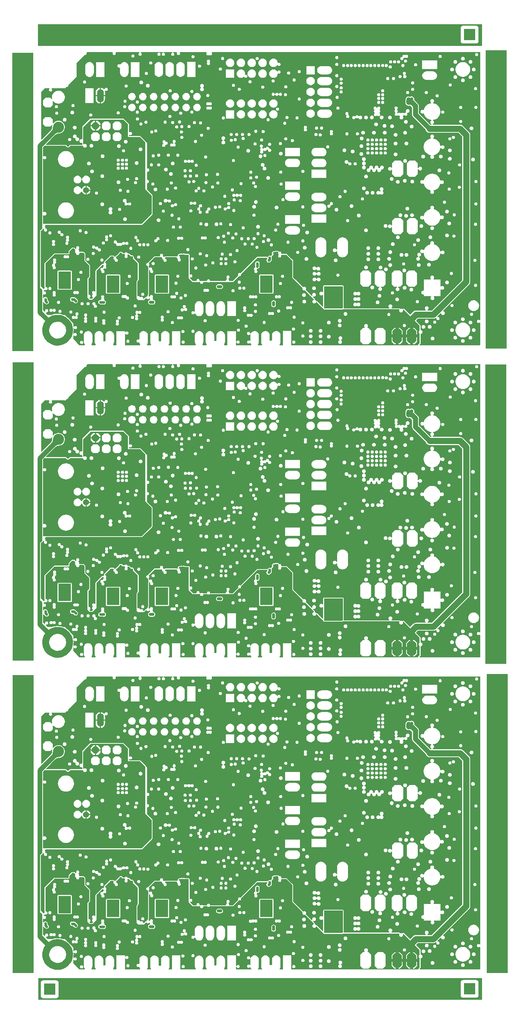
<source format=gbr>
G04 Generated on UCAM*
%FSLAX24Y24*%
%MOIN*%
%IPPOS*%
%ADD10C,0.02200*%
%ADD11C,0.02400*%
%ADD12C,0.02600*%
%AMCOM13*
4,1-$1,8,
-0.04250,0.04621,
-0.02121,0.06750,0.02121,0.06750,0.04250,0.04621,0.04250,-0.04621,0.02121,-0.06750,
-0.02121,-0.06750,-0.04250,-0.04621,-0.04250,0.04621,$2*
%
%ADD13COM13,0X0.00*%
%AMBOXS*
$10=$1/2*$11=$2/2*$12=$10-$3*$13=$11-$4*
4,1-$6,8,0-$12,$11,$12,$11,$10,$13,$10,0-$13,$12,0-$11,0-$12,0-$11,0-$10,0-$13,0-$10,$13,0-$12,$11,$5*%
%ADD14BOXS,0.06399X0.06399X0.01874X0.01874X45.00X0*%
%ADD15C,0.05600*%
%ADD16C,0.10200*%
%ADD17O,0.06200X0.12200*%
%ADD18C,0.03200*%
%ADD19C,0.06200*%
%ADD20C,0.04600*%
%ADD21C,0.05800*%
%ADD22C,0.04200*%
%ADD23R,0.11670X0.16000*%
%ADD24C,0.03000*%
%ADD25C,0.03500*%
%ADD26C,0.09600*%
%SRX1Y1I0.0000J0.0000*%
%LN29384_layer4*%
%LPD*%
G36*
X52953Y97530D02*
X11968D01*
Y99528*
X52953*
Y97530*
G37*
G36*
X52963Y9606D02*
X12008D01*
Y11604*
X52963*
Y9606*
G37*
G36*
X55195Y40570D02*
X53256D01*
Y68149*
X55195*
Y40570*
G37*
G36*
X55315Y12047D02*
X53376D01*
Y39616*
X55315*
Y12047*
G37*
G36*
X55225Y69632D02*
X53286D01*
Y97132*
X55225*
Y69632*
G37*
G36*
X11585Y40859D02*
X9646D01*
Y68359*
X11585*
Y40859*
G37*
G36*
X11565Y69402D02*
X9626D01*
Y96902*
X11565*
Y69402*
G37*
G36*
X11585Y12047D02*
X9646D01*
Y39518*
X11585*
Y12047*
G37*
%LPC*%
G36*
X52480Y99378D02*
X52391Y99396D01*
Y99395*
X51209*
Y99396*
X51120Y99378*
X51045Y99328*
X50994Y99252*
X50976Y99163*
X50978*
Y97982*
X50976*
X50994Y97893*
X51045Y97817*
X51120Y97766*
X51209Y97749*
Y97750*
X52391*
Y97749*
X52480Y97766*
X52555Y97817*
X52606Y97893*
X52624Y97982*
X52622*
Y99163*
X52624*
X52606Y99252*
X52555Y99328*
X52480Y99378*
G37*
%LPD*%
G36*
X52316Y98056D02*
X51284D01*
Y99089*
X52316*
Y98056*
G37*
%LPC*%
G36*
X52480Y11406D02*
X52391Y11424D01*
Y11422*
X51209*
Y11424*
X51120Y11406*
X51045Y11355*
X50994Y11280*
X50976Y11191*
X50978*
Y10009*
X50976*
X50994Y9920*
X51045Y9845*
X51120Y9794*
X51209Y9776*
Y9778*
X52391*
Y9776*
X52480Y9794*
X52555Y9845*
X52606Y9920*
X52624Y10009*
X52622*
Y11191*
X52624*
X52606Y11280*
X52555Y11355*
X52480Y11406*
G37*
G36*
X13741Y11367D02*
X13652Y11385D01*
Y11383*
X12470*
Y11385*
X12381Y11367*
X12306Y11316*
X12255Y11241*
X12237Y11152*
X12239*
Y9970*
X12237*
X12255Y9881*
X12306Y9806*
X12381Y9755*
X12470Y9737*
Y9739*
X13652*
Y9737*
X13741Y9755*
X13816Y9806*
X13867Y9881*
X13885Y9970*
X13883*
Y11152*
X13885*
X13867Y11241*
X13816Y11316*
X13741Y11367*
G37*
%LPD*%
G36*
X52316Y10084D02*
X51284D01*
Y11116*
X52316*
Y10084*
G37*
G36*
X13577Y10045D02*
X12545D01*
Y11077*
X13577*
Y10045*
G37*
G36*
X52319Y96676D02*
X52350Y96629D01*
X52397Y96598*
X52451Y96587*
X52506Y96598*
X52552Y96629*
X52583Y96676*
X52594Y96730*
X52583Y96785*
X52552Y96831*
X52506Y96862*
X52451Y96873*
X52397Y96862*
X52350Y96831*
X52319Y96785*
X52308Y96730*
X28017*
X28030Y96748*
X28040Y96803*
X28030Y96857*
X28003Y96897*
X28023Y96947*
X28031Y96957*
X29869*
X52784Y96958*
Y72265*
X52751Y72248*
X52722Y72240*
X52676Y72272*
X52621Y72283*
X52566Y72272*
X52520Y72241*
X52489Y72195*
X52478Y72140*
X52489Y72086*
X52520Y72039*
X52566Y72008*
X52621Y71997*
X52676Y72008*
X52722Y72040*
X52750Y72032*
X52784Y72016*
X52785Y69979*
X52744Y69937*
X47190*
X47182Y70001*
X47253Y70071*
X47274Y70102*
X47280Y70138*
Y70339*
X51013*
X51025Y70274*
X51062Y70219*
X51117Y70183*
X51181Y70170*
X51245Y70183*
X51300Y70219*
X51337Y70274*
X51350Y70339*
X51337Y70403*
X51300Y70458*
X51245Y70494*
X51181Y70507*
X51117Y70494*
X51062Y70458*
X51025Y70403*
X51013Y70339*
X47280*
Y70548*
X48210*
X48223Y70483*
X48259Y70428*
X48314Y70392*
X48379Y70379*
X48443Y70392*
X48498Y70428*
X48534Y70483*
X48547Y70548*
X48534Y70612*
X48516Y70639*
X50313*
X50325Y70574*
X50362Y70519*
X50417Y70483*
X50481Y70470*
X50545Y70483*
X50600Y70519*
X50637Y70574*
X50650Y70639*
X51713*
X51725Y70574*
X51762Y70519*
X51817Y70483*
X51881Y70470*
X51945Y70483*
X52000Y70519*
X52037Y70574*
X52050Y70639*
X52037Y70703*
X52000Y70758*
X51945Y70794*
X51881Y70807*
X51817Y70794*
X51762Y70758*
X51725Y70703*
X51713Y70639*
X50650*
X50637Y70703*
X50600Y70758*
X50545Y70794*
X50481Y70807*
X50417Y70794*
X50362Y70758*
X50325Y70703*
X50313Y70639*
X48516*
X48498Y70667*
X48443Y70703*
X48379Y70716*
X48314Y70703*
X48259Y70667*
X48223Y70612*
X48210Y70548*
X47280*
Y70981*
X47345Y70994*
X47400Y71031*
X47437Y71086*
X47449Y71150*
X47437Y71214*
X47400Y71269*
X47345Y71306*
X47280Y71319*
Y71339*
X50013*
X50025Y71274*
X50062Y71219*
X50117Y71183*
X50181Y71170*
X50245Y71183*
X50300Y71219*
X50337Y71274*
X50350Y71339*
X50497*
X50511Y71205*
X50549Y71077*
X50612Y70959*
X50697Y70855*
X50802Y70770*
X50920Y70706*
X51048Y70668*
X51181Y70655*
X51314Y70668*
X51443Y70706*
X51561Y70770*
X51665Y70855*
X51750Y70959*
X51813Y71077*
X51852Y71205*
X51865Y71339*
X52013*
X52025Y71274*
X52062Y71219*
X52117Y71183*
X52181Y71170*
X52245Y71183*
X52300Y71219*
X52337Y71274*
X52350Y71339*
X52337Y71403*
X52300Y71458*
X52245Y71494*
X52181Y71507*
X52117Y71494*
X52062Y71458*
X52025Y71403*
X52013Y71339*
X51865*
X51852Y71472*
X51813Y71600*
X51750Y71718*
X51665Y71822*
X51561Y71907*
X51443Y71971*
X51314Y72009*
X51181Y72022*
X51048Y72009*
X50920Y71971*
X50802Y71907*
X50697Y71822*
X50612Y71718*
X50549Y71600*
X50511Y71472*
X50497Y71339*
X50350*
X50337Y71403*
X50300Y71458*
X50245Y71494*
X50181Y71507*
X50117Y71494*
X50062Y71458*
X50025Y71403*
X50013Y71339*
X47280*
Y71627*
X47370*
X47383Y71563*
X47419Y71508*
X47474Y71472*
X47538Y71459*
X47603Y71472*
X47658Y71508*
X47694Y71563*
X47707Y71627*
X47705Y71638*
X47950*
X47963Y71573*
X47999Y71518*
X48054Y71482*
X48119Y71469*
X48183Y71482*
X48238Y71518*
X48274Y71573*
X48287Y71638*
X48274Y71702*
X48238Y71757*
X48183Y71793*
X48119Y71806*
X48054Y71793*
X47999Y71757*
X47963Y71702*
X47950Y71638*
X47705*
X47694Y71692*
X47658Y71747*
X47603Y71783*
X47538Y71796*
X47474Y71783*
X47419Y71747*
X47383Y71692*
X47370Y71627*
X47280*
Y71736*
X47273Y71774*
X47253Y71804*
X46920Y72137*
X47670*
X47683Y72073*
X47719Y72018*
X47774Y71982*
X47839Y71969*
X47903Y71982*
X47958Y72018*
X47990Y72068*
X48436*
X48446Y72013*
X48477Y71966*
X48524Y71935*
X48579Y71925*
X48633Y71935*
X48680Y71966*
X48711Y72013*
X48715Y72039*
X50313*
X50325Y71974*
X50362Y71919*
X50417Y71883*
X50481Y71870*
X50545Y71883*
X50600Y71919*
X50637Y71974*
X50650Y72039*
X51713*
X51725Y71974*
X51762Y71919*
X51817Y71883*
X51881Y71870*
X51945Y71883*
X52000Y71919*
X52037Y71974*
X52050Y72039*
X52037Y72103*
X52000Y72158*
X51945Y72194*
X51881Y72207*
X51817Y72194*
X51762Y72158*
X51725Y72103*
X51713Y72039*
X50650*
X50637Y72103*
X50600Y72158*
X50545Y72194*
X50481Y72207*
X50417Y72194*
X50362Y72158*
X50325Y72103*
X50313Y72039*
X48715*
X48721Y72068*
X48711Y72122*
X48680Y72169*
X48633Y72200*
X48579Y72210*
X48524Y72200*
X48477Y72169*
X48446Y72122*
X48436Y72068*
X47990*
X47994Y72073*
X48007Y72137*
X47994Y72202*
X47958Y72257*
X47903Y72293*
X47839Y72306*
X47774Y72293*
X47719Y72257*
X47683Y72202*
X47670Y72137*
X46920*
X46872Y72185*
Y72243*
X47016Y72387*
X48460*
X48557Y72400*
X48648Y72437*
X48687Y72467*
X48744Y72432*
X48736Y72387*
X48746Y72333*
X48777Y72286*
X48824Y72255*
X48878Y72245*
X48933Y72255*
X48980Y72286*
X49011Y72333*
X49012Y72339*
X51013*
X51025Y72274*
X51062Y72219*
X51117Y72183*
X51181Y72170*
X51245Y72183*
X51300Y72219*
X51337Y72274*
X51350Y72339*
X51337Y72403*
X51300Y72458*
X51245Y72494*
X51181Y72507*
X51117Y72494*
X51062Y72458*
X51025Y72403*
X51013Y72339*
X49012*
X49021Y72387*
X49011Y72442*
X48980Y72489*
X48933Y72520*
X48878Y72530*
X48843Y72523*
X48812Y72582*
X49112Y72883*
X49178Y72864*
X49185Y72826*
X49222Y72771*
X49277Y72734*
X49341Y72722*
X49405Y72734*
X49460Y72771*
X49466Y72780*
X51828*
X51839Y72726*
X51870Y72679*
X51916Y72648*
X51971Y72637*
X52026Y72648*
X52072Y72679*
X52103Y72726*
X52114Y72780*
X52103Y72835*
X52072Y72881*
X52026Y72912*
X51971Y72923*
X51916Y72912*
X51870Y72881*
X51839Y72835*
X51828Y72780*
X49466*
X49497Y72826*
X49509Y72890*
X49497Y72954*
X49460Y73009*
X49405Y73046*
X49367Y73053*
X49348Y73119*
X49829Y73600*
X50028*
X50039Y73546*
X50070Y73499*
X50117Y73468*
X50171Y73457*
X50226Y73468*
X50272Y73499*
X50303Y73546*
X50310Y73583*
X51681*
X51698Y73455*
X51747Y73335*
X51826Y73233*
X51928Y73155*
X52048Y73105*
X52175Y73088*
X52303Y73105*
X52422Y73155*
X52525Y73233*
X52603Y73335*
X52652Y73455*
X52670Y73583*
X52652Y73710*
X52603Y73830*
X52525Y73932*
X52422Y74010*
X52303Y74060*
X52175Y74077*
X52048Y74060*
X51928Y74010*
X51826Y73932*
X51747Y73830*
X51698Y73710*
X51681Y73583*
X50310*
X50314Y73600*
X50303Y73655*
X50272Y73701*
X50226Y73732*
X50171Y73743*
X50117Y73732*
X50070Y73701*
X50039Y73655*
X50028Y73600*
X49829*
X51679Y75450*
X52218*
X52229Y75395*
X52260Y75349*
X52306Y75318*
X52361Y75307*
X52416Y75318*
X52462Y75349*
X52493Y75395*
X52504Y75450*
X52493Y75505*
X52462Y75551*
X52416Y75582*
X52361Y75593*
X52306Y75582*
X52260Y75551*
X52229Y75505*
X52218Y75450*
X51679*
X51744Y75516*
X51804Y75593*
X51841Y75684*
X51854Y75781*
Y77770*
X52148*
X52159Y77715*
X52190Y77669*
X52236Y77638*
X52291Y77627*
X52346Y77638*
X52392Y77669*
X52423Y77715*
X52434Y77770*
X52423Y77825*
X52392Y77871*
X52346Y77902*
X52291Y77913*
X52236Y77902*
X52190Y77871*
X52159Y77825*
X52148Y77770*
X51854*
Y81080*
X52198*
X52209Y81026*
X52240Y80979*
X52287Y80948*
X52341Y80937*
X52396Y80948*
X52442Y80979*
X52473Y81026*
X52484Y81080*
X52473Y81135*
X52442Y81181*
X52396Y81212*
X52341Y81223*
X52287Y81212*
X52240Y81181*
X52209Y81135*
X52198Y81080*
X51854*
Y82970*
X52228*
X52239Y82915*
X52270Y82869*
X52316Y82838*
X52371Y82827*
X52426Y82838*
X52472Y82869*
X52503Y82915*
X52514Y82970*
X52503Y83025*
X52472Y83071*
X52426Y83102*
X52371Y83113*
X52316Y83102*
X52270Y83071*
X52239Y83025*
X52228Y82970*
X51854*
Y85020*
X52238*
X52249Y84966*
X52280Y84919*
X52327Y84888*
X52381Y84877*
X52436Y84888*
X52482Y84919*
X52513Y84966*
X52524Y85020*
X52513Y85075*
X52482Y85121*
X52436Y85152*
X52381Y85163*
X52327Y85152*
X52280Y85121*
X52249Y85075*
X52238Y85020*
X51854*
Y87050*
X51943*
X51955Y86986*
X51992Y86931*
X52047Y86894*
X52111Y86882*
X52175Y86894*
X52230Y86931*
X52267Y86986*
X52279Y87050*
X52267Y87114*
X52230Y87169*
X52175Y87206*
X52111Y87218*
X52047Y87206*
X51992Y87169*
X51955Y87114*
X51943Y87050*
X51854*
Y89339*
X51841Y89436*
X51804Y89527*
X51744Y89604*
X51412Y89937*
X51800*
X51813Y89873*
X51849Y89818*
X51904Y89782*
X51968Y89769*
X52033Y89782*
X52088Y89818*
X52124Y89873*
X52137Y89937*
X52124Y90002*
X52088Y90057*
X52033Y90093*
X51968Y90106*
X51904Y90093*
X51849Y90057*
X51813Y90002*
X51800Y89937*
X51412*
X51195Y90153*
X51118Y90213*
X51027Y90250*
X50930Y90263*
X48406*
X48396Y90328*
X48458Y90368*
X48494Y90423*
X48507Y90488*
X48494Y90552*
X48482Y90570*
X50828*
X50839Y90515*
X50870Y90469*
X50916Y90438*
X50971Y90427*
X51026Y90438*
X51072Y90469*
X51103Y90515*
X51114Y90570*
X51103Y90625*
X51072Y90671*
X51026Y90702*
X50971Y90713*
X50916Y90702*
X50870Y90671*
X50839Y90625*
X50828Y90570*
X48482*
X48458Y90607*
X48406Y90641*
X48409Y90689*
X48416Y90706*
X48489Y90714*
X48634Y90757*
X48768Y90829*
X48886Y90925*
X48982Y91043*
X49054Y91177*
X49097Y91322*
X49107Y91420*
X49188*
X49199Y91365*
X49230Y91319*
X49276Y91288*
X49331Y91277*
X49386Y91288*
X49432Y91319*
X49463Y91365*
X49474Y91420*
X49463Y91475*
X49432Y91521*
X49386Y91552*
X49331Y91563*
X49276Y91552*
X49230Y91521*
X49199Y91475*
X49188Y91420*
X49107*
X49112Y91472*
Y91473*
X49097Y91623*
X49054Y91768*
X49004Y91860*
X50828*
X50839Y91805*
X50870Y91759*
X50916Y91728*
X50971Y91717*
X51026Y91728*
X51072Y91759*
X51103Y91805*
X51114Y91860*
X51112Y91870*
X52228*
X52239Y91816*
X52270Y91769*
X52316Y91738*
X52371Y91727*
X52426Y91738*
X52472Y91769*
X52503Y91816*
X52514Y91870*
X52503Y91925*
X52472Y91971*
X52426Y92002*
X52371Y92013*
X52316Y92002*
X52270Y91971*
X52239Y91925*
X52228Y91870*
X51112*
X51103Y91915*
X51072Y91961*
X51026Y91992*
X50971Y92003*
X50916Y91992*
X50870Y91961*
X50839Y91915*
X50828Y91860*
X49004*
X48982Y91902*
X48886Y92020*
X48768Y92116*
X48634Y92188*
X48489Y92231*
X48434Y92237*
X48418Y92303*
X48458Y92328*
X48494Y92383*
X48507Y92448*
X48494Y92512*
X48458Y92567*
X48403Y92603*
X48338Y92616*
X48274Y92603*
X48219Y92567*
X48183Y92512*
X48170Y92448*
X48183Y92383*
X48219Y92328*
X48259Y92303*
X48243Y92237*
X48188Y92231*
X48043Y92188*
X47909Y92116*
X47791Y92020*
X47695Y91902*
X47623Y91768*
X47584Y91639*
X47533Y91614*
X47516*
X47503Y91623*
X47439Y91636*
X47374Y91623*
X47319Y91587*
X47283Y91532*
X47270Y91468*
X47283Y91403*
X47319Y91348*
X47374Y91312*
X47439Y91299*
X47503Y91312*
X47517Y91321*
X47524Y91324*
X47587Y91298*
X47623Y91177*
X47695Y91043*
X47791Y90925*
X47909Y90829*
X48043Y90757*
X48188Y90714*
X48261Y90706*
X48268Y90689*
X48271Y90641*
X48219Y90607*
X48183Y90552*
X48170Y90488*
X48183Y90423*
X48219Y90368*
X48281Y90328*
X48271Y90263*
X48171*
X47121Y91313*
Y91979*
X47110Y92061*
X47079Y92137*
X47029Y92201*
X46685Y92546*
X46702Y92630*
X46684Y92723*
X46631Y92803*
X46551Y92856*
X46457Y92875*
X46364Y92856*
X46298Y92812*
X46246Y92846*
X46153Y92865*
X46059Y92846*
X45980Y92793*
X45926Y92713*
X45913Y92645*
X45908Y92640*
X45878Y92565*
X45867Y92483*
Y92321*
X45878Y92239*
X45909Y92163*
X45958Y92098*
X46023Y92049*
X46099Y92018*
X46180Y92007*
X46260Y92018*
X46288Y92029*
X46316Y92018*
X46331Y92015*
X46496Y91850*
Y91185*
X46507Y91103*
X46538Y91027*
X46588Y90962*
X47739Y89811*
X47742Y89794*
X47779Y89703*
X47838Y89626*
X47915Y89567*
X48006Y89530*
X48103Y89517*
X50776*
X51108Y89185*
Y75935*
X48306Y73133*
X47931*
X47911Y73197*
X47958Y73228*
X47994Y73283*
X48007Y73348*
X47994Y73412*
X47958Y73467*
X47903Y73503*
X47839Y73516*
X47774Y73503*
X47719Y73467*
X47683Y73412*
X47670Y73348*
X47683Y73283*
X47719Y73228*
X47766Y73197*
X47746Y73133*
X46862*
X46765Y73120*
X46674Y73083*
X46597Y73023*
X46315Y72742*
X45771Y73285*
X45764Y73290*
X45759Y73295*
X45749Y73300*
X45740Y73306*
X45733Y73307*
X45727Y73310*
X45716Y73311*
X45705Y73313*
X45698Y73312*
X45691*
X45673Y73309*
X45664Y73306*
X45661*
X45656Y73304*
X45641Y73299*
X45640Y73298*
X45635Y73294*
X45629Y73292*
X45621Y73283*
X45607Y73272*
X45553Y73276*
X45543Y73283*
X45479Y73296*
X45414Y73283*
X45409Y73279*
X45379Y73287*
X45368Y73301*
X45360Y73312*
X45356Y73314*
X45353Y73318*
X45342Y73324*
X45330Y73333*
X45326*
X45322Y73335*
X45294Y73339*
X44615*
X44595Y73403*
X44618Y73418*
X44654Y73473*
X44667Y73537*
X44654Y73602*
X44618Y73657*
X44563Y73693*
X44499Y73706*
X44434Y73693*
X44379Y73657*
X44343Y73602*
X44330Y73537*
X44343Y73473*
X44379Y73418*
X44402Y73403*
X44382Y73339*
X40241*
X40183Y73344*
Y73687*
X41070*
X41083Y73623*
X41119Y73568*
X41174Y73532*
X41238Y73519*
X41303Y73532*
X41358Y73568*
X41366Y73580*
X41426*
X41432Y73571*
X41487Y73534*
X41551Y73522*
X41615Y73534*
X41670Y73571*
X41707Y73626*
X41719Y73690*
X41707Y73754*
X41670Y73809*
X41615Y73846*
X41551Y73858*
X41487Y73846*
X41432Y73809*
X41424Y73797*
X41373*
X41359Y73806*
X41303Y73843*
X41238Y73856*
X41174Y73843*
X41119Y73807*
X41083Y73752*
X41070Y73687*
X40183*
Y73878*
X43140*
X43153Y73813*
X43189Y73758*
X43244Y73722*
X43309Y73709*
X43373Y73722*
X43428Y73758*
X43464Y73813*
X43477Y73878*
X43464Y73942*
X43460Y73947*
X46826*
X46836Y73893*
X46867Y73846*
X46914Y73815*
X46968Y73805*
X47023Y73815*
X47070Y73846*
X47101Y73893*
X47111Y73947*
X47101Y74002*
X47070Y74049*
X47023Y74080*
X46968Y74090*
X46914Y74080*
X46867Y74049*
X46836Y74002*
X46826Y73947*
X43460*
X43428Y73997*
X43373Y74033*
X43309Y74046*
X43244Y74033*
X43189Y73997*
X43153Y73942*
X43140Y73878*
X40183*
Y74188*
X41070*
X41083Y74123*
X41119Y74068*
X41174Y74032*
X41238Y74019*
X41303Y74032*
X41358Y74068*
X41366Y74080*
X41417*
X41431Y74071*
X41487Y74034*
X41551Y74022*
X41615Y74034*
X41670Y74071*
X41707Y74126*
X41711Y74147*
X44960*
X44973Y74083*
X45009Y74028*
X45064Y73992*
X45128Y73979*
X45193Y73992*
X45248Y74028*
X45284Y74083*
X45297Y74147*
X45284Y74212*
X45248Y74267*
X45193Y74303*
X45128Y74316*
X45064Y74303*
X45009Y74267*
X44973Y74212*
X44960Y74147*
X41711*
X41719Y74190*
X41707Y74254*
X41670Y74309*
X41615Y74346*
X41551Y74358*
X41487Y74346*
X41432Y74309*
X41424Y74297*
X41373*
X41359Y74306*
X41303Y74343*
X41238Y74356*
X41174Y74343*
X41119Y74307*
X41083Y74252*
X41070Y74188*
X40183*
Y74477*
X43310*
X43323Y74413*
X43359Y74358*
X43414Y74322*
X43478Y74309*
X43543Y74322*
X43598Y74358*
X43634Y74413*
X43647Y74477*
X43634Y74542*
X43598Y74597*
X43543Y74633*
X43478Y74646*
X43414Y74633*
X43359Y74597*
X43323Y74542*
X43310Y74477*
X40183*
Y74687*
X41070*
X41083Y74623*
X41119Y74568*
X41174Y74532*
X41238Y74519*
X41303Y74532*
X41357Y74568*
X41361Y74575*
X41422*
X41432Y74561*
X41487Y74524*
X41551Y74512*
X41615Y74524*
X41670Y74561*
X41707Y74616*
X41719Y74680*
X41707Y74744*
X41696Y74760*
X44538*
X44549Y74705*
X44580Y74659*
X44627Y74628*
X44681Y74617*
X44736Y74628*
X44782Y74659*
X44813Y74705*
X44824Y74760*
X44820Y74778*
X47340*
X47353Y74713*
X47389Y74658*
X47444Y74622*
X47509Y74609*
X47523Y74612*
X47569Y74575*
Y74452*
X48232*
X48250Y74403*
X48253Y74390*
X48213Y74332*
X48200Y74268*
X48213Y74203*
X48249Y74148*
X48304Y74112*
X48369Y74099*
X48433Y74112*
X48488Y74148*
X48524Y74203*
X48537Y74268*
X48524Y74332*
X48484Y74390*
X48487Y74403*
X48505Y74452*
X49108*
Y75073*
X49138Y75089*
X49170Y75098*
X49224Y75062*
X49289Y75049*
X49353Y75062*
X49408Y75098*
X49444Y75153*
X49457Y75217*
X49444Y75282*
X49408Y75337*
X49353Y75373*
X49289Y75386*
X49224Y75373*
X49170Y75337*
X49138Y75346*
X49108Y75362*
Y75718*
X49560*
X49573Y75653*
X49609Y75598*
X49664Y75562*
X49728Y75549*
X49793Y75562*
X49848Y75598*
X49884Y75653*
X49897Y75718*
X49884Y75782*
X49848Y75837*
X49793Y75873*
X49728Y75886*
X49664Y75873*
X49609Y75837*
X49573Y75782*
X49560Y75718*
X49108*
Y75992*
X48485*
X48467Y76042*
X48464Y76054*
X48504Y76113*
X48517Y76178*
X48504Y76242*
X48468Y76297*
X48413Y76333*
X48348Y76346*
X48284Y76333*
X48229Y76297*
X48193Y76242*
X48180Y76178*
X48193Y76113*
X48233Y76054*
X48230Y76042*
X48212Y75992*
X47569*
Y74980*
X47523Y74943*
X47509Y74946*
X47444Y74933*
X47389Y74897*
X47353Y74842*
X47340Y74778*
X44820*
X44813Y74815*
X44782Y74861*
X44736Y74892*
X44681Y74903*
X44627Y74892*
X44580Y74861*
X44549Y74815*
X44538Y74760*
X41696*
X41670Y74799*
X41615Y74836*
X41551Y74848*
X41487Y74836*
X41432Y74799*
X41427Y74792*
X41366*
X41358Y74807*
X41303Y74843*
X41238Y74856*
X41174Y74843*
X41119Y74807*
X41083Y74752*
X41070Y74687*
X40183*
Y75258*
X42660*
X42673Y75193*
X42709Y75138*
X42764Y75102*
X42828Y75089*
X42893Y75102*
X42948Y75138*
X42984Y75193*
X42997Y75258*
X42984Y75322*
X42948Y75377*
X42893Y75413*
X42828Y75426*
X42764Y75413*
X42709Y75377*
X42673Y75322*
X42660Y75258*
X40183*
Y75359*
X40176Y75395*
X40156Y75425*
X40126Y75445*
X40090Y75452*
X38389*
X38353Y75445*
X38323Y75425*
X38303Y75395*
X38296Y75359*
Y74847*
X38273Y74830*
X38234Y74818*
X38183Y74853*
X38119Y74866*
X38054Y74853*
X37999Y74817*
X37963Y74762*
X37950Y74698*
X37963Y74633*
X37999Y74578*
X38054Y74542*
X38119Y74529*
X38183Y74542*
X38234Y74577*
X38273Y74565*
X38296Y74548*
Y73522*
X38238Y73498*
X37757Y73979*
X37745Y73987*
X37734Y73996*
X37731Y73997*
X37726Y74000*
X37714Y74002*
X37700Y74006*
X37695*
X37691Y74007*
X37679Y74004*
X37664Y74002*
X37646Y73997*
X37626Y74009*
X37588Y74067*
X37530Y74105*
X37518Y74125*
X37523Y74143*
X37525Y74158*
X37528Y74170*
X37527Y74174*
Y74179*
X37523Y74193*
X37521Y74205*
X37518Y74210*
X37517Y74213*
X37508Y74224*
X37500Y74236*
X37360Y74376*
X37369Y74397*
X37397Y74431*
X37460Y74418*
X37525Y74430*
X37579Y74467*
X37616Y74522*
X37629Y74586*
X37616Y74651*
X37579Y74705*
X37525Y74742*
X37460Y74755*
X37396Y74742*
X37341Y74705*
X37304Y74651*
X37292Y74586*
X37305Y74523*
X37271Y74495*
X37250Y74486*
X37074Y74663*
X36675Y75062*
X36691Y75085*
X36703Y75149*
X36698Y75177*
X37280*
X37293Y75113*
X37329Y75058*
X37384Y75021*
X37448Y75008*
X37513Y75021*
X37568Y75058*
X37604Y75113*
X37617Y75177*
X37604Y75241*
X37568Y75296*
X37513Y75333*
X37448Y75345*
X37384Y75333*
X37329Y75296*
X37293Y75241*
X37280Y75177*
X36698*
X36691Y75214*
X36654Y75268*
X36599Y75305*
X36535Y75318*
X36471Y75305*
X36447Y75289*
X36158Y75578*
X41713*
X41965Y75326*
X42472*
X42723Y75578*
X43053*
X43305Y75326*
X43470*
X43476Y75312*
X43482Y75261*
X43429Y75227*
X43393Y75172*
X43380Y75108*
X43393Y75043*
X43429Y74988*
X43484Y74952*
X43548Y74939*
X43613Y74952*
X43668Y74988*
X43704Y75043*
X43717Y75108*
X43704Y75172*
X43668Y75227*
X43615Y75261*
X43621Y75312*
X43627Y75326*
X43812*
X44059Y75574*
X44614*
X44865Y75322*
X45095*
X45102Y75252*
X45093*
X45039Y75217*
X45003Y75162*
X44990Y75097*
X45003Y75033*
X45039Y74978*
X45094Y74942*
X45159Y74929*
X45223Y74942*
X45278Y74978*
X45314Y75033*
X45319Y75058*
X46260*
X46273Y74993*
X46309Y74938*
X46364Y74902*
X46428Y74889*
X46493Y74902*
X46548Y74938*
X46584Y74993*
X46597Y75058*
X46584Y75122*
X46548Y75177*
X46493Y75213*
X46428Y75226*
X46364Y75213*
X46309Y75177*
X46273Y75122*
X46260Y75058*
X45319*
X45327Y75097*
X45314Y75162*
X45278Y75217*
X45258Y75230*
X45633*
X45645Y75166*
X45682Y75111*
X45737Y75074*
X45801Y75062*
X45865Y75074*
X45920Y75111*
X45957Y75166*
X45969Y75230*
X45957Y75294*
X45920Y75349*
X45865Y75386*
X45801Y75398*
X45737Y75386*
X45682Y75349*
X45645Y75294*
X45633Y75230*
X45258*
X45224Y75252*
X45215*
X45222Y75322*
X45372*
X45624Y75574*
X45953*
X46205Y75322*
X46712*
X46964Y75574*
Y76550*
X49988*
X49999Y76495*
X50030Y76449*
X50076Y76418*
X50131Y76407*
X50186Y76418*
X50232Y76449*
X50263Y76495*
X50274Y76550*
X50263Y76605*
X50232Y76651*
X50186Y76682*
X50131Y76693*
X50076Y76682*
X50030Y76651*
X49999Y76605*
X49988Y76550*
X46964*
Y76581*
X46712Y76832*
X46205*
X45953Y76581*
Y75574*
X45624*
Y76581*
X45377Y76827*
X45610*
X45623Y76763*
X45659Y76708*
X45714Y76672*
X45778Y76659*
X45843Y76672*
X45898Y76708*
X45934Y76763*
X45947Y76827*
X45934Y76892*
X45898Y76947*
X45843Y76983*
X45778Y76996*
X45714Y76983*
X45659Y76947*
X45623Y76892*
X45610Y76827*
X45377*
X45372Y76832*
X44865*
X44614Y76581*
Y75574*
X44059*
X44063Y75578*
Y76585*
X43812Y76836*
X43305*
X43053Y76585*
Y75578*
X42723*
Y76585*
X42472Y76836*
X41965*
X41713Y76585*
Y75578*
X36158*
X35729Y76007*
X37330*
X37343Y75943*
X37379Y75888*
X37434Y75852*
X37499Y75839*
X37563Y75852*
X37618Y75888*
X37655Y75945*
X37674Y75948*
X37721Y75942*
X37723Y75933*
X37759Y75878*
X37814Y75842*
X37878Y75829*
X37943Y75842*
X37998Y75878*
X38034Y75933*
X38047Y75998*
X38034Y76062*
X37998Y76117*
X37943Y76153*
X37878Y76166*
X37814Y76153*
X37759Y76117*
X37722Y76060*
X37703Y76057*
X37656Y76063*
X37654Y76072*
X37618Y76127*
X37563Y76163*
X37499Y76176*
X37434Y76163*
X37379Y76127*
X37343Y76072*
X37330Y76007*
X35729*
X35530Y76206*
Y76517*
X37330*
X37343Y76453*
X37379Y76398*
X37434Y76362*
X37499Y76349*
X37563Y76362*
X37618Y76398*
X37657Y76457*
X37666Y76459*
X37711*
X37720Y76457*
X37759Y76398*
X37814Y76362*
X37878Y76349*
X37943Y76362*
X37996Y76397*
X39516*
X39526Y76343*
X39557Y76296*
X39604Y76265*
X39659Y76255*
X39713Y76265*
X39760Y76296*
X39791Y76343*
X39801Y76397*
X39791Y76452*
X39760Y76499*
X39713Y76530*
X39659Y76540*
X39604Y76530*
X39557Y76499*
X39526Y76452*
X39516Y76397*
X37996*
X37998Y76398*
X38034Y76453*
X38047Y76517*
X38034Y76582*
X37998Y76637*
X37943Y76673*
X37878Y76686*
X37814Y76673*
X37759Y76637*
X37720Y76578*
X37711Y76576*
X37666*
X37657Y76578*
X37618Y76637*
X37563Y76673*
X37499Y76686*
X37434Y76673*
X37379Y76637*
X37343Y76582*
X37330Y76517*
X35530*
Y77018*
X37330*
X37343Y76953*
X37379Y76898*
X37434Y76862*
X37499Y76849*
X37563Y76862*
X37618Y76898*
X37628Y76915*
X37653Y76916*
X37696Y76908*
X37729Y76858*
X37784Y76822*
X37848Y76809*
X37913Y76822*
X37968Y76858*
X38004Y76913*
X38007Y76927*
X43910*
X43923Y76863*
X43959Y76808*
X44014Y76772*
X44078Y76759*
X44143Y76772*
X44198Y76808*
X44234Y76863*
X44247Y76927*
X44234Y76992*
X44198Y77047*
X44143Y77083*
X44078Y77096*
X44014Y77083*
X43959Y77047*
X43923Y76992*
X43910Y76927*
X38007*
X38017Y76977*
X38004Y77042*
X37968Y77097*
X37952Y77107*
X42080*
X42093Y77043*
X42129Y76988*
X42184Y76952*
X42249Y76939*
X42313Y76952*
X42368Y76988*
X42404Y77043*
X42415Y77098*
X43420*
X43433Y77033*
X43469Y76978*
X43524Y76942*
X43589Y76929*
X43653Y76942*
X43708Y76978*
X43744Y77033*
X43757Y77098*
X43744Y77162*
X43708Y77217*
X43653Y77253*
X43589Y77266*
X43524Y77253*
X43469Y77217*
X43433Y77162*
X43420Y77098*
X42415*
X42417Y77107*
X42404Y77172*
X42368Y77227*
X42313Y77263*
X42249Y77276*
X42184Y77263*
X42129Y77227*
X42093Y77172*
X42080Y77107*
X37952*
X37913Y77133*
X37848Y77146*
X37784Y77133*
X37729Y77097*
X37719Y77080*
X37694Y77079*
X37651Y77087*
X37618Y77137*
X37563Y77173*
X37499Y77186*
X37434Y77173*
X37379Y77137*
X37343Y77082*
X37330Y77018*
X35530*
Y77308*
X44300*
X44313Y77243*
X44349Y77188*
X44404Y77152*
X44468Y77139*
X44533Y77152*
X44588Y77188*
X44624Y77243*
X44637Y77308*
X44624Y77372*
X44588Y77427*
X44583Y77430*
X45578*
X45589Y77376*
X45620Y77329*
X45666Y77298*
X45721Y77287*
X45776Y77298*
X45822Y77329*
X45827Y77337*
X46940*
X46953Y77273*
X46989Y77218*
X47044Y77182*
X47108Y77169*
X47173Y77182*
X47228Y77218*
X47264Y77273*
X47277Y77337*
X47275Y77348*
X47890*
X47903Y77283*
X47939Y77228*
X47994Y77192*
X48059Y77179*
X48123Y77192*
X48178Y77228*
X48214Y77283*
X48227Y77348*
X48214Y77412*
X48178Y77467*
X48123Y77503*
X48059Y77516*
X47994Y77503*
X47939Y77467*
X47903Y77412*
X47890Y77348*
X47275*
X47264Y77402*
X47228Y77457*
X47173Y77493*
X47108Y77506*
X47044Y77493*
X46989Y77457*
X46953Y77402*
X46940Y77337*
X45827*
X45853Y77376*
X45864Y77430*
X45853Y77485*
X45822Y77531*
X45776Y77562*
X45721Y77573*
X45666Y77562*
X45620Y77531*
X45589Y77485*
X45578Y77430*
X44583*
X44533Y77463*
X44468Y77476*
X44404Y77463*
X44349Y77427*
X44313Y77372*
X44300Y77308*
X35530*
Y77717*
X35524Y77753*
X35503Y77784*
X35399Y77888*
X36580*
X36593Y77823*
X36629Y77768*
X36684Y77732*
X36748Y77719*
X36813Y77732*
X36866Y77767*
X39280*
X39293Y77703*
X39329Y77648*
X39384Y77612*
X39448Y77599*
X39513Y77612*
X39568Y77648*
X39604Y77703*
X39617Y77767*
X39604Y77832*
X39593Y77848*
X42290*
X42303Y77783*
X42339Y77728*
X42394Y77692*
X42459Y77679*
X42523Y77692*
X42578Y77728*
X42614Y77783*
X42627Y77848*
X43210*
X43223Y77783*
X43259Y77728*
X43314Y77692*
X43379Y77679*
X43443Y77692*
X43498Y77728*
X43534Y77783*
X43547Y77848*
X43535Y77907*
X44200*
X44213Y77843*
X44249Y77788*
X44304Y77752*
X44369Y77739*
X44433Y77752*
X44488Y77788*
X44524Y77843*
X44537Y77907*
X46890*
X46903Y77843*
X46939Y77788*
X46994Y77752*
X47059Y77739*
X47123Y77752*
X47178Y77788*
X47214Y77843*
X47227Y77907*
X47214Y77972*
X47178Y78027*
X47134Y78056*
X47135Y78080*
X47152Y78120*
X47213Y78132*
X47268Y78168*
X47304Y78223*
X47317Y78287*
X47304Y78352*
X47268Y78407*
X47213Y78443*
X47148Y78456*
X47084Y78443*
X47029Y78407*
X46993Y78352*
X46980Y78287*
X46993Y78223*
X47029Y78168*
X47073Y78139*
X47072Y78115*
X47055Y78075*
X46994Y78063*
X46939Y78027*
X46903Y77972*
X46890Y77907*
X44537*
X44524Y77972*
X44488Y78027*
X44433Y78063*
X44369Y78076*
X44304Y78063*
X44249Y78027*
X44213Y77972*
X44200Y77907*
X43535*
X43534Y77912*
X43498Y77967*
X43443Y78003*
X43379Y78016*
X43314Y78003*
X43259Y77967*
X43223Y77912*
X43210Y77848*
X42627*
X42614Y77912*
X42578Y77967*
X42523Y78003*
X42459Y78016*
X42394Y78003*
X42339Y77967*
X42303Y77912*
X42290Y77848*
X39593*
X39568Y77887*
X39513Y77923*
X39448Y77936*
X39384Y77923*
X39329Y77887*
X39293Y77832*
X39280Y77767*
X36866*
X36868Y77768*
X36904Y77823*
X36917Y77888*
X36904Y77952*
X36868Y78007*
X36813Y78043*
X36748Y78056*
X36684Y78043*
X36629Y78007*
X36593Y77952*
X36580Y77888*
X35399*
X34965Y78322*
X34947Y78333*
X34934Y78343*
X34915Y78346*
X34898Y78349*
X34469*
X34425Y78393*
X34421Y78405*
Y78407*
X34411Y78462*
X34388Y78497*
X35796*
X35806Y78443*
X35837Y78396*
X35884Y78365*
X35938Y78355*
X35993Y78365*
X36040Y78396*
X36071Y78443*
X36081Y78497*
X36072Y78546*
X37572*
X37589Y78414*
X37640Y78292*
X37720Y78186*
X37825Y78106*
X37948Y78056*
X38078Y78038*
X38209Y78056*
X38332Y78106*
X38437Y78186*
X38517Y78292*
X38568Y78414*
X38585Y78546*
Y78678*
X39190*
X39203Y78613*
X39239Y78558*
X39294Y78522*
X39358Y78509*
X39423Y78522*
X39478Y78558*
X39508Y78604*
X39572Y78583*
Y78546*
X39589Y78414*
X39640Y78292*
X39720Y78186*
X39825Y78106*
X39948Y78056*
X40079Y78038*
X40209Y78056*
X40332Y78106*
X40437Y78186*
X40517Y78292*
X40549Y78367*
X42290*
X42303Y78303*
X42339Y78248*
X42394Y78212*
X42459Y78199*
X42523Y78212*
X42578Y78248*
X42614Y78303*
X42627Y78367*
X43210*
X43223Y78303*
X43259Y78248*
X43314Y78212*
X43379Y78199*
X43443Y78212*
X43498Y78248*
X43504Y78257*
X45350*
X45363Y78193*
X45399Y78138*
X45454Y78102*
X45518Y78089*
X45583Y78102*
X45638Y78138*
X45674Y78193*
X45687Y78257*
X45800*
X45813Y78193*
X45849Y78138*
X45904Y78102*
X45968Y78089*
X46033Y78102*
X46088Y78138*
X46124Y78193*
X46137Y78257*
X46124Y78322*
X46088Y78377*
X46033Y78413*
X45968Y78426*
X45904Y78413*
X45849Y78377*
X45813Y78322*
X45800Y78257*
X45687*
X45674Y78322*
X45638Y78377*
X45583Y78413*
X45518Y78426*
X45454Y78413*
X45399Y78377*
X45363Y78322*
X45350Y78257*
X43504*
X43534Y78303*
X43547Y78367*
X43534Y78432*
X43498Y78487*
X43465Y78508*
X44310*
X44323Y78443*
X44359Y78388*
X44414Y78352*
X44479Y78339*
X44543Y78352*
X44598Y78388*
X44634Y78443*
X44647Y78508*
X44634Y78572*
X44617Y78597*
X47240*
X47253Y78533*
X47289Y78478*
X47344Y78442*
X47408Y78429*
X47473Y78442*
X47506Y78464*
X47568Y78435*
X47580Y78322*
X47623Y78177*
X47695Y78043*
X47791Y77925*
X47909Y77829*
X48043Y77757*
X48188Y77714*
X48338Y77699*
X48489Y77714*
X48634Y77757*
X48768Y77829*
X48886Y77925*
X48982Y78043*
X49054Y78177*
X49097Y78322*
X49104Y78384*
X49169Y78400*
X49189Y78368*
X49244Y78332*
X49309Y78319*
X49373Y78332*
X49428Y78368*
X49464Y78423*
X49477Y78487*
X49464Y78552*
X49428Y78607*
X49373Y78643*
X49309Y78656*
X49244Y78643*
X49189Y78607*
X49167Y78572*
X49101Y78588*
X49097Y78623*
X49054Y78768*
X48982Y78902*
X48886Y79020*
X48768Y79116*
X48634Y79188*
X48532Y79219*
X48503Y79278*
X48517Y79347*
X48504Y79412*
X48468Y79467*
X48413Y79503*
X48348Y79516*
X48284Y79503*
X48229Y79467*
X48193Y79412*
X48180Y79347*
X48191Y79292*
X48192Y79275*
X48162Y79224*
X48043Y79188*
X47909Y79116*
X47791Y79020*
X47695Y78902*
X47623Y78768*
X47606Y78710*
X47538Y78700*
X47528Y78717*
X47473Y78753*
X47408Y78766*
X47344Y78753*
X47289Y78717*
X47253Y78662*
X47240Y78597*
X44617*
X44598Y78627*
X44543Y78663*
X44479Y78676*
X44414Y78663*
X44359Y78627*
X44323Y78572*
X44310Y78508*
X43465*
X43443Y78523*
X43379Y78536*
X43314Y78523*
X43259Y78487*
X43223Y78432*
X43210Y78367*
X42627*
X42614Y78432*
X42578Y78487*
X42523Y78523*
X42459Y78536*
X42394Y78523*
X42339Y78487*
X42303Y78432*
X42290Y78367*
X40549*
X40568Y78414*
X40585Y78546*
Y78878*
X42290*
X42303Y78813*
X42339Y78758*
X42394Y78722*
X42459Y78709*
X42523Y78722*
X42578Y78758*
X42614Y78813*
X42627Y78878*
X43210*
X43223Y78813*
X43259Y78758*
X43314Y78722*
X43379Y78709*
X43443Y78722*
X43498Y78758*
X43534Y78813*
X43547Y78878*
X43534Y78942*
X43498Y78997*
X43443Y79033*
X43379Y79046*
X43314Y79033*
X43259Y78997*
X43223Y78942*
X43210Y78878*
X42627*
X42614Y78942*
X42578Y78997*
X42523Y79033*
X42459Y79046*
X42394Y79033*
X42339Y78997*
X42303Y78942*
X42290Y78878*
X40585*
Y79253*
X44545*
X44558Y79188*
X44594Y79133*
X44649Y79097*
X44714Y79084*
X44778Y79097*
X44833Y79133*
X44869Y79188*
X44871Y79200*
X46578*
X46589Y79146*
X46620Y79099*
X46667Y79068*
X46721Y79057*
X46776Y79068*
X46822Y79099*
X46853Y79146*
X46864Y79200*
X46853Y79255*
X46822Y79301*
X46776Y79332*
X46721Y79343*
X46667Y79332*
X46620Y79301*
X46589Y79255*
X46578Y79200*
X44871*
X44882Y79253*
X44869Y79317*
X44833Y79372*
X44778Y79408*
X44714Y79421*
X44649Y79408*
X44594Y79372*
X44558Y79317*
X44545Y79253*
X40585*
Y79369*
X40568Y79501*
X40517Y79623*
X40508Y79635*
X46895*
X46908Y79571*
X46944Y79516*
X46999Y79479*
X47064Y79467*
X47128Y79479*
X47183Y79516*
X47219Y79571*
X47232Y79635*
X47219Y79699*
X47183Y79754*
X47128Y79791*
X47064Y79804*
X46999Y79791*
X46944Y79754*
X46908Y79699*
X46895Y79635*
X40508*
X40437Y79729*
X40332Y79809*
X40209Y79859*
X40079Y79877*
X39948Y79859*
X39825Y79809*
X39720Y79729*
X39640Y79623*
X39589Y79501*
X39572Y79369*
Y78772*
X39508Y78751*
X39478Y78797*
X39423Y78833*
X39358Y78846*
X39294Y78833*
X39239Y78797*
X39203Y78742*
X39190Y78678*
X38585*
Y79369*
X38568Y79501*
X38517Y79623*
X38437Y79729*
X38332Y79809*
X38209Y79859*
X38078Y79877*
X37948Y79859*
X37825Y79809*
X37720Y79729*
X37640Y79623*
X37589Y79501*
X37572Y79369*
Y78546*
X36072*
X36071Y78552*
X36040Y78599*
X35993Y78630*
X35938Y78640*
X35884Y78630*
X35837Y78599*
X35806Y78552*
X35796Y78497*
X34388*
X34380Y78509*
X34333Y78540*
X34279Y78550*
X34234Y78541*
X34225Y78548*
X34218Y78558*
X34175Y78602*
X34144Y78623*
X34108Y78629*
X33879*
X33843Y78623*
X33814Y78602*
X33768Y78612*
X33691Y78596*
X33624Y78552*
X33580Y78485*
X33564Y78408*
X33580Y78330*
X33596Y78306*
X33460Y78169*
X33453Y78158*
X33426Y78176*
X33349Y78192*
X33271Y78176*
X33204Y78132*
X33166Y78073*
X33133Y78079*
X32230*
X32193Y78073*
X32162Y78052*
X30668Y76557*
X30637Y76579*
X30582Y76589*
X30528Y76579*
X30481Y76548*
X30450Y76501*
X30439Y76446*
X30450Y76392*
X30472Y76361*
X29960Y75849*
X29648*
X29611Y75895*
X29613Y75905*
X29602Y75960*
X29571Y76006*
X29548Y76021*
X29559Y76085*
X29611Y76119*
X29642Y76166*
X29652Y76220*
X29642Y76275*
X29611Y76321*
X29564Y76352*
X29509Y76363*
X29455Y76352*
X29408Y76321*
X29377Y76275*
X29367Y76220*
X29377Y76166*
X29408Y76119*
X29431Y76104*
X29421Y76040*
X29369Y76006*
X29338Y75960*
X29327Y75905*
X29330Y75896*
X29292Y75849*
X27871*
X27862Y75862*
X27850Y75920*
X27819Y75967*
X27773Y75998*
X27718Y76009*
X27664Y75998*
X27617Y75967*
X27586Y75920*
X27574Y75862*
X27565Y75849*
X27268*
X27262Y75848*
X27257Y75849*
X27245Y75845*
X27230Y75842*
X27204Y75835*
X27153Y75870*
X27098Y75881*
X27043Y75870*
X26992Y75835*
X26966Y75842*
X26951Y75845*
X26934Y75850*
X26914Y75870*
X26896Y75899*
Y75904*
X26886Y75960*
X26855Y76006*
X26808Y76037*
X26754Y76048*
X26699Y76037*
X26652Y76006*
X26621Y75960*
X26611Y75905*
X26613Y75895*
X26575Y75849*
X26297*
X26012Y76134*
X26043Y76194*
X26089Y76185*
X26143Y76195*
X26190Y76226*
X26221Y76273*
X26231Y76328*
X26221Y76382*
X26190Y76429*
X26143Y76460*
X26089Y76470*
X26034Y76460*
X26026Y76453*
X25970Y76483*
Y77047*
X26414*
X26424Y76992*
X26456Y76946*
X26502Y76915*
X26557Y76904*
X26611Y76915*
X26658Y76946*
X26689Y76992*
X26700Y77047*
X26689Y77101*
X26658Y77148*
X26611Y77179*
X26557Y77190*
X26502Y77179*
X26456Y77148*
X26424Y77101*
X26414Y77047*
X25970*
Y77332*
X27317*
X27328Y77278*
X27359Y77231*
X27406Y77200*
X27460Y77189*
X27515Y77200*
X27561Y77231*
X27593Y77278*
X27603Y77332*
X27593Y77387*
X27561Y77433*
X27515Y77465*
X27460Y77475*
X27406Y77465*
X27359Y77433*
X27328Y77387*
X27317Y77332*
X25970*
Y77529*
X27969*
X27980Y77475*
X28011Y77428*
X28057Y77397*
X28112Y77386*
X28166Y77397*
X28213Y77428*
X28234Y77460*
X28737*
X28747Y77406*
X28778Y77359*
X28825Y77328*
X28880Y77317*
X28934Y77328*
X28981Y77359*
X29012Y77406*
X29022Y77460*
X29170*
X29180Y77406*
X29211Y77359*
X29258Y77328*
X29313Y77317*
X29367Y77328*
X29414Y77359*
X29445Y77406*
X29456Y77460*
X29445Y77515*
X29414Y77561*
X29367Y77593*
X29313Y77603*
X29258Y77593*
X29211Y77561*
X29180Y77515*
X29170Y77460*
X29022*
X29012Y77515*
X28981Y77561*
X28934Y77593*
X28880Y77603*
X28825Y77593*
X28778Y77561*
X28747Y77515*
X28737Y77460*
X28234*
X28244Y77475*
X28255Y77529*
X28244Y77584*
X28214Y77628*
X30016*
X30027Y77573*
X30058Y77526*
X30105Y77495*
X30159Y77485*
X30214Y77495*
X30260Y77526*
X30291Y77573*
X30302Y77628*
X30291Y77682*
X30260Y77729*
X30214Y77760*
X30159Y77771*
X30105Y77760*
X30058Y77729*
X30027Y77682*
X30016Y77628*
X28214*
X28213Y77630*
X28166Y77661*
X28112Y77672*
X28057Y77661*
X28011Y77630*
X27980Y77584*
X27969Y77529*
X25970*
Y77897*
X26086*
X26096Y77843*
X26127Y77796*
X26174Y77765*
X26228Y77755*
X26283Y77765*
X26330Y77796*
X26361Y77843*
X26370Y77893*
X28737*
X28747Y77839*
X28778Y77792*
X28825Y77761*
X28880Y77750*
X28934Y77761*
X28981Y77792*
X29012Y77839*
X29022Y77893*
X29170*
X29180Y77839*
X29211Y77792*
X29258Y77761*
X29313Y77750*
X29367Y77761*
X29414Y77792*
X29445Y77839*
X29456Y77893*
X29445Y77948*
X29414Y77994*
X29367Y78026*
X29313Y78036*
X29258Y78026*
X29211Y77994*
X29180Y77948*
X29170Y77893*
X29022*
X29012Y77948*
X28981Y77994*
X28934Y78026*
X28880Y78036*
X28825Y78026*
X28778Y77994*
X28747Y77948*
X28737Y77893*
X26370*
X26371Y77897*
X26361Y77952*
X26330Y77999*
X26283Y78030*
X26228Y78040*
X26174Y78030*
X26127Y77999*
X26096Y77952*
X26086Y77897*
X25970*
Y78198*
X27408*
X27418Y78144*
X27450Y78097*
X27496Y78066*
X27551Y78056*
X27605Y78066*
X27652Y78097*
X27683Y78144*
X27694Y78198*
X27683Y78253*
X27652Y78300*
X27605Y78331*
X27576Y78336*
X28845*
X28855Y78282*
X28887Y78235*
X28933Y78204*
X28988Y78193*
X29042Y78204*
X29089Y78235*
X29120Y78282*
X29121Y78287*
X29593*
X29604Y78233*
X29635Y78186*
X29681Y78155*
X29736Y78144*
X29790Y78155*
X29837Y78186*
X29868Y78233*
X29879Y78287*
X29868Y78342*
X29837Y78388*
X29790Y78419*
X29736Y78430*
X29681Y78419*
X29635Y78388*
X29604Y78342*
X29593Y78287*
X29121*
X29131Y78336*
X29120Y78391*
X29089Y78437*
X29042Y78469*
X28988Y78479*
X28933Y78469*
X28887Y78437*
X28855Y78391*
X28845Y78336*
X27576*
X27551Y78341*
X27496Y78331*
X27450Y78300*
X27418Y78253*
X27408Y78198*
X25970*
Y78256*
X25964Y78293*
X25944Y78323*
X25914Y78343*
X25878Y78349*
X25546*
X25535Y78356*
X26817*
X26828Y78301*
X26859Y78255*
X26906Y78224*
X26960Y78213*
X27015Y78224*
X27061Y78255*
X27093Y78301*
X27103Y78356*
X27093Y78410*
X27061Y78457*
X27015Y78488*
X26960Y78499*
X26906Y78488*
X26859Y78457*
X26828Y78410*
X26817Y78356*
X25535*
X25506Y78376*
X25429Y78392*
X25351Y78376*
X25315Y78352*
X25279Y78376*
X25201Y78392*
X25123Y78376*
X25084Y78349*
X25035*
X25022Y78347*
X25010Y78346*
X25004Y78343*
X24999*
X24989Y78335*
X24977Y78329*
X24922Y78287*
X24910Y78273*
X24899Y78261*
X24898Y78259*
X24898*
X24887Y78228*
Y78226*
X24886Y78224*
X24888Y78209*
Y78191*
X24895Y78163*
X24887Y78152*
X24834Y78117*
X24801Y78111*
X24770Y78123*
X24757Y78126*
X24739Y78129*
X23769*
X23762Y78128*
X23757Y78129*
X23745Y78125*
X23733Y78123*
X23728Y78120*
X23724Y78118*
X23714Y78110*
X23703Y78103*
X23701Y78098*
X23695Y78094*
X23676Y78071*
X23633Y78100*
X23579Y78110*
X23538Y78102*
X23501Y78158*
X23511Y78173*
X23521Y78227*
X23511Y78282*
X23480Y78329*
X23433Y78360*
X23379Y78370*
X23324Y78360*
X23277Y78329*
X23246Y78282*
X23236Y78227*
X23244Y78187*
X23206Y78129*
X22769*
X22733Y78123*
X22702Y78102*
X22162Y77561*
X22139Y77527*
X22124Y77518*
X22109Y77520*
X22054Y77510*
X22007Y77479*
X21976Y77432*
X21966Y77378*
X21976Y77323*
X22007Y77276*
X22054Y77245*
X22114Y77234*
X22134Y77217*
Y77085*
X22135Y77080*
Y77075*
X22139Y77062*
X22141Y77049*
X22144Y77045*
X22145Y77041*
X22154Y77031*
X22162Y77019*
X22165Y77017*
X22167Y77014*
X22180Y77007*
X22186Y77003*
X22191Y76999*
X22194Y76968*
X22191Y76936*
X22186Y76932*
X22180Y76928*
X22167Y76921*
X22165Y76918*
X22162Y76916*
X22154Y76904*
X22145Y76894*
X22144Y76890*
X22141Y76886*
X22139Y76873*
X22135Y76860*
Y76855*
X22134Y76850*
Y74602*
X22125Y74594*
X22118Y74584*
X22111Y74576*
X22108Y74570*
X22105Y74564*
X22103Y74553*
X22099Y74541*
Y74535*
X22097Y74528*
X22100Y74518*
X22101Y74501*
X22083Y74473*
X22077Y74472*
X22030Y74441*
X21999Y74395*
X21998Y74388*
X21970Y74371*
X21954*
X21943Y74374*
X21936Y74372*
X21930*
X21918Y74368*
X21907Y74366*
X21901Y74363*
X21895Y74360*
X21887Y74353*
X21877Y74346*
X21739Y74208*
X21681Y74239*
Y74246*
X21671Y74302*
X21640Y74349*
X21593Y74380*
X21539Y74390*
X21484Y74380*
X21449Y74356*
X21394Y74372*
X21383Y74379*
X21381Y74392*
X21350Y74439*
X21303Y74470*
X21249Y74480*
X21208Y74472*
X21150Y74510*
Y74618*
X21506*
X21516Y74563*
X21547Y74516*
X21594Y74485*
X21648Y74475*
X21703Y74485*
X21750Y74516*
X21781Y74563*
X21791Y74618*
X21781Y74672*
X21750Y74719*
X21703Y74750*
X21648Y74760*
X21594Y74750*
X21547Y74719*
X21516Y74672*
X21506Y74618*
X21150*
Y75762*
X21259Y75941*
X21262Y75950*
X21266Y75955*
X21268Y75966*
X21272Y75976*
X21271Y75984*
X21273Y75991*
X21267Y77495*
X21263Y77513*
X21261Y77529*
X21250Y77545*
X21239Y77562*
X20834Y77967*
X20845Y78020*
X20838Y78057*
X21126*
X21136Y78003*
X21167Y77956*
X21214Y77925*
X21268Y77915*
X21323Y77925*
X21370Y77956*
X21401Y78003*
X21411Y78057*
X21401Y78112*
X21370Y78159*
X21323Y78190*
X21268Y78200*
X21214Y78190*
X21167Y78159*
X21136Y78112*
X21126Y78057*
X20838*
X20830Y78098*
X20785Y78164*
X20719Y78209*
X20641Y78224*
X20588Y78213*
X20450Y78352*
X20419Y78373*
X20383Y78379*
X20319*
X20318Y78380*
X20313*
X20307Y78381*
X20296Y78379*
X20279Y78378*
X20252Y78396*
X20251Y78402*
X20220Y78449*
X20173Y78480*
X20119Y78490*
X20064Y78480*
X20017Y78449*
X20000Y78421*
X19985Y78428*
X19976*
X19967Y78430*
X19815*
X19773Y78492*
X19706Y78536*
X19628Y78552*
X19551Y78536*
X19484Y78492*
X19440Y78425*
X19439Y78419*
X19412Y78402*
X19207Y78197*
X19190Y78193*
X19187Y78192*
X19186*
X19173Y78184*
X19161Y78176*
X19159Y78174*
X19157Y78172*
X19148Y78159*
X19139Y78146*
X19118Y78103*
X19079Y78110*
X19039Y78103*
X19018Y78146*
X19009Y78159*
X19000Y78172*
X18998Y78174*
X18996Y78176*
X18984Y78184*
X18971Y78192*
X18970*
X18967Y78193*
X18950Y78196*
X18934Y78199*
X18700*
X18663Y78193*
X18632Y78172*
X18103Y77642*
X18094Y77629*
X18086Y77619*
X18084Y77615*
X18083Y77612*
X18080Y77597*
X18075Y77585*
X18076Y77581*
X18075Y77576*
X18078Y77562*
X18079Y77548*
X18090Y77513*
X18037Y77479*
X18003Y77426*
X17968Y77437*
X17954Y77438*
X17940Y77441*
X17935Y77440*
X17931Y77441*
X17919Y77436*
X17904Y77433*
X17901Y77432*
X17897Y77430*
X17887Y77422*
X17874Y77413*
X17324Y76864*
X17303Y76833*
X17297Y76797*
Y74879*
X17233Y74859*
X17220Y74879*
X17173Y74910*
X17119Y74920*
X17064Y74910*
X17017Y74879*
X16986Y74832*
X16976Y74778*
X16986Y74723*
X17017Y74676*
X17038Y74664*
Y74591*
X17017Y74579*
X16986Y74532*
X16976Y74477*
X16986Y74423*
X17017Y74376*
X17034Y74365*
X17042Y74291*
X16970Y74219*
X16787*
X16744Y74262*
X16756Y74332*
X16782Y74349*
X16813Y74395*
X16824Y74450*
X16813Y74505*
X16782Y74551*
X16736Y74582*
X16677Y74594*
X16640Y74623*
Y76055*
X16771Y76211*
X16786Y76235*
Y76239*
X16788Y76243*
X16790Y76257*
X16793Y76271*
Y77249*
X16789Y77266*
X16786Y77284*
X16777Y77299*
X16767Y77314*
X16353Y77752*
Y77858*
X16456*
X16466Y77803*
X16497Y77756*
X16544Y77725*
X16599Y77715*
X16653Y77725*
X16700Y77756*
X16714Y77778*
X17746*
X17756Y77723*
X17787Y77676*
X17834Y77645*
X17888Y77635*
X17943Y77645*
X17990Y77676*
X18021Y77723*
X18031Y77778*
X18021Y77832*
X17990Y77879*
X17943Y77910*
X17888Y77920*
X17834Y77910*
X17787Y77879*
X17756Y77832*
X17746Y77778*
X16714*
X16731Y77803*
X16741Y77858*
X16731Y77912*
X16700Y77959*
X16653Y77990*
X16599Y78000*
X16544Y77990*
X16497Y77959*
X16466Y77912*
X16456Y77858*
X16353*
Y78318*
X16349Y78335*
X16345Y78355*
Y78356*
X16335Y78376*
X16332Y78397*
X16956*
X16966Y78343*
X16997Y78296*
X17044Y78265*
X17098Y78255*
X17153Y78265*
X17200Y78296*
X17231Y78343*
X17241Y78397*
X17231Y78452*
X17200Y78499*
X17153Y78530*
X17098Y78540*
X17044Y78530*
X16997Y78499*
X16966Y78452*
X16956Y78397*
X16332*
X16330Y78408*
X16308Y78439*
X16306Y78445*
X16298Y78458*
X16290Y78471*
X16286Y78475*
X16273Y78484*
X16262Y78492*
X16246Y78500*
X16219Y78519*
X16204Y78521*
X16184Y78532*
X16179Y78533*
X16176Y78535*
X16162Y78537*
X16148Y78541*
X16145*
X16140Y78542*
X15844*
X15836Y78540*
X15818Y78552*
X15794Y78580*
X15789Y78593*
X15794Y78620*
X15783Y78675*
X15752Y78721*
X15725Y78740*
X15723Y78809*
X15750Y78826*
X15781Y78873*
X15791Y78928*
X15781Y78980*
X16978*
X16989Y78926*
X17020Y78879*
X17066Y78848*
X17121Y78837*
X17176Y78848*
X17209Y78871*
X17267Y78853*
X17275Y78847*
X17279Y78826*
X17310Y78779*
X17356Y78748*
X17411Y78737*
X17465Y78748*
X17498Y78728*
X17518Y78710*
X17529Y78656*
X17560Y78609*
X17606Y78578*
X17661Y78567*
X17716Y78578*
X17762Y78609*
X17793Y78656*
X17804Y78710*
X17793Y78765*
X17762Y78811*
X17716Y78842*
X17661Y78853*
X17608Y78842*
X17574Y78862*
X17567Y78868*
X20406*
X20416Y78813*
X20447Y78766*
X20494Y78735*
X20549Y78725*
X20603Y78735*
X20625Y78750*
X25666*
X25676Y78695*
X25708Y78648*
X25754Y78617*
X25809Y78607*
X25863Y78617*
X25910Y78648*
X25916Y78657*
X30206*
X30216Y78603*
X30247Y78556*
X30294Y78525*
X30348Y78515*
X30403Y78525*
X30450Y78556*
X30481Y78603*
X30491Y78657*
X30481Y78712*
X30450Y78759*
X30403Y78790*
X30348Y78800*
X30294Y78790*
X30247Y78759*
X30216Y78712*
X30206Y78657*
X25916*
X25941Y78695*
X25952Y78750*
X25941Y78804*
X25910Y78851*
X25863Y78882*
X25809Y78893*
X25754Y78882*
X25708Y78851*
X25676Y78804*
X25666Y78750*
X20625*
X20650Y78766*
X20681Y78813*
X20691Y78868*
X20681Y78922*
X20650Y78968*
X32036*
X32046Y78913*
X32077Y78866*
X32124Y78835*
X32178Y78825*
X32233Y78835*
X32280Y78866*
X32311Y78913*
X32315Y78938*
X36430*
X36443Y78873*
X36479Y78818*
X36534Y78782*
X36598Y78769*
X36663Y78782*
X36718Y78818*
X36754Y78873*
X36767Y78938*
X36754Y79002*
X36718Y79057*
X36663Y79093*
X36598Y79106*
X36534Y79093*
X36479Y79057*
X36443Y79002*
X36430Y78938*
X32315*
X32321Y78968*
X32311Y79022*
X32280Y79069*
X32233Y79100*
X32178Y79110*
X32124Y79100*
X32077Y79069*
X32046Y79022*
X32036Y78968*
X20650*
Y78969*
X20603Y79000*
X20549Y79010*
X20494Y79000*
X20447Y78969*
X20416Y78922*
X20406Y78868*
X17567*
X17554Y78880*
X17543Y78935*
X17512Y78981*
X17466Y79012*
X17411Y79023*
X17356Y79012*
X17323Y78989*
X17265Y79007*
X17257Y79013*
X17253Y79035*
X17222Y79081*
X17176Y79112*
X17121Y79123*
X17066Y79112*
X17020Y79081*
X16989Y79035*
X16978Y78980*
X15781*
Y78982*
X15750Y79029*
X15703Y79060*
X15648Y79070*
X15594Y79060*
X15547Y79029*
X15516Y78982*
X15506Y78928*
X15516Y78873*
X15531Y78851*
X15478Y78807*
X15385Y78902*
X15354Y78923*
X15317Y78929*
X15159*
X15123Y78923*
X15092Y78902*
X14844Y78654*
X14823Y78623*
X14817Y78586*
Y78406*
X14810Y78399*
X13520*
X13483Y78393*
X13452Y78372*
X12614Y77534*
X12593Y77503*
X12587Y77466*
Y75341*
X12588Y75335*
X12587Y75330*
X12591Y75317*
X12593Y75305*
X12596Y75301*
X12598Y75297*
X12606Y75286*
X12613Y75275*
X12618Y75273*
X12622Y75268*
X12629Y75260*
X12596Y75212*
X12585Y75157*
X12587Y75144*
X12528Y75114*
X12252Y75390*
Y79228*
X13286*
X13296Y79173*
X13327Y79126*
X13374Y79095*
X13428Y79085*
X13483Y79095*
X13530Y79126*
X13561Y79173*
X13571Y79228*
X13561Y79282*
X13530Y79328*
X13527Y79330*
X14508*
X14519Y79276*
X14550Y79229*
X14596Y79198*
X14651Y79187*
X14706Y79198*
X14752Y79229*
X14783Y79276*
X14794Y79330*
X14788Y79358*
X17876*
X17886Y79303*
X17917Y79256*
X17964Y79225*
X18018Y79215*
X18073Y79225*
X18120Y79256*
X18151Y79303*
X18161Y79358*
X18151Y79412*
X18126Y79450*
X18988*
X18999Y79395*
X19030Y79349*
X19077Y79318*
X19131Y79307*
X19156Y79312*
X19203Y79261*
X19196Y79228*
X19206Y79173*
X19237Y79126*
X19284Y79095*
X19339Y79085*
X19393Y79095*
X19444Y79129*
X19483*
X19534Y79095*
X19589Y79085*
X19643Y79095*
X19690Y79126*
X19721Y79173*
X19723Y79186*
X19734Y79193*
X19789Y79209*
X19824Y79185*
X19878Y79175*
X19933Y79185*
X19980Y79216*
X20004Y79253*
X20017Y79258*
X20060*
X20073Y79253*
X20097Y79216*
X20144Y79185*
X20199Y79175*
X20253Y79185*
X20286Y79207*
X21226*
X21236Y79153*
X21267Y79106*
X21314Y79075*
X21369Y79065*
X21423Y79075*
X21470Y79106*
X21501Y79153*
X21511Y79207*
X21606*
X21616Y79153*
X21647Y79106*
X21694Y79075*
X21748Y79065*
X21803Y79075*
X21850Y79106*
X21881Y79153*
X21889Y79198*
X21986*
X21996Y79143*
X22027Y79096*
X22074Y79065*
X22129Y79055*
X22183Y79065*
X22230Y79096*
X22261Y79143*
X22271Y79198*
X22261Y79252*
X22250Y79268*
X30956*
X30966Y79213*
X30997Y79166*
X31044Y79135*
X31098Y79125*
X31153Y79135*
X31200Y79166*
X31231Y79213*
X31240Y79261*
X31601*
X31611Y79207*
X31643Y79160*
X31689Y79129*
X31744Y79118*
X31798Y79129*
X31845Y79160*
X31856Y79177*
X33376*
X33386Y79123*
X33417Y79076*
X33464Y79045*
X33519Y79035*
X33573Y79045*
X33620Y79076*
X33651Y79123*
X33661Y79177*
X33651Y79232*
X33620Y79279*
X33573Y79310*
X33519Y79320*
X33464Y79310*
X33417Y79279*
X33386Y79232*
X33376Y79177*
X31856*
X31876Y79207*
X31887Y79261*
X31876Y79316*
X31845Y79363*
X31798Y79394*
X31744Y79404*
X31689Y79394*
X31643Y79363*
X31611Y79316*
X31601Y79261*
X31240*
X31241Y79268*
X31231Y79322*
X31200Y79369*
X31153Y79400*
X31098Y79410*
X31044Y79400*
X30997Y79369*
X30966Y79322*
X30956Y79268*
X22250*
X22230Y79299*
X22183Y79330*
X22129Y79340*
X22074Y79330*
X22027Y79299*
X21996Y79252*
X21986Y79198*
X21889*
X21891Y79207*
X21881Y79262*
X21850Y79309*
X21803Y79340*
X21748Y79350*
X21694Y79340*
X21647Y79309*
X21616Y79262*
X21606Y79207*
X21511*
X21501Y79262*
X21470Y79309*
X21423Y79340*
X21369Y79350*
X21314Y79340*
X21267Y79309*
X21236Y79262*
X21226Y79207*
X20286*
X20300Y79216*
X20331Y79263*
X20341Y79317*
X20331Y79372*
X20300Y79419*
X20253Y79450*
X20199Y79460*
X20144Y79450*
X20097Y79419*
X20073Y79382*
X20060Y79377*
X20017*
X20004Y79382*
X19980Y79419*
X19933Y79450*
X19878Y79460*
X19824Y79450*
X19777Y79419*
X19746Y79372*
X19744Y79359*
X19733Y79352*
X19678Y79336*
X19643Y79360*
X19589Y79370*
X19534Y79360*
X19483Y79326*
X19444*
X19393Y79360*
X19339Y79370*
X19314Y79365*
X19267Y79416*
X19274Y79450*
X19263Y79505*
X19232Y79551*
X19186Y79582*
X19131Y79593*
X19077Y79582*
X19030Y79551*
X18999Y79505*
X18988Y79450*
X18126*
X18120Y79459*
X18073Y79490*
X18018Y79500*
X17964Y79490*
X17917Y79459*
X17886Y79412*
X17876Y79358*
X14788*
X14783Y79385*
X14752Y79431*
X14754Y79460*
X14763Y79496*
X14810Y79526*
X14841Y79573*
X14851Y79628*
X14843Y79668*
X18176*
X18186Y79613*
X18217Y79566*
X18264Y79535*
X18319Y79525*
X18373Y79535*
X18420Y79566*
X18451Y79613*
X18461Y79668*
X18451Y79722*
X18417Y79773*
Y79822*
X18447Y79867*
X20876*
X20886Y79813*
X20917Y79766*
X20964Y79735*
X21019Y79725*
X21041Y79729*
X21054Y79716*
X21074Y79671*
X21046Y79629*
X21035Y79574*
X21046Y79520*
X21077Y79473*
X21123Y79442*
X21178Y79431*
X21232Y79442*
X21279Y79473*
X21310Y79520*
X21320Y79568*
X22716*
X22726Y79513*
X22757Y79466*
X22804Y79435*
X22859Y79425*
X22913Y79435*
X22919Y79439*
X29042*
X29052Y79384*
X29083Y79337*
X29130Y79306*
X29185Y79296*
X29239Y79306*
X29286Y79337*
X29317Y79384*
X29328Y79439*
X29318Y79488*
X32636*
X32646Y79433*
X32677Y79386*
X32724Y79355*
X32778Y79345*
X32833Y79355*
X32880Y79386*
X32911Y79433*
X32912Y79440*
X34908*
X34919Y79386*
X34950Y79339*
X34996Y79308*
X35051Y79297*
X35106Y79308*
X35152Y79339*
X35183Y79386*
X35194Y79440*
X35183Y79495*
X35152Y79541*
X35143Y79547*
X36286*
X36296Y79493*
X36327Y79446*
X36374Y79415*
X36428Y79405*
X36483Y79415*
X36530Y79446*
X36561Y79493*
X36571Y79547*
X36561Y79602*
X36530Y79649*
X36483Y79680*
X36428Y79690*
X36374Y79680*
X36327Y79649*
X36296Y79602*
X36286Y79547*
X35143*
X35106Y79572*
X35051Y79583*
X34996Y79572*
X34950Y79541*
X34919Y79495*
X34908Y79440*
X32912*
X32921Y79488*
X32911Y79542*
X32880Y79589*
X32833Y79620*
X32778Y79630*
X32724Y79620*
X32677Y79589*
X32646Y79542*
X32636Y79488*
X29318*
X29317Y79493*
X29286Y79540*
X29239Y79571*
X29185Y79582*
X29130Y79571*
X29083Y79540*
X29052Y79493*
X29042Y79439*
X22919*
X22960Y79466*
X22991Y79513*
X23001Y79569*
Y79576*
X23023Y79598*
X23796*
X23806Y79543*
X23837Y79496*
X23884Y79465*
X23939Y79455*
X23993Y79465*
X24040Y79496*
X24071Y79543*
X24081Y79598*
X24071Y79652*
X24040Y79699*
X23993Y79730*
X23939Y79740*
X23884Y79730*
X23837Y79699*
X23806Y79652*
X23796Y79598*
X23023*
X23043Y79618*
X23059Y79615*
X23113Y79625*
X23160Y79656*
X23191Y79703*
X23201Y79758*
X23193Y79798*
X24816*
X24826Y79743*
X24857Y79696*
X24904Y79665*
X24959Y79655*
X25013Y79665*
X25060Y79696*
X25072Y79717*
X25145*
X25157Y79696*
X25204Y79665*
X25259Y79655*
X25313Y79665*
X25360Y79696*
X25391Y79743*
X25401Y79798*
X25395Y79828*
X27006*
X27016Y79773*
X27047Y79726*
X27094Y79695*
X27148Y79685*
X27203Y79695*
X27247Y79725*
X27267Y79732*
X27300*
X27320Y79725*
X27364Y79695*
X27418Y79685*
X27473Y79695*
X27520Y79726*
X27551Y79773*
X27561Y79828*
X27555Y79858*
X28459*
X28470Y79803*
X28501Y79757*
X28547Y79726*
X28602Y79715*
X28657Y79726*
X28703Y79757*
X28734Y79803*
X28737Y79822*
X29821*
X29832Y79768*
X29863Y79721*
X29910Y79690*
X29964Y79680*
X30019Y79690*
X30065Y79721*
X30082Y79747*
X30646*
X30656Y79693*
X30687Y79646*
X30734Y79615*
X30789Y79605*
X30843Y79615*
X30890Y79646*
X30921Y79693*
X30930Y79744*
X31246*
X31257Y79689*
X31288Y79643*
X31335Y79611*
X31389Y79601*
X31444Y79611*
X31491Y79643*
X31522Y79689*
X31532Y79744*
X31527Y79767*
X31790*
X31800Y79713*
X31832Y79666*
X31878Y79635*
X31933Y79624*
X31987Y79635*
X31990Y79637*
X33070*
X33083Y79573*
X33119Y79518*
X33174Y79482*
X33238Y79469*
X33303Y79482*
X33358Y79518*
X33394Y79573*
X33407Y79637*
X33394Y79702*
X33358Y79757*
X33303Y79793*
X33238Y79806*
X33174Y79793*
X33119Y79757*
X33083Y79702*
X33070Y79637*
X31990*
X32034Y79666*
X32065Y79713*
X32076Y79767*
X32065Y79822*
X32034Y79868*
X32020Y79877*
X45010*
X45023Y79813*
X45059Y79758*
X45114Y79722*
X45178Y79709*
X45243Y79722*
X45298Y79758*
X45334Y79813*
X45347Y79877*
X48010*
X48023Y79813*
X48059Y79758*
X48114Y79722*
X48179Y79709*
X48243Y79722*
X48298Y79758*
X48334Y79813*
X48347Y79877*
X48334Y79942*
X48298Y79997*
X48243Y80033*
X48179Y80046*
X48114Y80033*
X48059Y79997*
X48023Y79942*
X48010Y79877*
X45347*
X45334Y79942*
X45298Y79997*
X45243Y80033*
X45178Y80046*
X45114Y80033*
X45059Y79997*
X45023Y79942*
X45010Y79877*
X32020*
X31987Y79900*
X31933Y79910*
X31878Y79900*
X31832Y79868*
X31800Y79822*
X31790Y79767*
X31527*
X31522Y79798*
X31491Y79845*
X31444Y79876*
X31389Y79887*
X31335Y79876*
X31288Y79845*
X31257Y79798*
X31246Y79744*
X30930*
X30931Y79747*
X30921Y79802*
X30890Y79849*
X30843Y79880*
X30789Y79890*
X30734Y79880*
X30687Y79849*
X30656Y79802*
X30646Y79747*
X30082*
X30096Y79768*
X30107Y79822*
X30096Y79877*
X30065Y79924*
X30019Y79955*
X29964Y79965*
X29910Y79955*
X29863Y79924*
X29832Y79877*
X29821Y79822*
X28737*
X28745Y79858*
X28734Y79912*
X28703Y79959*
X28671Y79980*
X28963*
X28974Y79925*
X29005Y79879*
X29051Y79848*
X29106Y79837*
X29160Y79848*
X29207Y79879*
X29238Y79925*
X29249Y79980*
X29238Y80034*
X29234Y80039*
X32713*
X32724Y79984*
X32755Y79938*
X32801Y79907*
X32856Y79896*
X32910Y79907*
X32957Y79938*
X32988Y79984*
X32999Y80039*
X32997Y80048*
X49560*
X49573Y79983*
X49609Y79928*
X49664Y79892*
X49728Y79879*
X49793Y79892*
X49848Y79928*
X49884Y79983*
X49887Y80000*
X50218*
X50229Y79946*
X50260Y79899*
X50307Y79868*
X50361Y79857*
X50416Y79868*
X50462Y79899*
X50493Y79946*
X50504Y80000*
X50493Y80055*
X50462Y80101*
X50416Y80132*
X50361Y80143*
X50307Y80132*
X50260Y80101*
X50229Y80055*
X50218Y80000*
X49887*
X49897Y80048*
X49884Y80112*
X49848Y80167*
X49793Y80203*
X49728Y80216*
X49664Y80203*
X49609Y80167*
X49573Y80112*
X49560Y80048*
X32997*
X32988Y80094*
X32957Y80140*
X32910Y80171*
X32856Y80182*
X32801Y80171*
X32755Y80140*
X32724Y80094*
X32713Y80039*
X29234*
X29207Y80081*
X29160Y80112*
X29106Y80123*
X29051Y80112*
X29005Y80081*
X28974Y80034*
X28963Y79980*
X28671*
X28657Y79990*
X28602Y80001*
X28547Y79990*
X28501Y79959*
X28470Y79912*
X28459Y79858*
X27555*
X27551Y79882*
X27520Y79929*
X27473Y79960*
X27418Y79970*
X27364Y79960*
X27320Y79930*
X27300Y79923*
X27267*
X27247Y79930*
X27203Y79960*
X27148Y79970*
X27094Y79960*
X27047Y79929*
X27016Y79882*
X27006Y79828*
X25395*
X25391Y79852*
X25360Y79899*
X25313Y79930*
X25259Y79940*
X25204Y79930*
X25157Y79899*
X25145Y79878*
X25072*
X25060Y79899*
X25013Y79930*
X24959Y79940*
X24904Y79930*
X24857Y79899*
X24826Y79852*
X24816Y79798*
X23193*
X23191Y79812*
X23160Y79859*
X23113Y79890*
X23059Y79900*
X23004Y79890*
X22957Y79859*
X22926Y79812*
X22916Y79757*
Y79749*
X22874Y79707*
X22859Y79710*
X22804Y79700*
X22757Y79669*
X22726Y79622*
X22716Y79568*
X21320*
X21321Y79574*
X21310Y79629*
X21279Y79675*
X21232Y79707*
X21178Y79717*
X21154Y79712*
X21142Y79727*
X21121Y79770*
X21151Y79813*
X21161Y79867*
X21151Y79922*
X21120Y79969*
X21073Y80000*
X21019Y80010*
X20964Y80000*
X20917Y79969*
X20886Y79922*
X20876Y79867*
X18447*
X18451Y79873*
X18461Y79928*
X18451Y79982*
X18420Y80029*
X18407Y80037*
X18536*
X18546Y79983*
X18577Y79936*
X18624Y79905*
X18678Y79895*
X18733Y79905*
X18780Y79936*
X18811Y79983*
X18821Y80037*
X18811Y80092*
X18780Y80139*
X18733Y80170*
X18678Y80180*
X18624Y80170*
X18577Y80139*
X18546Y80092*
X18536Y80037*
X18407*
X18373Y80060*
X18319Y80070*
X18264Y80060*
X18217Y80029*
X18186Y79982*
X18176Y79928*
X18186Y79873*
X18220Y79822*
Y79773*
X18186Y79722*
X18176Y79668*
X14843*
X14841Y79682*
X14807Y79733*
Y79782*
X14841Y79833*
X14851Y79888*
X14841Y79942*
X14810Y79989*
X14763Y80020*
X14708Y80030*
X14654Y80020*
X14607Y79989*
X14576Y79942*
X14566Y79888*
X14576Y79833*
X14610Y79782*
Y79733*
X14576Y79682*
X14566Y79628*
X14576Y79573*
X14608Y79525*
X14605Y79497*
X14596Y79462*
X14550Y79431*
X14519Y79385*
X14508Y79330*
X13527*
X13516Y79336*
Y79399*
X13530Y79407*
X13561Y79453*
X13571Y79507*
X13561Y79562*
X13530Y79609*
X13483Y79640*
X13428Y79650*
X13374Y79640*
X13327Y79609*
X13296Y79562*
X13286Y79507*
X13296Y79453*
X13327Y79407*
X13341Y79399*
Y79336*
X13327Y79328*
X13296Y79282*
X13286Y79228*
X12252*
Y80278*
X12946*
X12956Y80223*
X12987Y80176*
X13034Y80145*
X13089Y80135*
X13143Y80145*
X13190Y80176*
X13221Y80223*
X13231Y80278*
X13221Y80332*
X13210Y80348*
X13796*
X13806Y80293*
X13837Y80246*
X13884Y80215*
X13938Y80205*
X13993Y80215*
X14022Y80236*
X14077Y80181*
X14076Y80176*
X14065*
X14056Y80128*
X14066Y80073*
X14097Y80026*
X14144Y79995*
X14198Y79985*
X14253Y79995*
X14300Y80026*
X14331Y80073*
X14341Y80128*
X14331Y80182*
X14300Y80229*
X14253Y80260*
X14198Y80270*
X14144Y80260*
X14115Y80239*
X14069Y80286*
X14075Y80318*
X16286*
X16296Y80263*
X16327Y80216*
X16374Y80185*
X16429Y80175*
X16483Y80185*
X16530Y80216*
X16561Y80263*
X16561*
X29412*
X29422Y80209*
X29454Y80162*
X29500Y80131*
X29555Y80120*
X29609Y80131*
X29656Y80162*
X29681Y80200*
X30113*
X30123Y80146*
X30154Y80099*
X30201Y80068*
X30256Y80057*
X30310Y80068*
X30357Y80099*
X30388Y80146*
X30398Y80200*
X30395Y80216*
X32142*
X32153Y80162*
X32184Y80115*
X32231Y80084*
X32285Y80073*
X32340Y80084*
X32386Y80115*
X32417Y80162*
X32428Y80216*
X32417Y80271*
X32386Y80317*
X32340Y80348*
X32285Y80359*
X32231Y80348*
X32184Y80317*
X32153Y80271*
X32142Y80216*
X30395*
X30388Y80255*
X30357Y80302*
X30310Y80333*
X30256Y80343*
X30201Y80333*
X30154Y80302*
X30123Y80255*
X30113Y80200*
X29681*
X29687Y80209*
X29698Y80263*
X29687Y80318*
X29656Y80365*
X29609Y80396*
X29555Y80406*
X29500Y80396*
X29454Y80365*
X29422Y80318*
X29412Y80263*
X16561*
X16571Y80318*
X16561Y80372*
X16530Y80419*
X16483Y80450*
X16429Y80460*
X16374Y80450*
X16327Y80419*
X16296Y80372*
X16286Y80318*
X14075*
X14081Y80348*
X14071Y80402*
X14040Y80449*
X13996Y80478*
X15736*
X15746Y80423*
X15777Y80376*
X15824Y80345*
X15878Y80335*
X15933Y80345*
X15980Y80376*
X16011Y80423*
X16021Y80478*
X16011Y80532*
X16000Y80548*
X33766*
X33776Y80493*
X33807Y80446*
X33854Y80415*
X33909Y80405*
X33963Y80415*
X34010Y80446*
X34041Y80493*
X34046Y80524*
X34779*
X34793Y80422*
X34832Y80327*
X34894Y80245*
X34976Y80183*
X35071Y80144*
X35173Y80130*
X35771*
X35874Y80144*
X35969Y80183*
X36051Y80245*
X36113Y80327*
X36117Y80337*
X36660*
X36673Y80273*
X36709Y80218*
X36764Y80182*
X36828Y80169*
X36893Y80182*
X36948Y80218*
X36984Y80273*
X36997Y80337*
X36984Y80402*
X36948Y80457*
X36893Y80493*
X36828Y80506*
X36764Y80493*
X36709Y80457*
X36673Y80402*
X36660Y80337*
X36117*
X36152Y80422*
X36166Y80524*
X36164Y80537*
X42070*
X42083Y80473*
X42119Y80418*
X42174Y80382*
X42238Y80369*
X42303Y80382*
X42358Y80418*
X42394Y80473*
X42407Y80537*
X42394Y80602*
X42358Y80657*
X42303Y80693*
X42238Y80706*
X42174Y80693*
X42119Y80657*
X42083Y80602*
X42070Y80537*
X36164*
X36152Y80625*
X36113Y80720*
X36051Y80802*
X35969Y80864*
X35874Y80903*
X35771Y80917*
X35173*
X35071Y80903*
X34976Y80864*
X34894Y80802*
X34832Y80720*
X34793Y80625*
X34779Y80524*
X34046*
X34051Y80548*
X34041Y80602*
X34010Y80649*
X33963Y80680*
X33909Y80690*
X33854Y80680*
X33807Y80649*
X33776Y80602*
X33766Y80548*
X16000*
X15980Y80579*
X15933Y80610*
X15878Y80620*
X15824Y80610*
X15777Y80579*
X15746Y80532*
X15736Y80478*
X13996*
X13993Y80480*
X13938Y80490*
X13884Y80480*
X13837Y80449*
X13806Y80402*
X13796Y80348*
X13210*
X13190Y80379*
X13143Y80410*
X13089Y80420*
X13034Y80410*
X12987Y80379*
X12956Y80332*
X12946Y80278*
X12252*
Y80477*
X12295Y80494*
X12355Y80541*
X12402Y80601*
X12420Y80644*
X12464Y80676*
X12523Y80664*
X12547Y80622*
X12550Y80605*
X12546Y80601*
X12536Y80548*
X12546Y80493*
X12577Y80446*
X12624Y80415*
X12679Y80405*
X12733Y80415*
X12780Y80446*
X12811Y80493*
X12821Y80548*
X12811Y80602*
X12780Y80649*
X12733Y80680*
X12690Y80688*
X12662Y80735*
X12661Y80750*
X12662Y80755*
X12674Y80810*
X12672Y80818*
X24326*
X24336Y80763*
X24367Y80716*
X24414Y80685*
X24469Y80675*
X24523Y80685*
X24570Y80716*
X24601Y80763*
X24611Y80818*
Y80819*
X24963*
X24974Y80764*
X25005Y80717*
X25052Y80686*
X25106Y80676*
X25161Y80686*
X25207Y80717*
X25234Y80757*
X30774*
X30785Y80703*
X30816Y80656*
X30862Y80625*
X30917Y80615*
X30971Y80625*
X31018Y80656*
X31049Y80703*
X31060Y80757*
X31049Y80812*
X31019Y80857*
X32120*
X32133Y80793*
X32169Y80738*
X32224Y80702*
X32288Y80689*
X32353Y80702*
X32408Y80738*
X32444Y80793*
X32457Y80857*
X32444Y80922*
X32408Y80977*
X32353Y81013*
X32288Y81026*
X32224Y81013*
X32169Y80977*
X32133Y80922*
X32120Y80857*
X31019*
X31018Y80859*
X30971Y80890*
X30917Y80900*
X30862Y80890*
X30816Y80859*
X30785Y80812*
X30774Y80757*
X25234*
X25239Y80764*
X25249Y80819*
X25239Y80873*
X25207Y80920*
X25161Y80951*
X25106Y80961*
X25052Y80951*
X25005Y80920*
X24974Y80873*
X24963Y80819*
X24611*
X24601Y80872*
X24570Y80919*
X24523Y80950*
X24469Y80960*
X24414Y80950*
X24367Y80919*
X24336Y80872*
X24326Y80818*
X12672*
X12663Y80865*
X12629Y80914*
X12626Y80949*
X12705Y81028*
X21550*
X21586Y81035*
X21617Y81056*
X21683Y81122*
X26876*
X26887Y81067*
X26918Y81021*
X26965Y80989*
X27019Y80979*
X27074Y80989*
X27120Y81021*
X27152Y81067*
X27153Y81072*
X27363*
X27375Y81008*
X27412Y80953*
X27467Y80917*
X27531Y80904*
X27595Y80917*
X27650Y80953*
X27687Y81008*
X27700Y81072*
X27698Y81082*
X28278*
X28291Y81018*
X28327Y80963*
X28382Y80926*
X28446Y80914*
X28511Y80926*
X28566Y80963*
X28602Y81018*
X28615Y81082*
X28605Y81132*
X28707*
X28718Y81077*
X28749Y81030*
X28795Y80999*
X28850Y80989*
X28905Y80999*
X28951Y81030*
X28970Y81059*
X29613*
X29623Y81004*
X29654Y80958*
X29701Y80926*
X29756Y80916*
X29810Y80926*
X29857Y80958*
X29888Y81004*
X29898Y81059*
X29892Y81090*
X33978*
X33989Y81035*
X34020Y80989*
X34066Y80958*
X34121Y80947*
X34176Y80958*
X34222Y80989*
Y80990*
X36338*
X36349Y80935*
X36380Y80889*
X36427Y80858*
X36481Y80847*
X36536Y80858*
X36582Y80889*
X36611Y80932*
X43880*
X43893Y80868*
X43929Y80813*
X43984Y80776*
X44049Y80764*
X44113Y80776*
X44168Y80813*
X44204Y80868*
X44214Y80916*
X44278Y80906*
X44284Y80879*
X44293Y80833*
X44329Y80778*
X44384Y80742*
X44448Y80729*
X44513Y80742*
X44568Y80778*
X44600Y80826*
X44664Y80806*
Y80404*
X44915Y80152*
X45422*
X45673Y80404*
X46003*
X46255Y80152*
X46762*
X47014Y80404*
Y80918*
X47170*
X47183Y80853*
X47219Y80798*
X47274Y80762*
X47339Y80749*
X47403Y80762*
X47458Y80798*
X47494Y80853*
X47507Y80918*
X47494Y80982*
X47458Y81037*
X47403Y81073*
X47339Y81086*
X47274Y81073*
X47219Y81037*
X47183Y80982*
X47170Y80918*
X47014*
Y81411*
X46762Y81663*
X46255*
X46003Y81411*
Y80404*
X45673*
Y81411*
X45422Y81663*
X44915*
X44664Y81411*
Y80989*
X44600Y80969*
X44568Y81017*
X44513Y81053*
X44448Y81066*
X44384Y81053*
X44329Y81017*
X44293Y80962*
X44283Y80914*
X44219Y80923*
X44213Y80951*
X44204Y80996*
X44168Y81051*
X44113Y81088*
X44049Y81100*
X43984Y81088*
X43929Y81051*
X43893Y80996*
X43880Y80932*
X36611*
X36613Y80935*
X36624Y80990*
X36613Y81045*
X36582Y81091*
X36536Y81122*
X36481Y81133*
X36427Y81122*
X36380Y81091*
X36349Y81045*
X36338Y80990*
X34222*
X34253Y81035*
X34264Y81090*
X34255Y81134*
X34782*
X36162*
Y81208*
X37209*
X38588*
Y81413*
X40421*
X40431Y81358*
X40462Y81311*
X40509Y81280*
X40564Y81270*
X40618Y81280*
X40665Y81311*
X40696Y81358*
X40706Y81413*
X40696Y81467*
X40665Y81514*
X40618Y81545*
X40564Y81555*
X40509Y81545*
X40462Y81514*
X40431Y81467*
X40421Y81413*
X38588*
Y81698*
X47250*
X47263Y81633*
X47299Y81578*
X47354Y81542*
X47418Y81529*
X47483Y81542*
X47520Y81567*
X47583Y81549*
X47588Y81544*
X47623Y81427*
X47695Y81293*
X47791Y81175*
X47909Y81079*
X48043Y81007*
X48188Y80964*
X48321Y80950*
X48323Y80883*
X48274Y80873*
X48219Y80837*
X48183Y80782*
X48170Y80718*
X48183Y80653*
X48219Y80598*
X48274Y80562*
X48338Y80549*
X48403Y80562*
X48458Y80598*
X48494Y80653*
X48507Y80718*
X48494Y80782*
X48458Y80837*
X48403Y80873*
X48354Y80883*
X48356Y80950*
X48489Y80964*
X48634Y81007*
X48768Y81079*
X48864Y81157*
X49760*
X49773Y81093*
X49809Y81038*
X49864Y81002*
X49928Y80989*
X49993Y81002*
X50048Y81038*
X50084Y81093*
X50097Y81157*
X50084Y81222*
X50048Y81277*
X49993Y81313*
X49928Y81326*
X49864Y81313*
X49809Y81277*
X49773Y81222*
X49760Y81157*
X48864*
X48886Y81175*
X48982Y81293*
X49054Y81427*
X49096Y81567*
X49127Y81585*
X49161Y81595*
X49194Y81572*
X49258Y81559*
X49323Y81572*
X49378Y81608*
X49414Y81663*
X49427Y81728*
X49414Y81792*
X49378Y81847*
X49323Y81883*
X49258Y81896*
X49194Y81883*
X49161Y81861*
X49140Y81862*
X49094Y81885*
X49074Y81950*
X50238*
X50249Y81895*
X50280Y81849*
X50326Y81818*
X50381Y81807*
X50436Y81818*
X50482Y81849*
X50513Y81895*
X50524Y81950*
X50513Y82005*
X50482Y82051*
X50436Y82082*
X50381Y82093*
X50326Y82082*
X50280Y82051*
X50249Y82005*
X50238Y81950*
X49074*
X49054Y82018*
X48982Y82152*
X48905Y82247*
X49540*
X49553Y82183*
X49589Y82128*
X49644Y82092*
X49708Y82079*
X49773Y82092*
X49828Y82128*
X49864Y82183*
X49877Y82247*
X49864Y82312*
X49828Y82367*
X49773Y82403*
X49708Y82416*
X49644Y82403*
X49589Y82367*
X49553Y82312*
X49540Y82247*
X48905*
X48886Y82270*
X48768Y82366*
X48634Y82438*
X48519Y82472*
X48495Y82541*
X48504Y82553*
X48517Y82618*
X48504Y82682*
X48468Y82737*
X48413Y82773*
X48348Y82786*
X48284Y82773*
X48229Y82737*
X48193Y82682*
X48180Y82618*
X48193Y82553*
X48204Y82538*
X48173Y82477*
X48043Y82438*
X47909Y82366*
X47791Y82270*
X47695Y82152*
X47623Y82018*
X47580Y81873*
X47578Y81861*
X47515Y81832*
X47483Y81853*
X47418Y81866*
X47354Y81853*
X47299Y81817*
X47263Y81762*
X47250Y81698*
X38588*
Y81890*
X41413*
X41425Y81826*
X41462Y81771*
X41517Y81734*
X41581Y81722*
X41645Y81734*
X41700Y81771*
X41737Y81826*
X41749Y81890*
X41744Y81917*
X45240*
X45253Y81853*
X45289Y81798*
X45344Y81762*
X45409Y81749*
X45473Y81762*
X45528Y81798*
X45564Y81853*
X45567Y81870*
X45773*
X45785Y81806*
X45822Y81751*
X45877Y81714*
X45941Y81702*
X46005Y81714*
X46060Y81751*
X46097Y81806*
X46109Y81870*
X46100Y81917*
X46330*
X46343Y81853*
X46379Y81798*
X46434Y81762*
X46498Y81749*
X46563Y81762*
X46618Y81798*
X46654Y81853*
X46667Y81917*
X46654Y81982*
X46618Y82037*
X46563Y82073*
X46498Y82086*
X46434Y82073*
X46379Y82037*
X46343Y81982*
X46330Y81917*
X46100*
X46097Y81934*
X46060Y81989*
X46005Y82026*
X45941Y82038*
X45877Y82026*
X45822Y81989*
X45785Y81934*
X45773Y81870*
X45567*
X45577Y81917*
X45564Y81982*
X45528Y82037*
X45473Y82073*
X45409Y82086*
X45344Y82073*
X45289Y82037*
X45253Y81982*
X45240Y81917*
X41744*
X41737Y81954*
X41700Y82009*
X41645Y82046*
X41581Y82058*
X41517Y82046*
X41462Y82009*
X41425Y81954*
X41413Y81890*
X38588*
Y81988*
X37209*
Y81208*
X36162*
Y81914*
X34782*
Y81134*
X34255*
X34253Y81145*
X34222Y81191*
X34176Y81222*
X34121Y81233*
X34066Y81222*
X34020Y81191*
X33989Y81145*
X33978Y81090*
X29892*
X29888Y81113*
X29857Y81160*
X29810Y81191*
X29756Y81202*
X29701Y81191*
X29654Y81160*
X29623Y81113*
X29613Y81059*
X28970*
X28982Y81077*
X28993Y81132*
X28982Y81186*
X28951Y81233*
X28905Y81264*
X28850Y81274*
X28795Y81264*
X28749Y81233*
X28718Y81186*
X28707Y81132*
X28605*
X28602Y81147*
X28566Y81201*
X28511Y81238*
X28446Y81251*
X28382Y81238*
X28327Y81201*
X28291Y81147*
X28278Y81082*
X27698*
X27687Y81137*
X27650Y81192*
X27595Y81228*
X27531Y81241*
X27467Y81228*
X27412Y81192*
X27375Y81137*
X27363Y81072*
X27153*
X27162Y81122*
X27152Y81176*
X27120Y81223*
X27074Y81254*
X27019Y81265*
X26965Y81254*
X26918Y81223*
X26887Y81176*
X26876Y81122*
X21683*
X22035Y81474*
X22933*
X22946Y81410*
X22982Y81355*
X23037Y81319*
X23102Y81306*
X23166Y81319*
X23221Y81355*
X23257Y81410*
X23270Y81474*
X23257Y81539*
X23232Y81577*
X24825*
X24836Y81523*
X24867Y81476*
X24914Y81445*
X24968Y81435*
X25023Y81445*
X25069Y81476*
X25100Y81523*
X25111Y81577*
X25100Y81632*
X25069Y81679*
X25023Y81710*
X24968Y81720*
X24914Y81710*
X24867Y81679*
X24836Y81632*
X24825Y81577*
X23232*
X23221Y81594*
X23166Y81630*
X23102Y81643*
X23037Y81630*
X22982Y81594*
X22946Y81539*
X22933Y81474*
X22035*
X22475Y81913*
X24219*
X24230Y81859*
X24261Y81812*
X24307Y81781*
X24362Y81770*
X24416Y81781*
X24463Y81812*
X24494Y81859*
X24505Y81913*
X24502Y81928*
X31766*
X31776Y81873*
X31807Y81826*
X31854Y81795*
X31909Y81785*
X31963Y81795*
X32010Y81826*
X32041Y81873*
X32051Y81928*
X32041Y81982*
X32010Y82029*
X31963Y82060*
X31909Y82070*
X31854Y82060*
X31807Y82029*
X31776Y81982*
X31766Y81928*
X24502*
X24494Y81968*
X24463Y82014*
X24416Y82045*
X24362Y82056*
X24307Y82045*
X24261Y82014*
X24230Y81968*
X24219Y81913*
X22475*
X22533Y81971*
X22554Y82002*
X22560Y82038*
Y82298*
X23406*
X23416Y82243*
X23447Y82196*
X23494Y82165*
X23549Y82155*
X23603Y82165*
X23650Y82196*
X23681Y82243*
X23691Y82298*
X23686Y82326*
X25955*
X25966Y82272*
X25997Y82225*
X26044Y82194*
X26098Y82183*
X26153Y82194*
X26199Y82225*
X26230Y82272*
X26241Y82326*
X26230Y82381*
X26199Y82428*
X26153Y82459*
X26098Y82469*
X26044Y82459*
X25997Y82428*
X25966Y82381*
X25955Y82326*
X23686*
X23681Y82352*
X23650Y82399*
X23603Y82430*
X23549Y82440*
X23494Y82430*
X23447Y82399*
X23416Y82352*
X23406Y82298*
X22560*
Y82500*
X26679*
X26690Y82445*
X26721Y82398*
X26768Y82367*
X26822Y82357*
X26835Y82359*
X26860Y82297*
X26847Y82289*
X26816Y82242*
X26806Y82188*
X26816Y82133*
X26847Y82086*
X26894Y82055*
X26948Y82045*
X27003Y82055*
X27050Y82086*
X27081Y82133*
X27091Y82188*
X27083Y82227*
X27439*
X27450Y82172*
X27481Y82126*
X27528Y82095*
X27582Y82084*
X27637Y82095*
X27683Y82126*
X27715Y82172*
X27725Y82227*
X27715Y82281*
X27703Y82297*
X27720Y82331*
X27729Y82343*
X29912*
X29922Y82288*
X29954Y82241*
X30000Y82210*
X30055Y82200*
X30109Y82210*
X30156Y82241*
X30187Y82288*
X30198Y82343*
X30187Y82397*
X30156Y82444*
X30109Y82475*
X30055Y82485*
X30000Y82475*
X29954Y82444*
X29922Y82397*
X29912Y82343*
X27729*
X27738Y82355*
X27793Y82365*
X27840Y82396*
X27871Y82443*
X27881Y82497*
Y82498*
X29120*
X29131Y82443*
X29162Y82397*
X29209Y82366*
X29263Y82355*
X29318Y82366*
X29365Y82397*
X29396Y82443*
X29406Y82498*
X29404Y82509*
X29464Y82535*
X29469Y82530*
X29517Y82498*
X29571Y82487*
X29626Y82498*
X29672Y82529*
X29703Y82576*
X29714Y82630*
X29703Y82685*
X29695Y82697*
X31760*
X31773Y82633*
X31809Y82578*
X31864Y82542*
X31929Y82529*
X31993Y82542*
X32048Y82578*
X32080Y82628*
X33830*
X33843Y82563*
X33879Y82508*
X33934Y82472*
X33998Y82459*
X34063Y82472*
X34118Y82508*
X34154Y82563*
X34167Y82628*
X34156Y82680*
X36278*
X36289Y82625*
X36320Y82579*
X36367Y82548*
X36421Y82537*
X36476Y82548*
X36522Y82579*
X36534Y82597*
X37205*
X37219Y82496*
X37258Y82401*
X37320Y82319*
X37402Y82257*
X37497Y82218*
X37600Y82204*
X38197*
X38300Y82218*
X38395Y82257*
X38477Y82319*
X38539Y82401*
X38551Y82429*
X39359*
X39371Y82364*
X39408Y82310*
X39463Y82273*
X39527Y82260*
X39591Y82273*
X39646Y82310*
X39683Y82364*
X39696Y82429*
X39683Y82493*
X39659Y82528*
X45890*
X45903Y82463*
X45939Y82408*
X45994Y82372*
X46059Y82359*
X46123Y82372*
X46178Y82408*
X46214Y82463*
X46227Y82528*
X46214Y82592*
X46178Y82647*
X46123Y82683*
X46059Y82696*
X45994Y82683*
X45939Y82647*
X45903Y82592*
X45890Y82528*
X39659*
X39646Y82548*
X39591Y82585*
X39527Y82597*
X39463Y82585*
X39408Y82548*
X39371Y82493*
X39359Y82429*
X38551*
X38578Y82496*
X38592Y82597*
X38578Y82699*
X38558Y82748*
X38683*
X38694Y82693*
X38725Y82647*
X38772Y82615*
X38826Y82605*
X38881Y82615*
X38928Y82647*
X38959Y82693*
X38969Y82748*
X38965Y82767*
X40740*
X40753Y82703*
X40789Y82648*
X40844Y82612*
X40908Y82599*
X40973Y82612*
X41028Y82648*
X41064Y82703*
X41077Y82767*
X41064Y82832*
X41028Y82887*
X40973Y82923*
X40908Y82936*
X40844Y82923*
X40789Y82887*
X40753Y82832*
X40740Y82767*
X38965*
X38961Y82793*
X38964Y82803*
X38994Y82833*
X39008Y82842*
X39051Y82833*
X39105Y82844*
X39152Y82875*
X39183Y82921*
X39194Y82976*
X39183Y83031*
X39152Y83077*
X39105Y83108*
X39093Y83110*
X49328*
X49339Y83055*
X49370Y83009*
X49416Y82978*
X49471Y82967*
X49526Y82978*
X49572Y83009*
X49603Y83055*
X49614Y83110*
X49603Y83165*
X49572Y83211*
X49526Y83242*
X49471Y83253*
X49416Y83242*
X49370Y83211*
X49339Y83165*
X49328Y83110*
X39093*
X39051Y83119*
X38996Y83108*
X38950Y83077*
X38918Y83031*
X38908Y82976*
X38917Y82931*
X38912Y82920*
X38884Y82891*
X38869Y82881*
X38826Y82891*
X38772Y82880*
X38725Y82849*
X38694Y82802*
X38683Y82748*
X38558*
X38539Y82794*
X38477Y82876*
X38395Y82938*
X38300Y82977*
X38197Y82991*
X37600*
X37497Y82977*
X37402Y82938*
X37320Y82876*
X37258Y82794*
X37219Y82699*
X37205Y82597*
X36534*
X36553Y82625*
X36564Y82680*
X36553Y82735*
X36522Y82781*
X36476Y82812*
X36421Y82823*
X36367Y82812*
X36320Y82781*
X36289Y82735*
X36278Y82680*
X34156*
X34154Y82692*
X34118Y82747*
X34063Y82783*
X33998Y82796*
X33934Y82783*
X33879Y82747*
X33843Y82692*
X33830Y82628*
X32080*
X32084Y82633*
X32097Y82697*
X32084Y82762*
X32048Y82817*
X31993Y82853*
X31929Y82866*
X31864Y82853*
X31809Y82817*
X31773Y82762*
X31760Y82697*
X29695*
X29672Y82731*
X29626Y82762*
X29571Y82773*
X29517Y82762*
X29470Y82731*
X29439Y82685*
X29428Y82630*
X29430Y82619*
X29362Y82590*
Y82601*
X29318Y82630*
X29263Y82641*
X29209Y82630*
X29162Y82599*
X29131Y82552*
X29120Y82498*
X27881*
X27871Y82552*
X27840Y82599*
X27793Y82630*
X27738Y82640*
X27684Y82630*
X27637Y82599*
X27606Y82552*
X27596Y82497*
X27606Y82443*
X27618Y82427*
X27600Y82394*
X27583Y82370*
X27528Y82359*
X27481Y82328*
X27450Y82281*
X27439Y82227*
X27083*
X27081Y82242*
X27050Y82289*
X27003Y82320*
X26948Y82330*
X26936Y82328*
X26911Y82390*
X26924Y82398*
X26955Y82445*
X26965Y82500*
X26955Y82554*
X26928Y82593*
X26959Y82645*
X28215*
X28226Y82590*
X28257Y82544*
X28303Y82512*
X28358Y82502*
X28412Y82512*
X28459Y82544*
X28490Y82590*
X28501Y82645*
X28491Y82693*
X28601*
X28611Y82638*
X28642Y82591*
X28689Y82560*
X28744Y82550*
X28798Y82560*
X28845Y82591*
X28876Y82638*
X28886Y82693*
X28876Y82747*
X28845Y82794*
X28798Y82825*
X28744Y82835*
X28689Y82825*
X28642Y82794*
X28611Y82747*
X28601Y82693*
X28491*
X28490Y82699*
X28459Y82746*
X28412Y82777*
X28358Y82788*
X28303Y82777*
X28257Y82746*
X28226Y82699*
X28215Y82645*
X26959*
X26962Y82650*
X26972Y82648*
X27027Y82659*
X27073Y82690*
X27104Y82736*
X27115Y82791*
X27104Y82846*
X27073Y82892*
X27027Y82923*
X26972Y82934*
X26918Y82923*
X26871Y82892*
X26840Y82846*
X26829Y82791*
X26840Y82736*
X26866Y82697*
X26833Y82641*
X26822Y82643*
X26768Y82632*
X26721Y82601*
X26690Y82554*
X26679Y82500*
X22560*
Y82795*
X24231*
X24241Y82740*
X24272Y82694*
X24319Y82663*
X24374Y82652*
X24428Y82663*
X24475Y82694*
X24506Y82740*
X24513Y82777*
X24540Y82789*
X24577Y82796*
X24622Y82765*
X24677Y82754*
X24731Y82765*
X24778Y82796*
X24809Y82843*
X24820Y82897*
X24809Y82952*
X24778Y82998*
X24731Y83030*
X24723Y83031*
X25979*
X25989Y82977*
X26021Y82930*
X26067Y82899*
X26122Y82888*
X26176Y82899*
X26223Y82930*
X26243Y82961*
X26248Y82966*
X26310*
X26315Y82961*
X26335Y82930*
X26382Y82899*
X26437Y82888*
X26491Y82899*
X26538Y82930*
X26569Y82977*
X26570Y82985*
X29428*
X29438Y82930*
X29469Y82884*
X29516Y82852*
X29570Y82842*
X29625Y82852*
X29672Y82884*
X29703Y82930*
X29713Y82985*
X29703Y83039*
X29672Y83086*
X29625Y83117*
X29570Y83128*
X29516Y83117*
X29469Y83086*
X29438Y83039*
X29428Y82985*
X26570*
X26580Y83031*
X26569Y83086*
X26538Y83132*
X26491Y83163*
X26437Y83174*
X26382Y83163*
X26335Y83132*
X26312Y83097*
X26246*
X26223Y83132*
X26176Y83163*
X26122Y83174*
X26067Y83163*
X26021Y83132*
X25989Y83086*
X25979Y83031*
X24723*
X24677Y83040*
X24622Y83030*
X24576Y82998*
X24544Y82952*
X24538Y82916*
X24510Y82903*
X24473Y82898*
X24428Y82927*
X24374Y82938*
X24319Y82927*
X24272Y82896*
X24241Y82849*
X24231Y82795*
X22560*
Y82996*
X23128*
X23139Y82941*
X23170Y82895*
X23217Y82863*
X23271Y82853*
X23326Y82863*
X23372Y82895*
X23404Y82941*
X23414Y82996*
X23404Y83050*
X23372Y83097*
X23326Y83128*
X23271Y83139*
X23217Y83128*
X23170Y83097*
X23139Y83050*
X23128Y82996*
X22560*
Y83263*
X23597*
X23610Y83198*
X23647Y83144*
X23702Y83107*
X23766Y83094*
X23830Y83107*
X23885Y83144*
X23913Y83185*
X23939Y83188*
X23980Y83183*
X24009Y83139*
X24055Y83107*
X24110Y83097*
X24164Y83107*
X24211Y83139*
X24242Y83185*
X24253Y83240*
X24242Y83294*
X24214Y83336*
X29937*
X29948Y83282*
X29979Y83235*
X30026Y83204*
X30080Y83193*
X30135Y83204*
X30181Y83235*
X30202Y83267*
X30498*
X30509Y83213*
X30540Y83166*
X30587Y83135*
X30641Y83124*
X30696Y83135*
X30703Y83140*
X31923*
X31935Y83076*
X31972Y83021*
X32027Y82984*
X32091Y82972*
X32155Y82984*
X32210Y83021*
X32247Y83076*
X32259Y83140*
X32247Y83204*
X32210Y83259*
X32155Y83296*
X32091Y83308*
X32027Y83296*
X31972Y83259*
X31935Y83204*
X31923Y83140*
X30703*
X30742Y83166*
X30774Y83213*
X30784Y83267*
X30774Y83322*
X30747Y83360*
X34438*
X34449Y83305*
X34480Y83259*
X34527Y83228*
X34581Y83217*
X34636Y83228*
X34682Y83259*
X34713Y83305*
X34724Y83360*
X34713Y83415*
X34682Y83461*
X34636Y83492*
X34581Y83503*
X34527Y83492*
X34480Y83461*
X34449Y83415*
X34438Y83360*
X30747*
X30742Y83368*
X30696Y83400*
X30641Y83410*
X30587Y83400*
X30540Y83368*
X30509Y83322*
X30498Y83267*
X30202*
X30213Y83282*
X30223Y83336*
X30213Y83391*
X30181Y83437*
X30135Y83469*
X30080Y83479*
X30026Y83469*
X29979Y83437*
X29948Y83391*
X29937Y83336*
X24214*
X24211Y83341*
X24164Y83372*
X24110Y83383*
X24055Y83372*
X24009Y83341*
X23989Y83310*
X23925Y83322*
X23885Y83382*
X23830Y83419*
X23766Y83431*
X23702Y83419*
X23647Y83382*
X23610Y83327*
X23597Y83263*
X22560*
Y83671*
X29071*
X29082Y83616*
X29113Y83570*
X29160Y83539*
X29214Y83528*
X29269Y83539*
X29315Y83570*
X29346Y83616*
X29357Y83671*
X29346Y83725*
X29331Y83747*
X29913*
X29924Y83693*
X29955Y83646*
X30002Y83615*
X30056Y83605*
X30111Y83615*
X30158Y83646*
X30176Y83676*
X30245*
X30265Y83646*
X30312Y83615*
X30366Y83605*
X30421Y83615*
X30468Y83646*
X30486Y83676*
X30555*
X30575Y83646*
X30622Y83615*
X30676Y83605*
X30731Y83615*
X30759Y83634*
X34779*
X34793Y83532*
X34832Y83437*
X34894Y83356*
X34976Y83293*
X35071Y83254*
X35173Y83240*
X35771*
X35874Y83254*
X35969Y83293*
X36051Y83356*
X36113Y83437*
X36152Y83532*
X36161Y83597*
X37205*
X37219Y83496*
X37258Y83401*
X37320Y83319*
X37402Y83257*
X37497Y83218*
X37600Y83204*
X38197*
X38300Y83218*
X38395Y83257*
X38477Y83319*
X38539Y83401*
X38547Y83420*
X41768*
X41779Y83366*
X41810Y83319*
X41856Y83288*
X41911Y83277*
X41966Y83288*
X42012Y83319*
X42043Y83366*
X42054Y83420*
X42043Y83475*
X42012Y83521*
X41966Y83552*
X41911Y83563*
X41856Y83552*
X41810Y83521*
X41779Y83475*
X41768Y83420*
X38547*
X38578Y83496*
X38592Y83597*
X38588Y83626*
X39691*
X39702Y83571*
X39733Y83524*
X39780Y83493*
X39834Y83483*
X39889Y83493*
X39935Y83524*
X39967Y83571*
X39977Y83626*
X39967Y83680*
X39935Y83727*
X39889Y83758*
X39834Y83769*
X39780Y83758*
X39733Y83727*
X39702Y83680*
X39691Y83626*
X38588*
X38578Y83699*
X38539Y83794*
X38477Y83876*
X38395Y83938*
X38300Y83977*
X38197Y83991*
X37600*
X37497Y83977*
X37402Y83938*
X37320Y83876*
X37258Y83794*
X37219Y83699*
X37205Y83597*
X36161*
X36166Y83634*
X36152Y83735*
X36113Y83831*
X36051Y83912*
X35969Y83974*
X35874Y84014*
X35771Y84027*
X35173*
X35071Y84014*
X34976Y83974*
X34894Y83912*
X34832Y83831*
X34793Y83735*
X34779Y83634*
X30759*
X30778Y83646*
X30809Y83693*
X30819Y83747*
X30809Y83802*
X30778Y83849*
X30731Y83880*
X30676Y83890*
X30622Y83880*
X30575Y83849*
X30555Y83819*
X30486*
X30468Y83849*
X30421Y83880*
X30366Y83890*
X30312Y83880*
X30265Y83849*
X30245Y83819*
X30176*
X30158Y83849*
X30111Y83880*
X30056Y83890*
X30002Y83880*
X29955Y83849*
X29924Y83802*
X29913Y83747*
X29331*
X29315Y83772*
X29269Y83803*
X29214Y83814*
X29160Y83803*
X29113Y83772*
X29082Y83725*
X29071Y83671*
X22560*
Y83726*
X22554Y83763*
X22533Y83794*
X22048Y84278*
Y84303*
X22662*
X22674Y84239*
X22711Y84184*
X22766Y84147*
X22830Y84134*
X22895Y84147*
X22900Y84151*
X26424*
X26434Y84097*
X26465Y84050*
X26512Y84019*
X26567Y84008*
X26621Y84019*
X26668Y84050*
X26699Y84097*
X26709Y84151*
X26705Y84173*
X27152*
X27163Y84118*
X27194Y84072*
X27240Y84041*
X27295Y84030*
X27349Y84041*
X27396Y84072*
X27427Y84118*
X27438Y84173*
X27427Y84227*
X27413Y84247*
X29778*
X29789Y84192*
X29820Y84146*
X29866Y84115*
X29921Y84104*
X29949Y84110*
X40187*
X40198Y84055*
X40229Y84009*
X40276Y83978*
X40330Y83967*
X40378Y83977*
X42190*
X42203Y83913*
X42239Y83858*
X42294Y83822*
X42358Y83809*
X42423Y83822*
X42478Y83858*
X42514Y83913*
X42527Y83977*
X42690*
X42703Y83913*
X42739Y83858*
X42794Y83822*
X42859Y83809*
X42923Y83822*
X42978Y83858*
X43014Y83913*
X43027Y83977*
X43200*
X43213Y83913*
X43249Y83858*
X43304Y83822*
X43369Y83809*
X43433Y83822*
X43487Y83857*
X43489Y83864*
X43548*
X43607Y83824*
X43671Y83812*
X43735Y83824*
X43790Y83861*
X43827Y83916*
X43839Y83980*
X43827Y84044*
X43790Y84099*
X43776Y84108*
X43777Y84178*
X43810Y84201*
X43847Y84256*
X43859Y84320*
X43847Y84384*
X43810Y84439*
X43755Y84476*
X43691Y84488*
X43627Y84476*
X43572Y84439*
X43535Y84384*
X43523Y84320*
X43535Y84256*
X43572Y84201*
X43586Y84192*
X43585Y84122*
X43551Y84098*
X43547Y84094*
X43492*
X43433Y84133*
X43369Y84146*
X43304Y84133*
X43249Y84097*
X43213Y84042*
X43200Y83977*
X43027*
X43014Y84042*
X42978Y84097*
X42923Y84133*
X42859Y84146*
X42794Y84133*
X42739Y84097*
X42703Y84042*
X42690Y83977*
X42527*
X42514Y84042*
X42478Y84097*
X42423Y84133*
X42358Y84146*
X42294Y84133*
X42239Y84097*
X42203Y84042*
X42190Y83977*
X40378*
X40385Y83978*
X40431Y84009*
X40463Y84055*
X40473Y84110*
X40463Y84164*
X40431Y84211*
X40385Y84242*
X40330Y84253*
X40276Y84242*
X40229Y84211*
X40198Y84164*
X40187Y84110*
X29949*
X29975Y84115*
X30022Y84146*
X30053Y84192*
X30063Y84244*
X34782*
X36162*
Y84400*
X41873*
X41885Y84336*
X41922Y84281*
X41977Y84244*
X42041Y84232*
X42105Y84244*
X42160Y84281*
X42197Y84336*
X42209Y84400*
X42197Y84464*
X42160Y84519*
X42105Y84556*
X42041Y84568*
X41977Y84556*
X41922Y84519*
X41885Y84464*
X41873Y84400*
X36162*
Y85007*
X45000*
X45013Y84943*
X45049Y84888*
X45104Y84852*
X45168Y84839*
X45233Y84852*
X45288Y84888*
X45324Y84943*
X45337Y85007*
X45324Y85072*
X45312Y85090*
X45663*
X45675Y85026*
X45712Y84971*
X45767Y84934*
X45831Y84922*
X45895Y84934*
X45950Y84971*
X45981Y85018*
X46350*
X46363Y84953*
X46399Y84898*
X46454Y84862*
X46519Y84849*
X46583Y84862*
X46638Y84898*
X46674Y84953*
X46678Y84977*
X47260*
X47273Y84913*
X47309Y84858*
X47364Y84822*
X47428Y84809*
X47493Y84822*
X47517Y84837*
X47540Y84835*
X47582Y84811*
X47623Y84677*
X47695Y84543*
X47791Y84425*
X47909Y84329*
X48043Y84257*
X48185Y84214*
X48200Y84185*
X48209Y84150*
X48183Y84112*
X48170Y84047*
X48183Y83983*
X48219Y83928*
X48274Y83892*
X48338Y83879*
X48403Y83892*
X48458Y83928*
X48494Y83983*
X48507Y84047*
X48494Y84112*
X48468Y84150*
X48477Y84185*
X48492Y84214*
X48634Y84257*
X48751Y84320*
X49788*
X49799Y84265*
X49830Y84219*
X49876Y84188*
X49931Y84177*
X49986Y84188*
X50032Y84219*
X50063Y84265*
X50074Y84320*
X50063Y84375*
X50032Y84421*
X49986Y84452*
X49931Y84463*
X49876Y84452*
X49830Y84421*
X49799Y84375*
X49788Y84320*
X48751*
X48768Y84329*
X48886Y84425*
X48947Y84500*
X50718*
X50729Y84446*
X50760Y84399*
X50806Y84368*
X50861Y84357*
X50916Y84368*
X50962Y84399*
X50993Y84446*
X51004Y84500*
X50993Y84555*
X50962Y84601*
X50916Y84632*
X50861Y84643*
X50806Y84632*
X50760Y84601*
X50729Y84555*
X50718Y84500*
X48947*
X48982Y84543*
X49054Y84677*
X49092Y84803*
X49147Y84828*
X49160*
X49184Y84812*
X49248Y84799*
X49313Y84812*
X49368Y84848*
X49404Y84903*
X49417Y84967*
X49404Y85032*
X49368Y85087*
X49313Y85123*
X49248Y85136*
X49184Y85123*
X49160Y85108*
X49137Y85110*
X49095Y85134*
X49054Y85268*
X48982Y85402*
X48886Y85520*
X48768Y85616*
X48634Y85688*
X48489Y85731*
X48338Y85746*
X48188Y85731*
X48043Y85688*
X47909Y85616*
X47791Y85520*
X47695Y85402*
X47623Y85268*
X47585Y85142*
X47530Y85117*
X47517*
X47493Y85133*
X47428Y85146*
X47364Y85133*
X47309Y85097*
X47273Y85042*
X47260Y84977*
X46678*
X46687Y85018*
X46674Y85082*
X46638Y85137*
X46583Y85173*
X46519Y85186*
X46454Y85173*
X46399Y85137*
X46363Y85082*
X46350Y85018*
X45981*
X45987Y85026*
X45999Y85090*
X45987Y85154*
X45950Y85209*
X45895Y85246*
X45831Y85258*
X45767Y85246*
X45712Y85209*
X45675Y85154*
X45663Y85090*
X45312*
X45288Y85127*
X45233Y85163*
X45168Y85176*
X45104Y85163*
X45049Y85127*
X45013Y85072*
X45000Y85007*
X36162*
Y85024*
X34782*
Y84244*
X30063*
X30064Y84247*
X30053Y84302*
X30022Y84348*
X29975Y84379*
X29921Y84390*
X29866Y84379*
X29820Y84348*
X29789Y84302*
X29778Y84247*
X27413*
X27396Y84274*
X27349Y84305*
X27295Y84316*
X27240Y84305*
X27194Y84274*
X27163Y84227*
X27152Y84173*
X26705*
X26699Y84206*
X26668Y84252*
X26621Y84283*
X26567Y84294*
X26512Y84283*
X26465Y84252*
X26434Y84206*
X26424Y84151*
X22900*
X22949Y84184*
X22986Y84239*
X22999Y84303*
X22997Y84310*
X23778*
X23789Y84256*
X23820Y84209*
X23867Y84178*
X23921Y84167*
X23976Y84178*
X24022Y84209*
X24053Y84256*
X24064Y84310*
X24053Y84365*
X24022Y84411*
X24007Y84421*
X24530*
X24541Y84366*
X24572Y84320*
X24618Y84289*
X24673Y84278*
X24727Y84289*
X24774Y84320*
X24805Y84366*
X24812Y84400*
X26676*
X26686Y84346*
X26717Y84299*
X26764Y84268*
X26818Y84257*
X26873Y84268*
X26920Y84299*
X26951Y84346*
X26961Y84400*
X26951Y84455*
X26920Y84501*
X26880Y84527*
X27939*
X27950Y84473*
X27981Y84426*
X28028Y84395*
X28082Y84384*
X28137Y84395*
X28183Y84426*
X28215Y84473*
X28225Y84527*
X28218Y84563*
X31892*
X31903Y84508*
X31934Y84461*
X31981Y84430*
X32035Y84420*
X32090Y84430*
X32136Y84461*
X32167Y84508*
X32178Y84563*
X32167Y84617*
X32136Y84664*
X32090Y84695*
X32035Y84706*
X31981Y84695*
X31934Y84664*
X31903Y84617*
X31892Y84563*
X28218*
X28215Y84582*
X28183Y84628*
X28137Y84659*
X28082Y84670*
X28028Y84659*
X27981Y84628*
X27950Y84582*
X27939Y84527*
X26880*
X26873Y84532*
X26818Y84543*
X26764Y84532*
X26717Y84501*
X26686Y84455*
X26676Y84400*
X24812*
X24816Y84421*
X24805Y84475*
X24774Y84522*
X24727Y84553*
X24673Y84564*
X24618Y84553*
X24572Y84522*
X24541Y84475*
X24530Y84421*
X24007*
X23976Y84442*
X23921Y84453*
X23867Y84442*
X23820Y84411*
X23789Y84365*
X23778Y84310*
X22997*
X22986Y84367*
X22949Y84422*
X22895Y84459*
X22830Y84471*
X22766Y84459*
X22711Y84422*
X22674Y84367*
X22662Y84303*
X22048*
Y84795*
X22439*
X22450Y84740*
X22481Y84694*
X22528Y84663*
X22582Y84652*
X22637Y84663*
X22683Y84694*
X22715Y84740*
X22725Y84795*
X22715Y84849*
X22683Y84896*
X22679Y84898*
X24148*
X24159Y84844*
X24190Y84797*
X24236Y84766*
X24291Y84755*
X24345Y84766*
X24392Y84797*
X24423Y84844*
X24434Y84898*
X24423Y84953*
X24392Y84999*
X24380Y85007*
X25786*
X25796Y84953*
X25828Y84906*
X25874Y84875*
X25929Y84865*
X25983Y84875*
X26030Y84906*
X26061Y84953*
X26072Y85007*
X26067Y85029*
X26217*
X26228Y84975*
X26259Y84928*
X26305Y84897*
X26360Y84886*
X26414Y84897*
X26461Y84928*
X26463Y84931*
X27329*
X27340Y84876*
X27371Y84830*
X27418Y84798*
X27472Y84788*
X27527Y84798*
X27573Y84830*
X27604Y84876*
X27609Y84901*
X28431*
X28442Y84847*
X28473Y84800*
X28520Y84769*
X28574Y84758*
X28629Y84769*
X28676Y84800*
X28695Y84830*
X30578*
X30589Y84776*
X30620Y84729*
X30667Y84698*
X30721Y84687*
X30776Y84698*
X30822Y84729*
X30853Y84776*
X30864Y84830*
X30853Y84885*
X31735*
X31745Y84830*
X31776Y84784*
X31823Y84753*
X31878Y84742*
X31932Y84753*
X31979Y84784*
X31990Y84801*
X34266*
X34277Y84746*
X34308Y84700*
X34355Y84668*
X34409Y84658*
X34464Y84668*
X34510Y84700*
X34541Y84746*
X34552Y84801*
X34541Y84855*
X34510Y84902*
X34464Y84933*
X34409Y84944*
X34355Y84933*
X34308Y84902*
X34277Y84855*
X34266Y84801*
X31990*
X32010Y84830*
X32020Y84885*
X32010Y84939*
X31979Y84986*
X31932Y85017*
X31878Y85028*
X31823Y85017*
X31776Y84986*
X31745Y84939*
X31735Y84885*
X30853*
X30853*
X30822Y84931*
X30776Y84962*
X30721Y84973*
X30667Y84962*
X30620Y84931*
X30589Y84885*
X30578Y84830*
X28695*
X28707Y84847*
X28717Y84901*
X28707Y84956*
X28676Y85002*
X28629Y85033*
X28574Y85044*
X28520Y85033*
X28473Y85002*
X28442Y84956*
X28431Y84901*
X27609*
X27615Y84931*
X27604Y84985*
X27573Y85032*
X27527Y85063*
X27472Y85074*
X27418Y85063*
X27371Y85032*
X27340Y84985*
X27329Y84931*
X26463*
X26492Y84975*
X26503Y85029*
X26492Y85084*
X26461Y85130*
X26414Y85161*
X26360Y85172*
X26305Y85161*
X26259Y85130*
X26228Y85084*
X26217Y85029*
X26067*
X26061Y85062*
X26030Y85109*
X25983Y85140*
X25929Y85150*
X25874Y85140*
X25828Y85109*
X25796Y85062*
X25786Y85007*
X24380*
X24345Y85031*
X24291Y85041*
X24236Y85031*
X24190Y84999*
X24159Y84953*
X24148Y84898*
X22679*
X22637Y84927*
X22582Y84938*
X22528Y84927*
X22481Y84896*
X22450Y84849*
X22439Y84795*
X22048*
Y84874*
X22077Y84896*
X22136Y84908*
X22182Y84939*
X22213Y84985*
X22224Y85040*
X22213Y85095*
X22182Y85141*
X22136Y85172*
X22077Y85184*
X22048Y85206*
Y85354*
X31479*
X31489Y85299*
X31521Y85253*
X31567Y85222*
X31622Y85211*
X31676Y85222*
X31723Y85253*
X31754Y85299*
X31765Y85354*
X31754Y85408*
X31737Y85433*
X31998*
X32009Y85378*
X32040Y85332*
X32087Y85300*
X32141Y85290*
X32196Y85300*
X32242Y85332*
X32253Y85348*
X33050*
X33063Y85283*
X33099Y85228*
X33154Y85192*
X33219Y85179*
X33283Y85192*
X33338Y85228*
X33363Y85267*
X44440*
X44453Y85203*
X44489Y85148*
X44544Y85112*
X44608Y85099*
X44673Y85112*
X44728Y85148*
X44764Y85203*
X44777Y85267*
X44764Y85332*
X44728Y85387*
X44673Y85423*
X44608Y85436*
X44544Y85423*
X44489Y85387*
X44453Y85332*
X44440Y85267*
X33363*
X33374Y85283*
X33387Y85347*
X37218*
X38599*
Y85488*
X42080*
X42093Y85423*
X42129Y85368*
X42184Y85332*
X42249Y85319*
X42313Y85332*
X42368Y85368*
X42404Y85423*
X42417Y85488*
X42404Y85552*
X42368Y85607*
X42313Y85643*
X42249Y85656*
X42184Y85643*
X42129Y85607*
X42093Y85552*
X42080Y85488*
X38599*
Y86073*
X42313*
X42326Y86009*
X42363Y85954*
X42418Y85917*
X42482Y85905*
X42546Y85917*
X42601Y85954*
X42638Y86009*
X42650Y86073*
X42645Y86095*
X42696Y86146*
X42718Y86141*
X42780Y86154*
X42812Y86133*
X42833Y86111*
X42825Y86073*
X42838Y86009*
X42874Y85954*
X42929Y85917*
X42994Y85905*
X43058Y85917*
X43113Y85954*
X43149Y86009*
X43162Y86073*
X43157Y86095*
X43208Y86146*
X43230Y86141*
X43252Y86146*
X43302Y86095*
X43298Y86073*
X43310Y86009*
X43347Y85954*
X43402Y85917*
X43466Y85905*
X43530Y85917*
X43585Y85954*
X43622Y86009*
X43634Y86073*
X43630Y86095*
X43680Y86146*
X43702Y86141*
X43767Y86153*
X43821Y86190*
X43826Y86198*
X44290*
X44303Y86133*
X44339Y86078*
X44394Y86042*
X44458Y86029*
X44523Y86042*
X44578Y86078*
X44600Y86112*
X44664Y86091*
Y85704*
X44915Y85453*
X45422*
X45673Y85704*
X46003*
X46255Y85453*
X46762*
X47014Y85704*
Y85810*
X49748*
X49759Y85756*
X49790Y85709*
X49837Y85678*
X49891Y85667*
X49946Y85678*
X49992Y85709*
X50023Y85756*
X50034Y85810*
X50023Y85865*
X49992Y85911*
X49946Y85942*
X49891Y85953*
X49837Y85942*
X49790Y85911*
X49759Y85865*
X49748Y85810*
X47014*
Y86144*
X47077Y86150*
X47082Y86145*
X47119Y86088*
X47174Y86052*
X47238Y86039*
X47281Y86048*
X48840*
X48853Y85983*
X48889Y85928*
X48944Y85892*
X49008Y85879*
X49073Y85892*
X49128Y85928*
X49164Y85983*
X49177Y86048*
X49164Y86112*
X49128Y86167*
X49073Y86203*
X49008Y86216*
X48944Y86203*
X48889Y86167*
X48853Y86112*
X48840Y86048*
X47281*
X47303Y86052*
X47358Y86088*
X47394Y86143*
X47407Y86208*
X47394Y86272*
X47358Y86327*
X47303Y86363*
X47238Y86376*
X47174Y86363*
X47119Y86327*
X47082Y86270*
X47077Y86265*
X47014Y86271*
Y86570*
X50728*
X50739Y86516*
X50770Y86469*
X50817Y86438*
X50871Y86427*
X50926Y86438*
X50972Y86469*
X51003Y86516*
X51014Y86570*
X51003Y86625*
X50972Y86671*
X50926Y86702*
X50871Y86713*
X50817Y86702*
X50770Y86671*
X50739Y86625*
X50728Y86570*
X47014*
Y86711*
X46762Y86962*
X46255*
X46003Y86711*
Y85704*
X45673*
Y86711*
X45467Y86917*
X45680*
X45693Y86853*
X45729Y86798*
X45784Y86762*
X45848Y86749*
X45913Y86762*
X45968Y86798*
X46004Y86853*
X46017Y86917*
X46004Y86982*
X45968Y87037*
X45913Y87073*
X45848Y87086*
X45784Y87073*
X45729Y87037*
X45693Y86982*
X45680Y86917*
X45467*
X45422Y86962*
X44915*
X44664Y86711*
Y86304*
X44600Y86283*
X44578Y86317*
X44523Y86353*
X44458Y86366*
X44394Y86353*
X44339Y86317*
X44303Y86262*
X44290Y86198*
X43826*
X43858Y86245*
X43871Y86309*
X43858Y86373*
X43821Y86428*
X43767Y86465*
X43702Y86478*
X43638Y86465*
X43583Y86428*
X43546Y86373*
X43534Y86309*
X43539Y86287*
X43498Y86246*
X43435*
X43393Y86287*
X43398Y86309*
X43386Y86373*
X43349Y86428*
X43294Y86465*
X43230Y86478*
X43166Y86465*
X43111Y86428*
X43074Y86373*
X43061Y86309*
X43066Y86287*
X43016Y86237*
X42994Y86241*
X42932Y86228*
X42900Y86249*
X42878Y86271*
X42886Y86309*
X42874Y86373*
X42837Y86428*
X42782Y86465*
X42718Y86478*
X42654Y86465*
X42599Y86428*
X42562Y86373*
X42550Y86309*
X42554Y86287*
X42504Y86237*
X42482Y86241*
X42418Y86229*
X42363Y86192*
X42326Y86137*
X42313Y86073*
X38599*
Y86128*
X37218*
Y85347*
X33387*
Y85348*
X33374Y85412*
X33338Y85467*
X33283Y85503*
X33219Y85516*
X33154Y85503*
X33099Y85467*
X33063Y85412*
X33050Y85348*
X32253*
X32274Y85378*
X32284Y85433*
X32274Y85487*
X32242Y85534*
X32196Y85565*
X32141Y85576*
X32087Y85565*
X32040Y85534*
X32009Y85487*
X31998Y85433*
X31737*
X31723Y85455*
X31676Y85486*
X31622Y85497*
X31567Y85486*
X31521Y85455*
X31489Y85408*
X31479Y85354*
X22048*
Y85527*
X25428*
X25438Y85473*
X25469Y85426*
X25516Y85395*
X25570Y85384*
X25625Y85395*
X25672Y85426*
X25703Y85473*
X25713Y85527*
X25904*
X25915Y85473*
X25946Y85426*
X25992Y85395*
X26047Y85384*
X26101Y85395*
X26148Y85426*
X26179Y85473*
X26190Y85527*
X26185Y85551*
X26480*
X26490Y85496*
X26521Y85450*
X26568Y85419*
X26622Y85408*
X26677Y85419*
X26724Y85450*
X26755Y85496*
X26765Y85551*
X26755Y85605*
X26726Y85649*
X27388*
X27399Y85595*
X27430Y85548*
X27477Y85517*
X27531Y85506*
X27586Y85517*
X27632Y85548*
X27663Y85595*
X27674Y85649*
X27668Y85679*
X28422*
X28432Y85624*
X28463Y85578*
X28510Y85546*
X28565Y85536*
X28619Y85546*
X28666Y85578*
X28697Y85624*
X28708Y85679*
X28697Y85733*
X28666Y85780*
X28619Y85811*
X28565Y85822*
X28510Y85811*
X28463Y85780*
X28432Y85733*
X28422Y85679*
X27668*
X27663Y85704*
X27632Y85750*
X27586Y85782*
X27531Y85792*
X27477Y85782*
X27430Y85750*
X27399Y85704*
X27388Y85649*
X26726*
X26724Y85652*
X26677Y85683*
X26622Y85694*
X26568Y85683*
X26521Y85652*
X26490Y85605*
X26480Y85551*
X26185*
X26179Y85582*
X26148Y85628*
X26101Y85659*
X26047Y85670*
X25992Y85659*
X25946Y85628*
X25915Y85582*
X25904Y85527*
X25713*
X25703Y85582*
X25672Y85628*
X25625Y85659*
X25570Y85670*
X25516Y85659*
X25469Y85628*
X25438Y85582*
X25428Y85527*
X22048*
Y85712*
X24075*
X24087Y85647*
X24124Y85593*
X24179Y85556*
X24243Y85543*
X24308Y85556*
X24363Y85593*
X24399Y85647*
X24412Y85712*
X24399Y85776*
X24363Y85831*
X24308Y85868*
X24243Y85880*
X24179Y85868*
X24124Y85831*
X24087Y85776*
X24075Y85712*
X22048*
Y85903*
X22094Y85941*
X22111Y85937*
X22166Y85948*
X22212Y85979*
X22243Y86026*
X22254Y86080*
X22244Y86127*
X23620*
X23633Y86063*
X23669Y86008*
X23724Y85972*
X23788Y85959*
X23853Y85972*
X23908Y86008*
X23912Y86015*
X25416*
X25426Y85961*
X25458Y85914*
X25504Y85883*
X25559Y85872*
X25597Y85880*
X31468*
X31479Y85826*
X31510Y85779*
X31557Y85748*
X31611Y85737*
X31666Y85748*
X31712Y85779*
X31743Y85826*
X31754Y85880*
X31753Y85885*
X34225*
X34235Y85831*
X34267Y85784*
X34313Y85753*
X34368Y85743*
X34422Y85753*
X34469Y85784*
X34500Y85831*
X34511Y85885*
X34500Y85940*
X34480Y85970*
X36288*
X36299Y85915*
X36330Y85869*
X36376Y85838*
X36431Y85827*
X36486Y85838*
X36532Y85869*
X36563Y85915*
X36574Y85970*
X36563Y86025*
X36532Y86071*
X36486Y86102*
X36431Y86113*
X36376Y86102*
X36330Y86071*
X36299Y86025*
X36288Y85970*
X34480*
X34469Y85987*
X34422Y86018*
X34368Y86028*
X34313Y86018*
X34267Y85987*
X34235Y85940*
X34225Y85885*
X31753*
X31743Y85935*
X31712Y85981*
X31666Y86012*
X31611Y86023*
X31557Y86012*
X31510Y85981*
X31479Y85935*
X31468Y85880*
X25597*
X25613Y85883*
X25660Y85914*
X25691Y85961*
X25702Y86015*
X25699Y86027*
X25896*
X25907Y85973*
X25938Y85926*
X25984Y85895*
X26039Y85884*
X26094Y85895*
X26140Y85926*
X26171Y85973*
X26182Y86027*
X26171Y86082*
X26140Y86128*
X26094Y86159*
X26039Y86170*
X25984Y86159*
X25938Y86128*
X25907Y86082*
X25896Y86027*
X25699*
X25691Y86070*
X25660Y86117*
X25613Y86148*
X25559Y86158*
X25504Y86148*
X25458Y86117*
X25426Y86070*
X25416Y86015*
X23912*
X23944Y86063*
X23957Y86127*
X23944Y86192*
X23908Y86247*
X23853Y86283*
X23788Y86296*
X23724Y86283*
X23669Y86247*
X23633Y86192*
X23620Y86127*
X22244*
X22243Y86135*
X22212Y86181*
X22166Y86212*
X22111Y86223*
X22094Y86219*
X22048Y86257*
Y86570*
X22305*
X22316Y86516*
X22347Y86469*
X22394Y86438*
X22448Y86428*
X22503Y86438*
X22550Y86469*
X22581Y86516*
X22591Y86569*
X22988*
X22999Y86514*
X23030Y86468*
X23077Y86436*
X23131Y86426*
X23186Y86436*
X23232Y86468*
X23263Y86514*
X23274Y86569*
X23263Y86623*
X23232Y86670*
X23206Y86687*
X24240*
X24253Y86622*
X24290Y86567*
X24344Y86531*
X24409Y86518*
X24413Y86519*
X26443*
X26454Y86465*
X26485Y86418*
X26532Y86387*
X26586Y86376*
X26641Y86387*
X26687Y86418*
X26719Y86465*
X26729Y86519*
X26720Y86566*
X32536*
X32549Y86502*
X32586Y86447*
X32641Y86410*
X32705Y86398*
X32743Y86405*
X32768Y86345*
X32763Y86340*
X32725Y86284*
X32713Y86220*
X32725Y86156*
X32762Y86101*
X32817Y86064*
X32881Y86052*
X32945Y86064*
X33000Y86101*
X33037Y86156*
X33049Y86220*
X33037Y86284*
X33000Y86339*
X32945Y86376*
X32881Y86388*
X32843Y86381*
X32818Y86441*
X32823Y86446*
X32861Y86502*
X32873Y86566*
X32861Y86631*
X32824Y86685*
X32769Y86722*
X32705Y86735*
X32641Y86722*
X32586Y86685*
X32549Y86631*
X32536Y86566*
X26720*
X26719Y86574*
X26687Y86620*
X26641Y86652*
X26586Y86662*
X26532Y86652*
X26485Y86620*
X26454Y86574*
X26443Y86519*
X24413*
X24473Y86531*
X24528Y86567*
X24565Y86622*
X24577Y86687*
X24566Y86744*
X34779*
X34793Y86643*
X34832Y86547*
X34894Y86466*
X34976Y86404*
X35071Y86364*
X35173Y86351*
X35771*
X35874Y86364*
X35969Y86404*
X36051Y86466*
X36113Y86547*
X36152Y86643*
X36165Y86738*
X37215*
X37229Y86636*
X37268Y86541*
X37330Y86459*
X37412Y86397*
X37507Y86358*
X37609Y86344*
X38207*
X38310Y86358*
X38405Y86397*
X38487Y86459*
X38549Y86541*
X38588Y86636*
X38602Y86738*
X38589Y86835*
X40273*
X40285Y86770*
X40322Y86715*
X40377Y86679*
X40441Y86666*
X40506Y86679*
X40565Y86719*
X40574Y86716*
X40626Y86693*
X40618Y86660*
X40629Y86605*
X40660Y86559*
X40707Y86528*
X40761Y86517*
X40816Y86528*
X40862Y86559*
X40893Y86605*
X40904Y86660*
X41098*
X41109Y86605*
X41140Y86559*
X41186Y86528*
X41241Y86517*
X41296Y86528*
X41342Y86559*
X41373Y86605*
X41384Y86660*
X41373Y86715*
X41342Y86761*
X41296Y86792*
X41241Y86803*
X41186Y86792*
X41140Y86761*
X41109Y86715*
X41098Y86660*
X40904*
X40893Y86715*
X40862Y86761*
X40816Y86792*
X40761Y86803*
X40707Y86792*
X40660Y86761*
X40634Y86769*
X40601Y86792*
X40610Y86835*
X40597Y86899*
X40560Y86954*
X40506Y86990*
X40441Y87003*
X40377Y86990*
X40322Y86954*
X40285Y86899*
X40273Y86835*
X38589*
X38588Y86839*
X38549Y86934*
X38487Y87016*
X38405Y87078*
X38360Y87097*
X41880*
X41893Y87032*
X41930Y86977*
X41984Y86941*
X42023Y86933*
Y86866*
X41984Y86859*
X41930Y86822*
X41893Y86767*
X41880Y86703*
X41893Y86639*
X41930Y86584*
X41984Y86547*
X42023Y86539*
Y86473*
X41984Y86465*
X41930Y86428*
X41893Y86373*
X41880Y86309*
X41893Y86245*
X41930Y86190*
X41984Y86153*
X42049Y86141*
X42113Y86153*
X42168Y86190*
X42205Y86245*
X42217Y86309*
X42205Y86373*
X42168Y86428*
X42113Y86465*
X42074Y86473*
Y86539*
X42113Y86547*
X42168Y86584*
X42205Y86639*
X42217Y86703*
X42205Y86767*
X42168Y86822*
X42113Y86859*
X42074Y86866*
Y86933*
X42113Y86941*
X42168Y86977*
X42205Y87032*
X42217Y87097*
X42205Y87161*
X42168Y87216*
X42113Y87252*
X42049Y87265*
X41984Y87252*
X41930Y87216*
X41893Y87161*
X41880Y87097*
X38360*
X38310Y87117*
X38207Y87131*
X37609*
X37507Y87117*
X37412Y87078*
X37330Y87016*
X37268Y86934*
X37229Y86839*
X37215Y86738*
X36165*
X36166Y86744*
X36152Y86845*
X36113Y86941*
X36051Y87022*
X35969Y87084*
X35874Y87124*
X35771Y87137*
X35173*
X35071Y87124*
X34976Y87084*
X34894Y87022*
X34832Y86941*
X34793Y86845*
X34779Y86744*
X24566*
X24565Y86751*
X24528Y86806*
X24473Y86842*
X24409Y86855*
X24344Y86842*
X24290Y86806*
X24253Y86751*
X24240Y86687*
X23206*
X23186Y86701*
X23131Y86712*
X23077Y86701*
X23030Y86670*
X22999Y86623*
X22988Y86569*
X22591*
Y86570*
X22581Y86625*
X22550Y86672*
X22503Y86703*
X22448Y86713*
X22394Y86703*
X22347Y86672*
X22316Y86625*
X22305Y86570*
X22048*
Y86898*
X25454*
X25464Y86843*
X25496Y86796*
X25542Y86765*
X25597Y86755*
X25651Y86765*
X25698Y86796*
X25718Y86826*
X25786*
X25806Y86796*
X25852Y86765*
X25907Y86755*
X25961Y86765*
X26008Y86796*
X26023Y86819*
X26093Y86817*
X26111Y86788*
X26158Y86757*
X26212Y86746*
X26267Y86757*
X26314Y86788*
X26345Y86835*
X26355Y86889*
X26345Y86944*
X26328Y86968*
X29868*
X29879Y86914*
X29910Y86867*
X29957Y86836*
X30011Y86825*
X30066Y86836*
X30113Y86867*
X30144Y86914*
X30154Y86968*
X30144Y87023*
X30113Y87069*
X30066Y87100*
X30011Y87111*
X29957Y87100*
X29910Y87069*
X29879Y87023*
X29868Y86968*
X26328*
X26314Y86990*
X26267Y87021*
X26212Y87032*
X26158Y87021*
X26111Y86990*
X26096Y86967*
X26026Y86970*
X26008Y86999*
X25961Y87030*
X25907Y87040*
X25852Y87030*
X25806Y86999*
X25786Y86969*
X25718*
X25698Y86999*
X25651Y87030*
X25597Y87040*
X25542Y87030*
X25496Y86999*
X25464Y86952*
X25454Y86898*
X22048*
Y87380*
X22488*
X22499Y87325*
X22530Y87279*
X22577Y87248*
X22631Y87237*
X22686Y87248*
X22732Y87279*
X22734Y87283*
X27319*
X27330Y87229*
X27361Y87182*
X27408Y87151*
X27462Y87140*
X27517Y87151*
X27563Y87182*
X27594Y87229*
X27605Y87283*
X27594Y87338*
X27591Y87342*
X32341*
X32353Y87278*
X32390Y87223*
X32445Y87186*
X32509Y87174*
X32573Y87186*
X32628Y87223*
X32665Y87278*
X32678Y87342*
X32665Y87406*
X32646Y87434*
X32779*
X32790Y87380*
X32821Y87333*
X32867Y87302*
X32922Y87291*
X32976Y87302*
X33015Y87328*
X47350*
X47363Y87263*
X47399Y87208*
X47454Y87172*
X47519Y87159*
X47583Y87172*
X47638Y87208*
X47674Y87263*
X47687Y87328*
X47674Y87392*
X47638Y87447*
X47583Y87483*
X47519Y87496*
X47454Y87483*
X47399Y87447*
X47363Y87392*
X47350Y87328*
X33015*
X33023Y87333*
X33036Y87354*
X34782*
X36162*
Y87737*
X37215*
X37229Y87636*
X37268Y87541*
X37330Y87459*
X37412Y87397*
X37507Y87358*
X37609Y87344*
X38207*
X38310Y87358*
X38405Y87397*
X38487Y87459*
X38549Y87541*
X38560Y87567*
X41650*
X41663Y87503*
X41699Y87448*
X41754Y87412*
X41818Y87399*
X41883Y87412*
X41938Y87448*
X41974Y87503*
X41987Y87567*
X41974Y87632*
X41959Y87655*
X42287*
X42298Y87601*
X42329Y87554*
X42375Y87523*
X42430Y87512*
X42484Y87523*
X42531Y87554*
X42562Y87601*
X42573Y87655*
X42687*
X42698Y87601*
X42729Y87554*
X42775Y87523*
X42830Y87512*
X42884Y87523*
X42931Y87554*
X42962Y87601*
X42973Y87655*
X43087*
X43098Y87601*
X43129Y87554*
X43175Y87523*
X43230Y87512*
X43284Y87523*
X43331Y87554*
X43362Y87601*
X43373Y87655*
X43487*
X43498Y87601*
X43529Y87554*
X43575Y87523*
X43630Y87512*
X43684Y87523*
X43731Y87554*
X43762Y87601*
X43773Y87655*
X43887*
X43898Y87601*
X43929Y87554*
X43975Y87523*
X44030Y87512*
X44084Y87523*
X44091Y87528*
X44800*
X44813Y87463*
X44849Y87408*
X44904Y87372*
X44969Y87359*
X45033Y87372*
X45088Y87408*
X45124Y87463*
X45137Y87528*
X45124Y87592*
X45088Y87647*
X45033Y87683*
X44969Y87696*
X44904Y87683*
X44849Y87647*
X44813Y87592*
X44800Y87528*
X44091*
X44131Y87554*
X44162Y87601*
X44173Y87655*
X44162Y87710*
X44131Y87756*
X44084Y87787*
X44030Y87798*
X43975Y87787*
X43929Y87756*
X43898Y87710*
X43887Y87655*
X43773*
X43762Y87710*
X43731Y87756*
X43684Y87787*
X43630Y87798*
X43575Y87787*
X43529Y87756*
X43498Y87710*
X43487Y87655*
X43373*
X43362Y87710*
X43331Y87756*
X43284Y87787*
X43230Y87798*
X43175Y87787*
X43129Y87756*
X43098Y87710*
X43087Y87655*
X42973*
X42962Y87710*
X42931Y87756*
X42884Y87787*
X42830Y87798*
X42775Y87787*
X42729Y87756*
X42698Y87710*
X42687Y87655*
X42573*
X42562Y87710*
X42531Y87756*
X42484Y87787*
X42430Y87798*
X42375Y87787*
X42329Y87756*
X42298Y87710*
X42287Y87655*
X41959*
X41938Y87687*
X41883Y87723*
X41818Y87736*
X41754Y87723*
X41699Y87687*
X41663Y87632*
X41650Y87567*
X38560*
X38588Y87636*
X38602Y87737*
X38588Y87839*
X38560Y87907*
X40080*
X40093Y87843*
X40129Y87788*
X40184Y87752*
X40248Y87739*
X40313Y87752*
X40368Y87788*
X40374Y87797*
X40850*
X40863Y87733*
X40899Y87678*
X40954Y87642*
X41019Y87629*
X41083Y87642*
X41138Y87678*
X41174Y87733*
X41187Y87797*
X41174Y87862*
X41138Y87917*
X41083Y87953*
X41019Y87966*
X40954Y87953*
X40899Y87917*
X40863Y87862*
X40850Y87797*
X40374*
X40404Y87843*
X40417Y87907*
X40404Y87972*
X40368Y88027*
X40325Y88055*
X42287*
X42298Y88001*
X42329Y87954*
X42375Y87923*
X42430Y87912*
X42484Y87923*
X42531Y87954*
X42562Y88001*
X42573Y88055*
X42687*
X42698Y88001*
X42729Y87954*
X42775Y87923*
X42830Y87912*
X42884Y87923*
X42931Y87954*
X42962Y88001*
X42973Y88055*
X43087*
X43098Y88001*
X43129Y87954*
X43175Y87923*
X43230Y87912*
X43284Y87923*
X43331Y87954*
X43362Y88001*
X43373Y88055*
X43487*
X43498Y88001*
X43529Y87954*
X43575Y87923*
X43630Y87912*
X43684Y87923*
X43731Y87954*
X43762Y88001*
X43773Y88055*
X43887*
X43898Y88001*
X43929Y87954*
X43975Y87923*
X44030Y87912*
X44084Y87923*
X44131Y87954*
X44162Y88001*
X44173Y88055*
X44162Y88110*
X44131Y88156*
X44084Y88187*
X44030Y88198*
X43975Y88187*
X43929Y88156*
X43898Y88110*
X43887Y88055*
X43773*
X43762Y88110*
X43731Y88156*
X43684Y88187*
X43630Y88198*
X43575Y88187*
X43529Y88156*
X43498Y88110*
X43487Y88055*
X43373*
X43362Y88110*
X43331Y88156*
X43284Y88187*
X43230Y88198*
X43175Y88187*
X43129Y88156*
X43098Y88110*
X43087Y88055*
X42973*
X42962Y88110*
X42931Y88156*
X42884Y88187*
X42830Y88198*
X42775Y88187*
X42729Y88156*
X42698Y88110*
X42687Y88055*
X42573*
X42562Y88110*
X42531Y88156*
X42484Y88187*
X42430Y88198*
X42375Y88187*
X42329Y88156*
X42298Y88110*
X42287Y88055*
X40325*
X40313Y88063*
X40248Y88076*
X40184Y88063*
X40129Y88027*
X40093Y87972*
X40080Y87907*
X38560*
X38549Y87934*
X38487Y88016*
X38405Y88078*
X38310Y88117*
X38207Y88131*
X37609*
X37507Y88117*
X37412Y88078*
X37330Y88016*
X37268Y87934*
X37229Y87839*
X37215Y87737*
X36162*
Y88134*
X34782*
Y87354*
X33036*
X33054Y87380*
X33065Y87434*
X33054Y87489*
X33023Y87536*
X32976Y87567*
X32922Y87577*
X32867Y87567*
X32821Y87536*
X32790Y87489*
X32779Y87434*
X32646*
X32628Y87461*
X32573Y87498*
X32509Y87511*
X32445Y87498*
X32390Y87461*
X32353Y87406*
X32341Y87342*
X27591*
X27563Y87384*
X27517Y87415*
X27462Y87426*
X27408Y87415*
X27361Y87384*
X27330Y87338*
X27319Y87283*
X22734*
X22763Y87325*
X22774Y87380*
X22763Y87435*
X22756Y87445*
X22991*
X23001Y87390*
X23032Y87343*
X23079Y87312*
X23133Y87302*
X23188Y87312*
X23235Y87343*
X23266Y87390*
X23276Y87445*
X23273Y87458*
X23865*
X23876Y87403*
X23907Y87356*
X23953Y87325*
X24008Y87315*
X24063Y87325*
X24109Y87356*
X24140Y87403*
X24149Y87448*
X24745*
X24755Y87393*
X24786Y87346*
X24833Y87315*
X24887Y87305*
X24942Y87315*
X24989Y87346*
X25020Y87393*
X25030Y87448*
X25020Y87502*
X24989Y87549*
X24942Y87580*
X24887Y87590*
X24833Y87580*
X24786Y87549*
X24755Y87502*
X24745Y87448*
X24149*
X24151Y87458*
X24140Y87512*
X24109Y87559*
X24063Y87590*
X24023Y87597*
X34220*
X34233Y87533*
X34269Y87478*
X34324Y87442*
X34388Y87429*
X34453Y87442*
X34508Y87478*
X34544Y87533*
X34557Y87597*
X34544Y87662*
X34508Y87717*
X34453Y87753*
X34388Y87766*
X34324Y87753*
X34269Y87717*
X34233Y87662*
X34220Y87597*
X24023*
X24008Y87600*
X23953Y87590*
X23907Y87559*
X23876Y87512*
X23865Y87458*
X23273*
X23266Y87499*
X23235Y87546*
X23188Y87577*
X23133Y87587*
X23079Y87577*
X23032Y87546*
X23001Y87499*
X22991Y87445*
X22756*
X22732Y87481*
X22686Y87512*
X22631Y87523*
X22577Y87512*
X22530Y87481*
X22499Y87435*
X22488Y87380*
X22048*
Y87863*
X31202*
X31215Y87799*
X31252Y87744*
X31307Y87708*
X31371Y87695*
X31435Y87708*
X31490Y87744*
X31527Y87799*
X31539Y87863*
X31527Y87928*
X31490Y87983*
X31435Y88019*
X31371Y88032*
X31307Y88019*
X31252Y87983*
X31215Y87928*
X31202Y87863*
X22048*
Y88204*
X30313*
X30324Y88150*
X30355Y88103*
X30402Y88072*
X30456Y88061*
X30511Y88072*
X30558Y88103*
X30589Y88150*
X30599Y88204*
X30589Y88259*
X30558Y88306*
X30557*
X32455*
X32466Y88251*
X32497Y88205*
X32544Y88174*
X32556Y88171*
X32566Y88106*
X32527Y88080*
X32496Y88034*
X32486Y87979*
X32496Y87925*
X32510Y87905*
X32528Y87862*
X32510Y87819*
X32496Y87799*
X32486Y87744*
X32496Y87690*
X32527Y87643*
X32574Y87612*
X32629Y87601*
X32683Y87612*
X32730Y87643*
X32761Y87690*
X32771Y87744*
X32761Y87799*
X32747Y87819*
X32740Y87833*
X32753Y87850*
X32801Y87883*
X32854Y87847*
X32909Y87836*
X32963Y87847*
X33010Y87878*
X33041Y87925*
X33044Y87941*
X33092Y87961*
X33109Y87959*
X33164Y87947*
X33180Y87951*
X33218Y87912*
X33230Y87853*
X33261Y87806*
X33307Y87775*
X33362Y87765*
X33416Y87775*
X33463Y87806*
X33494Y87853*
X33505Y87907*
X33494Y87962*
X33463Y88009*
X33416Y88040*
X33362Y88050*
X33347Y88047*
X33308Y88085*
X33297Y88145*
X33266Y88192*
X33220Y88222*
X38569*
X38580Y88168*
X38611Y88121*
X38658Y88090*
X38712Y88080*
X38767Y88090*
X38813Y88121*
X38844Y88168*
X38855Y88222*
X38844Y88277*
X38837Y88287*
X41660*
X41673Y88223*
X41709Y88168*
X41764Y88132*
X41828Y88119*
X41893Y88132*
X41948Y88168*
X41983Y88222*
X47565*
X47580Y88072*
X47623Y87927*
X47695Y87793*
X47791Y87675*
X47909Y87579*
X48043Y87507*
X48188Y87464*
X48212Y87461*
X48226Y87423*
X48231Y87398*
X48193Y87342*
X48180Y87277*
X48193Y87213*
X48229Y87158*
X48284Y87122*
X48348Y87109*
X48386Y87117*
X49800*
X49813Y87053*
X49849Y86998*
X49904Y86962*
X49969Y86949*
X50033Y86962*
X50088Y86998*
X50124Y87053*
X50137Y87117*
X50124Y87182*
X50088Y87237*
X50033Y87273*
X49969Y87286*
X49904Y87273*
X49849Y87237*
X49813Y87182*
X49800Y87117*
X48386*
X48413Y87122*
X48468Y87158*
X48504Y87213*
X48517Y87277*
X48505Y87337*
X48970*
X48983Y87273*
X49019Y87218*
X49074Y87182*
X49138Y87169*
X49203Y87182*
X49258Y87218*
X49294Y87273*
X49307Y87337*
X49294Y87402*
X49258Y87457*
X49203Y87493*
X49138Y87506*
X49074Y87493*
X49019Y87457*
X48983Y87402*
X48970Y87337*
X48505*
X48504Y87342*
X48464Y87402*
X48483Y87464*
X48490*
X48634Y87507*
X48768Y87579*
X48886Y87675*
X48982Y87793*
X49038Y87897*
X49810*
X49823Y87833*
X49859Y87778*
X49914Y87742*
X49978Y87729*
X50043Y87742*
X50098Y87778*
X50134Y87833*
X50147Y87897*
X50134Y87962*
X50098Y88017*
X50043Y88053*
X49978Y88066*
X49914Y88053*
X49859Y88017*
X49823Y87962*
X49810Y87897*
X49038*
X49054Y87927*
X49097Y88072*
X49100Y88099*
X49166Y88115*
X49189Y88078*
X49244Y88042*
X49309Y88029*
X49373Y88042*
X49428Y88078*
X49464Y88133*
X49477Y88197*
X49464Y88262*
X49428Y88317*
X49373Y88353*
X49309Y88366*
X49244Y88353*
X49189Y88317*
X49169Y88287*
X49105Y88303*
X49097Y88373*
X49054Y88518*
X48982Y88652*
X48886Y88770*
X48768Y88866*
X48634Y88938*
X48533Y88968*
X49826*
X49836Y88913*
X49867Y88866*
X49914Y88835*
X49969Y88825*
X50023Y88835*
X50070Y88866*
X50101Y88913*
X50111Y88968*
X50101Y89022*
X50070Y89069*
X50023Y89100*
X50021*
X50158*
X50169Y89046*
X50200Y88999*
X50247Y88968*
X50301Y88957*
X50356Y88968*
X50402Y88999*
X50433Y89046*
X50444Y89100*
X50433Y89155*
X50402Y89201*
X50356Y89232*
X50301Y89243*
X50247Y89232*
X50200Y89201*
X50169Y89155*
X50158Y89100*
X50021*
X49969Y89110*
X49914Y89100*
X49867Y89069*
X49836Y89022*
X49826Y88968*
X48533*
X48489Y88981*
X48456Y88985*
X48440Y89049*
X48468Y89068*
X48504Y89123*
X48517Y89187*
X48504Y89252*
X48468Y89307*
X48413Y89343*
X48348Y89356*
X48284Y89343*
X48229Y89307*
X48193Y89252*
X48180Y89187*
X48193Y89123*
X48229Y89068*
X48255Y89052*
X48239Y88987*
X48188Y88981*
X48043Y88938*
X47909Y88866*
X47791Y88770*
X47695Y88652*
X47623Y88518*
X47580Y88373*
X47565Y88223*
Y88222*
X41983*
X41984Y88223*
X41997Y88287*
X41984Y88352*
X41948Y88407*
X41893Y88443*
X41832Y88455*
X42287*
X42298Y88401*
X42329Y88354*
X42375Y88323*
X42430Y88312*
X42484Y88323*
X42531Y88354*
X42562Y88401*
X42573Y88455*
X42687*
X42698Y88401*
X42729Y88354*
X42775Y88323*
X42830Y88312*
X42884Y88323*
X42931Y88354*
X42962Y88401*
X42973Y88455*
X43087*
X43098Y88401*
X43129Y88354*
X43175Y88323*
X43230Y88312*
X43284Y88323*
X43331Y88354*
X43362Y88401*
X43373Y88455*
X43487*
X43498Y88401*
X43529Y88354*
X43575Y88323*
X43630Y88312*
X43684Y88323*
X43731Y88354*
X43762Y88401*
X43773Y88455*
X43887*
X43898Y88401*
X43929Y88354*
X43975Y88323*
X44030Y88312*
X44084Y88323*
X44131Y88354*
X44162Y88401*
X44173Y88455*
X44162Y88510*
X44150Y88527*
X44800*
X44813Y88463*
X44849Y88408*
X44904Y88372*
X44969Y88359*
X45033Y88372*
X45088Y88408*
X45124Y88463*
X45137Y88527*
X45800*
X45813Y88463*
X45849Y88408*
X45904Y88372*
X45968Y88359*
X46033Y88372*
X46088Y88408*
X46124Y88463*
X46137Y88527*
X46124Y88592*
X46088Y88647*
X46033Y88683*
X45968Y88696*
X45904Y88683*
X45849Y88647*
X45813Y88592*
X45800Y88527*
X45137*
X45124Y88592*
X45088Y88647*
X45033Y88683*
X44969Y88696*
X44904Y88683*
X44849Y88647*
X44813Y88592*
X44800Y88527*
X44150*
X44131Y88556*
X44084Y88587*
X44030Y88598*
X43975Y88587*
X43929Y88556*
X43898Y88510*
X43887Y88455*
X43773*
X43762Y88510*
X43731Y88556*
X43684Y88587*
X43630Y88598*
X43575Y88587*
X43529Y88556*
X43498Y88510*
X43487Y88455*
X43373*
X43362Y88510*
X43331Y88556*
X43284Y88587*
X43230Y88598*
X43175Y88587*
X43129Y88556*
X43098Y88510*
X43087Y88455*
X42973*
X42962Y88510*
X42931Y88556*
X42884Y88587*
X42830Y88598*
X42775Y88587*
X42729Y88556*
X42698Y88510*
X42687Y88455*
X42573*
X42562Y88510*
X42531Y88556*
X42484Y88587*
X42430Y88598*
X42375Y88587*
X42329Y88556*
X42298Y88510*
X42287Y88455*
X41832*
X41828Y88456*
X41764Y88443*
X41709Y88407*
X41673Y88352*
X41660Y88287*
X38837*
X38813Y88324*
X38767Y88355*
X38712Y88365*
X38658Y88355*
X38611Y88324*
X38580Y88277*
X38569Y88222*
X33220*
X33219Y88223*
X33164Y88233*
X33110Y88223*
X33063Y88192*
X33032Y88145*
X33029Y88128*
X32981Y88109*
X32964Y88111*
X32909Y88122*
X32854Y88112*
X32808Y88080*
X32799Y88067*
X32739*
X32730Y88080*
X32683Y88111*
X32670Y88113*
X32661Y88180*
X32699Y88205*
X32730Y88251*
X32741Y88306*
X32730Y88360*
X32699Y88407*
X32653Y88438*
X32598Y88449*
X32544Y88438*
X32497Y88407*
X32466Y88360*
X32455Y88306*
X30557*
X30511Y88337*
X30456Y88347*
X30402Y88337*
X30355Y88306*
X30324Y88259*
X30313Y88204*
X22048*
Y88352*
X23451*
X23462Y88297*
X23493Y88251*
X23540Y88220*
X23594Y88209*
X23649Y88220*
X23695Y88251*
X23726Y88297*
X23737Y88352*
X23731Y88382*
X23744Y88393*
X24168*
X24178Y88339*
X24209Y88292*
X24256Y88261*
X24311Y88250*
X24365Y88261*
X24418Y88296*
X24470Y88273*
X24481Y88265*
X24535Y88254*
X24590Y88265*
X24636Y88296*
X24667Y88343*
X24678Y88397*
X24667Y88452*
X24636Y88498*
X24590Y88529*
X24588Y88560*
X24596Y88593*
X24648Y88627*
X24679Y88673*
X24686Y88710*
X26365*
X26375Y88656*
X26406Y88609*
X26453Y88578*
X26507Y88567*
X26562Y88578*
X26609Y88609*
X26640Y88656*
X26650Y88710*
X26640Y88765*
X26609Y88811*
X26562Y88843*
X26507Y88853*
X26453Y88843*
X26406Y88811*
X26375Y88765*
X26365Y88710*
X24686*
X24690Y88728*
X24679Y88783*
X24648Y88829*
X24601Y88860*
X24547Y88871*
X24492Y88860*
X24446Y88829*
X24415Y88783*
X24404Y88728*
X24415Y88673*
X24446Y88627*
X24492Y88597*
X24494Y88566*
X24486Y88533*
X24428Y88493*
X24376Y88518*
X24365Y88526*
X24311Y88536*
X24256Y88526*
X24209Y88494*
X24178Y88448*
X24168Y88393*
X23744*
X23782Y88428*
X23819Y88420*
X23873Y88431*
X23920Y88462*
X23951Y88508*
X23961Y88563*
X23951Y88617*
X23920Y88664*
X23873Y88695*
X23819Y88706*
X23759Y88694*
X23750Y88739*
X23719Y88786*
X23672Y88817*
X23618Y88828*
X23563Y88817*
X23517Y88786*
X23485Y88739*
X23475Y88685*
X23485Y88630*
X23517Y88584*
X23563Y88553*
X23564Y88521*
X23555Y88488*
X23540Y88484*
X23493Y88453*
X23462Y88407*
X23451Y88352*
X22048*
Y88589*
X21953Y88684*
Y88686*
X21933Y88716*
X21543Y89106*
X25117*
X25127Y89051*
X25158Y89005*
X25205Y88974*
X25259Y88963*
X25314Y88974*
X25361Y89005*
X25363Y89009*
X28903*
X28915Y88945*
X28952Y88890*
X29007Y88854*
X29028Y88849*
Y88785*
X28967Y88745*
X28930Y88690*
X28918Y88626*
X28930Y88561*
X28967Y88506*
X29022Y88470*
X29086Y88457*
X29150Y88470*
X29174Y88486*
X31859*
X31870Y88431*
X31901Y88385*
X31948Y88353*
X32002Y88343*
X32057Y88353*
X32103Y88385*
X32135Y88431*
X32140Y88459*
X33216*
X33226Y88404*
X33257Y88357*
X33304Y88326*
X33359Y88316*
X33413Y88326*
X33460Y88357*
X33491Y88404*
X33501Y88459*
X33491Y88513*
X33484Y88523*
X34207*
X34218Y88469*
X34249Y88422*
X34295Y88391*
X34350Y88380*
X34405Y88391*
X34451Y88422*
X34482Y88469*
X34493Y88523*
X34482Y88578*
X34451Y88624*
X34405Y88656*
X34350Y88666*
X34295Y88656*
X34249Y88624*
X34218Y88578*
X34207Y88523*
X33484*
X33460Y88560*
X33413Y88591*
X33359Y88601*
X33304Y88591*
X33257Y88560*
X33226Y88513*
X33216Y88459*
X32140*
X32145Y88486*
X32135Y88540*
X32103Y88587*
X32057Y88618*
X32002Y88629*
X31948Y88618*
X31901Y88587*
X31870Y88540*
X31859Y88486*
X29174*
X29205Y88506*
X29242Y88561*
X29255Y88626*
X29242Y88690*
X29205Y88745*
X29150Y88781*
X29129Y88786*
Y88838*
X29688*
X29699Y88784*
X29730Y88737*
X29777Y88706*
X29831Y88695*
X29886Y88706*
X29932Y88737*
X29964Y88784*
X29974Y88838*
X29967Y88876*
X30042*
X30053Y88822*
X30084Y88775*
X30131Y88744*
X30185Y88733*
X30240Y88744*
X30286Y88775*
X30318Y88822*
X30328Y88876*
X30318Y88931*
X30286Y88977*
X30271Y88987*
X30762*
X30772Y88933*
X30803Y88886*
X30850Y88855*
X30905Y88844*
X30938Y88851*
X32465*
X32476Y88796*
X32507Y88750*
X32554Y88719*
X32608Y88708*
X32663Y88719*
X32709Y88750*
X32740Y88796*
X32742Y88807*
X35321*
X35332Y88752*
X35363Y88706*
X35410Y88674*
X35464Y88664*
X35519Y88674*
X35565Y88706*
X35596Y88752*
X35607Y88807*
X35596Y88861*
X35565Y88908*
X35519Y88939*
X35464Y88950*
X35410Y88939*
X35363Y88908*
X35332Y88861*
X35321Y88807*
X32742*
X32751Y88851*
X32740Y88905*
X32709Y88952*
X32691Y88964*
X34699*
X34710Y88910*
X34741Y88863*
X34788Y88832*
X34842Y88821*
X34897Y88832*
X34943Y88863*
X34974Y88910*
X34985Y88964*
X34978Y88998*
X41670*
X41683Y88933*
X41719Y88878*
X41774Y88842*
X41838Y88829*
X41903Y88842*
X41922Y88855*
X42287*
X42298Y88800*
X42329Y88754*
X42375Y88723*
X42430Y88712*
X42484Y88723*
X42531Y88754*
X42562Y88800*
X42573Y88855*
X42687*
X42698Y88800*
X42729Y88754*
X42775Y88723*
X42830Y88712*
X42884Y88723*
X42931Y88754*
X42962Y88800*
X42973Y88855*
X43087*
X43098Y88800*
X43129Y88754*
X43175Y88723*
X43230Y88712*
X43284Y88723*
X43331Y88754*
X43362Y88800*
X43373Y88855*
X43487*
X43498Y88800*
X43529Y88754*
X43575Y88723*
X43630Y88712*
X43684Y88723*
X43731Y88754*
X43762Y88800*
X43773Y88855*
X43887*
X43898Y88800*
X43929Y88754*
X43975Y88723*
X44030Y88712*
X44084Y88723*
X44131Y88754*
X44162Y88800*
X44173Y88855*
X44162Y88910*
X44131Y88956*
X44084Y88987*
X44030Y88998*
X43975Y88987*
X43929Y88956*
X43898Y88910*
X43887Y88855*
X43773*
X43762Y88910*
X43731Y88956*
X43684Y88987*
X43630Y88998*
X43575Y88987*
X43529Y88956*
X43498Y88910*
X43487Y88855*
X43373*
X43362Y88910*
X43331Y88956*
X43284Y88987*
X43230Y88998*
X43175Y88987*
X43129Y88956*
X43098Y88910*
X43087Y88855*
X42973*
X42962Y88910*
X42931Y88956*
X42884Y88987*
X42830Y88998*
X42775Y88987*
X42729Y88956*
X42698Y88910*
X42687Y88855*
X42573*
X42562Y88910*
X42531Y88956*
X42484Y88987*
X42430Y88998*
X42375Y88987*
X42329Y88956*
X42298Y88910*
X42287Y88855*
X41922*
X41958Y88878*
X41994Y88933*
X42007Y88998*
X41994Y89062*
X41958Y89117*
X41903Y89153*
X41838Y89166*
X41774Y89153*
X41719Y89117*
X41683Y89062*
X41670Y88998*
X34978*
X34974Y89019*
X34943Y89065*
X34897Y89096*
X34842Y89107*
X34788Y89096*
X34741Y89065*
X34710Y89019*
X34699Y88964*
X32691*
X32663Y88983*
X32608Y88994*
X32554Y88983*
X32507Y88952*
X32476Y88905*
X32465Y88851*
X30938*
X30959Y88855*
X31006Y88886*
X31037Y88933*
X31048Y88987*
X31037Y89042*
X31006Y89088*
X30959Y89119*
X30905Y89130*
X30850Y89119*
X30803Y89088*
X30772Y89042*
X30762Y88987*
X30271*
X30240Y89009*
X30185Y89019*
X30131Y89009*
X30084Y88977*
X30053Y88931*
X30042Y88876*
X29967*
X29964Y88893*
X29932Y88939*
X29886Y88971*
X29831Y88981*
X29777Y88971*
X29730Y88939*
X29699Y88893*
X29688Y88838*
X29129*
Y88850*
X29190Y88890*
X29227Y88945*
X29239Y89009*
X29227Y89074*
X29190Y89129*
X29135Y89165*
X29071Y89178*
X29007Y89165*
X28952Y89129*
X28915Y89074*
X28903Y89009*
X25363*
X25392Y89051*
X25402Y89106*
X25392Y89160*
X25361Y89207*
X25314Y89238*
X25259Y89249*
X25205Y89238*
X25158Y89207*
X25127Y89160*
X25117Y89106*
X21543*
X21457Y89192*
X21427Y89212*
X21425*
X21417Y89220*
X20371*
Y89301*
X26926*
X26936Y89246*
X26967Y89200*
X27014Y89169*
X27069Y89158*
X27123Y89169*
X27170Y89200*
X27201Y89246*
X27211Y89301*
X27201Y89355*
X27192Y89368*
X29666*
X29676Y89314*
X29707Y89267*
X29754Y89236*
X29809Y89225*
X29863Y89236*
X29910Y89267*
X29941Y89314*
X29951Y89368*
X30159*
X30169Y89314*
X30201Y89267*
X30247Y89236*
X30302Y89225*
X30356Y89236*
X30403Y89267*
X30434Y89314*
X30445Y89368*
X30719*
X30730Y89314*
X30761Y89267*
X30807Y89236*
X30862Y89225*
X30916Y89236*
X30963Y89267*
X30994Y89314*
X31004Y89362*
X31322*
X31332Y89308*
X31363Y89261*
X31410Y89230*
X31465Y89220*
X31519Y89230*
X31566Y89261*
X31597Y89308*
X31607Y89360*
X37491*
X37501Y89305*
X37532Y89259*
X37579Y89228*
X37633Y89217*
X37688Y89228*
X37735Y89259*
X37766Y89305*
X37769Y89326*
X37884*
X37895Y89272*
X37926Y89225*
X37973Y89194*
X38027Y89183*
X38082Y89194*
X38128Y89225*
X38159Y89272*
X38170Y89326*
X38159Y89381*
X38132Y89421*
X38916*
X38926Y89366*
X38958Y89320*
X39004Y89289*
X39059Y89278*
X39113Y89289*
X39160Y89320*
X39191Y89366*
X39200Y89414*
X40342*
X40352Y89359*
X40384Y89313*
X40430Y89281*
X40485Y89271*
X40539Y89281*
X40586Y89313*
X40617Y89359*
X40628Y89414*
X40627Y89420*
X41315*
X41325Y89366*
X41357Y89319*
X41403Y89288*
X41458Y89277*
X41512Y89288*
X41559Y89319*
X41571Y89338*
X44800*
X44813Y89273*
X44849Y89218*
X44904Y89182*
X44969Y89169*
X45033Y89182*
X45088Y89218*
X45124Y89273*
X45137Y89338*
X45124Y89402*
X45088Y89457*
X45033Y89493*
X44969Y89506*
X44904Y89493*
X44849Y89457*
X44813Y89402*
X44800Y89338*
X41571*
X41590Y89366*
X41601Y89420*
X41590Y89475*
X41559Y89522*
X41549Y89528*
X41800*
X41813Y89463*
X41849Y89408*
X41904Y89372*
X41968Y89359*
X42033Y89372*
X42088Y89408*
X42124Y89463*
X42137Y89528*
X42800*
X42813Y89463*
X42849Y89408*
X42904Y89372*
X42969Y89359*
X43033Y89372*
X43088Y89408*
X43124Y89463*
X43137Y89528*
X43800*
X43813Y89463*
X43849Y89408*
X43904Y89372*
X43969Y89359*
X44033Y89372*
X44088Y89408*
X44124Y89463*
X44135Y89517*
X45690*
X45703Y89453*
X45739Y89398*
X45794Y89362*
X45858Y89349*
X45923Y89362*
X45978Y89398*
X46014Y89453*
X46027Y89517*
X46014Y89582*
X45978Y89637*
X45923Y89673*
X45858Y89686*
X45794Y89673*
X45739Y89637*
X45703Y89582*
X45690Y89517*
X44135*
X44137Y89528*
X44124Y89592*
X44088Y89647*
X44033Y89683*
X43969Y89696*
X43904Y89683*
X43849Y89647*
X43813Y89592*
X43800Y89528*
X43137*
X43124Y89592*
X43088Y89647*
X43033Y89683*
X42969Y89696*
X42904Y89683*
X42849Y89647*
X42813Y89592*
X42800Y89528*
X42137*
X42124Y89592*
X42088Y89647*
X42033Y89683*
X41968Y89696*
X41904Y89683*
X41849Y89647*
X41813Y89592*
X41800Y89528*
X41549*
X41512Y89553*
X41458Y89563*
X41403Y89553*
X41357Y89522*
X41325Y89475*
X41315Y89420*
X40627*
X40617Y89468*
X40586Y89515*
X40539Y89546*
X40485Y89557*
X40430Y89546*
X40384Y89515*
X40352Y89468*
X40342Y89414*
X39200*
X39202Y89421*
X39191Y89475*
X39184Y89484*
X39157Y89533*
X39193Y89587*
X39204Y89641*
X39193Y89696*
X39162Y89743*
X39116Y89774*
X39061Y89784*
X39006Y89774*
X38960Y89743*
X38929Y89696*
X38918Y89641*
X38929Y89587*
X38935Y89578*
X38963Y89529*
X38926Y89475*
X38916Y89421*
X38132*
X38128Y89428*
X38082Y89459*
X38027Y89469*
X37973Y89459*
X37926Y89428*
X37895Y89381*
X37884Y89326*
X37769*
X37776Y89360*
X37766Y89414*
X37735Y89461*
X37688Y89492*
X37633Y89503*
X37579Y89492*
X37532Y89461*
X37501Y89414*
X37491Y89360*
X31607*
X31608Y89362*
X31597Y89417*
X31566Y89464*
X31519Y89495*
X31465Y89505*
X31410Y89495*
X31363Y89464*
X31332Y89417*
X31322Y89362*
X31004*
X31005Y89368*
X30994Y89423*
X30963Y89469*
X30916Y89501*
X30862Y89511*
X30807Y89501*
X30761Y89469*
X30730Y89423*
X30719Y89368*
X30445*
X30434Y89423*
X30403Y89469*
X30356Y89501*
X30302Y89511*
X30247Y89501*
X30201Y89469*
X30169Y89423*
X30159Y89368*
X29951*
X29941Y89423*
X29910Y89469*
X29863Y89501*
X29809Y89511*
X29754Y89501*
X29707Y89469*
X29676Y89423*
X29666Y89368*
X27192*
X27170Y89402*
X27123Y89433*
X27069Y89444*
X27014Y89433*
X26967Y89402*
X26936Y89355*
X26926Y89301*
X20371*
Y89321*
X20396Y89336*
X20433Y89347*
X20477Y89318*
X20531Y89307*
X20586Y89318*
X20632Y89349*
X20663Y89395*
X20674Y89450*
X20663Y89505*
X20632Y89551*
X20586Y89582*
X20531Y89593*
X20477Y89582*
X20433Y89553*
X20396Y89564*
X20371Y89581*
Y89598*
X22341*
X22352Y89544*
X22383Y89497*
X22429Y89466*
X22484Y89455*
X22538Y89466*
X22585Y89497*
X22616Y89544*
X22627Y89598*
X22616Y89653*
X22594Y89685*
X22706*
X22716Y89630*
X22748Y89584*
X22794Y89552*
X22849Y89542*
X22903Y89552*
X22950Y89584*
X22964Y89606*
X25089*
X25100Y89551*
X25131Y89505*
X25177Y89474*
X25232Y89463*
X25286Y89474*
X25333Y89505*
X25364Y89551*
X25375Y89606*
X25366Y89648*
X31924*
X31934Y89594*
X31965Y89547*
X32012Y89516*
X32067Y89505*
X32121Y89516*
X32168Y89547*
X32199Y89594*
X32206Y89629*
X32623*
X32634Y89574*
X32665Y89528*
X32711Y89497*
X32766Y89486*
X32820Y89497*
X32867Y89528*
X32898Y89574*
X32909Y89629*
X32898Y89683*
X32867Y89730*
X32820Y89761*
X32766Y89772*
X32711Y89761*
X32665Y89730*
X32634Y89683*
X32623Y89629*
X32206*
X32210Y89648*
X32199Y89703*
X32168Y89749*
X32121Y89781*
X32067Y89791*
X32012Y89781*
X31965Y89749*
X31934Y89703*
X31924Y89648*
X25366*
X25364Y89660*
X25333Y89707*
X25286Y89738*
X25232Y89749*
X25177Y89738*
X25131Y89707*
X25100Y89660*
X25089Y89606*
X22964*
X22981Y89630*
X22992Y89685*
X22981Y89739*
X22950Y89786*
X22903Y89817*
X22849Y89828*
X22794Y89817*
X22748Y89786*
X22716Y89739*
X22706Y89685*
X22594*
X22585Y89699*
X22538Y89730*
X22484Y89741*
X22429Y89730*
X22383Y89699*
X22352Y89653*
X22341Y89598*
X20371*
Y90055*
X24626*
X24636Y90001*
X24667Y89954*
X24714Y89923*
X24769Y89912*
X24823Y89923*
X24870Y89954*
X24901Y90001*
X24911Y90055*
X24906Y90082*
X25109*
X25119Y90028*
X25150Y89981*
X25197Y89950*
X25252Y89939*
X25261Y89941*
X27555*
X27566Y89886*
X27597Y89839*
X27644Y89808*
X27698Y89798*
X27753Y89808*
X27800Y89839*
X27831Y89886*
X27841Y89941*
X27831Y89995*
X27817Y90015*
X36518*
X36529Y89961*
X36564Y89908*
X36542Y89855*
X36533Y89842*
X36522Y89787*
X36533Y89732*
X36564Y89686*
X36610Y89655*
X36665Y89644*
X36719Y89655*
X36766Y89686*
X36797Y89732*
X36808Y89787*
X36797Y89842*
X36762Y89894*
X36784Y89947*
X36786Y89950*
X37550*
X37560Y89895*
X37592Y89849*
X37638Y89817*
X37693Y89807*
X37747Y89817*
X37794Y89849*
X37825Y89895*
X37835Y89948*
X37992*
X38003Y89893*
X38034Y89846*
X38081Y89815*
X38135Y89805*
X38190Y89815*
X38237Y89846*
X38268Y89893*
X38278Y89948*
X38268Y90002*
X38237Y90049*
X38190Y90080*
X38135Y90091*
X38081Y90080*
X38034Y90049*
X38003Y90002*
X37992Y89948*
X37835*
X37836Y89950*
X37825Y90004*
X37794Y90051*
X37747Y90082*
X37693Y90093*
X37638Y90082*
X37592Y90051*
X37560Y90004*
X37550Y89950*
X36786*
X36793Y89961*
X36804Y90015*
X36793Y90070*
X36762Y90117*
X36716Y90148*
X36661Y90158*
X36606Y90148*
X36560Y90117*
X36529Y90070*
X36518Y90015*
X27817*
X27800Y90042*
X27753Y90073*
X27698Y90084*
X27644Y90073*
X27597Y90042*
X27566Y89995*
X27555Y89941*
X25261*
X25306Y89950*
X25353Y89981*
X25384Y90028*
X25395Y90082*
X25394Y90088*
X25786*
X25796Y90033*
X25827Y89986*
X25874Y89955*
X25928Y89945*
X25983Y89955*
X26030Y89986*
X26061Y90033*
X26071Y90088*
X26061Y90142*
X26030Y90189*
X25983Y90220*
X25928Y90230*
X25874Y90220*
X25827Y90189*
X25796Y90142*
X25786Y90088*
X25394*
X25384Y90137*
X25353Y90183*
X25306Y90215*
X25252Y90225*
X25197Y90215*
X25150Y90183*
X25119Y90137*
X25109Y90082*
X24906*
X24901Y90110*
X24870Y90156*
X24823Y90188*
X24769Y90198*
X24714Y90188*
X24667Y90156*
X24636Y90110*
X24626Y90055*
X20371*
Y90330*
X21338*
X21349Y90276*
X21380Y90229*
X21427Y90198*
X21481Y90187*
X21536Y90198*
X21582Y90229*
X21613Y90276*
X21624Y90330*
X21613Y90385*
X21582Y90431*
X21536Y90462*
X21481Y90473*
X21427Y90462*
X21380Y90431*
X21349Y90385*
X21338Y90330*
X20371*
Y90336*
X20351Y90356*
X20333Y90384*
X20217Y90500*
X21798*
X21809Y90445*
X21840Y90399*
X21887Y90368*
X21941Y90357*
X21996Y90368*
X22042Y90399*
X22073Y90445*
X22084Y90500*
X23577*
X23588Y90445*
X23619Y90398*
X23666Y90367*
X23720Y90357*
X23775Y90367*
X23821Y90398*
X23852Y90445*
X23853Y90452*
X24258*
X24269Y90398*
X24300Y90351*
X24347Y90320*
X24401Y90309*
X24456Y90320*
X24502Y90351*
X24533Y90398*
X24544Y90452*
X24533Y90507*
X24530Y90511*
X24900*
X24911Y90457*
X24942Y90410*
X24988Y90379*
X25043Y90368*
X25097Y90379*
X25144Y90410*
X25171Y90452*
X26274*
X26285Y90398*
X26316Y90351*
X26362Y90320*
X26417Y90309*
X26471Y90320*
X26518Y90351*
X26549Y90398*
X26556Y90435*
X26847*
X26857Y90380*
X26889Y90334*
X26935Y90302*
X26990Y90292*
X27044Y90302*
X27091Y90334*
X27122Y90380*
X27126Y90404*
X34611*
X34621Y90350*
X34653Y90303*
X34699Y90272*
X34754Y90261*
X34808Y90272*
X34845Y90297*
X43000*
X43013Y90233*
X43049Y90178*
X43104Y90142*
X43169Y90129*
X43233Y90142*
X43257Y90158*
X43790*
X43803Y90093*
X43839Y90038*
X43894Y90002*
X43959Y89989*
X44023Y90002*
X44078Y90038*
X44114Y90093*
X44119Y90118*
X44480*
X44493Y90053*
X44529Y89998*
X44584Y89962*
X44648Y89949*
X44713Y89962*
X44768Y89998*
X44804Y90053*
X44813Y90098*
X46289*
X46302Y90033*
X46338Y89978*
X46393Y89942*
X46457Y89929*
X46522Y89942*
X46577Y89978*
X46613Y90033*
X46626Y90098*
X46613Y90162*
X46577Y90217*
X46522Y90253*
X46457Y90266*
X46393Y90253*
X46338Y90217*
X46302Y90162*
X46289Y90098*
X44813*
X44817Y90118*
X44804Y90182*
X44768Y90237*
X44713Y90273*
X44648Y90286*
X44584Y90273*
X44529Y90237*
X44493Y90182*
X44480Y90118*
X44119*
X44127Y90158*
X44114Y90222*
X44078Y90277*
X44023Y90313*
X43959Y90326*
X43894Y90313*
X43839Y90277*
X43803Y90222*
X43790Y90158*
X43257*
X43288Y90178*
X43324Y90233*
X43337Y90297*
X43324Y90362*
X43288Y90417*
X43233Y90453*
X43169Y90466*
X43104Y90453*
X43049Y90417*
X43013Y90362*
X43000Y90297*
X34845*
X34855Y90303*
X34886Y90350*
X34897Y90404*
X34886Y90459*
X34855Y90505*
X34821Y90527*
X45760*
X45773Y90463*
X45809Y90408*
X45864Y90372*
X45929Y90359*
X45993Y90372*
X46048Y90408*
X46084Y90463*
X46097Y90527*
X46084Y90592*
X46048Y90647*
X45993Y90683*
X45929Y90696*
X45864Y90683*
X45809Y90647*
X45773Y90592*
X45760Y90527*
X34821*
X34808Y90536*
X34754Y90547*
X34699Y90536*
X34653Y90505*
X34621Y90459*
X34611Y90404*
X27126*
X27133Y90435*
X27122Y90489*
X27091Y90536*
X27044Y90567*
X26990Y90578*
X26935Y90567*
X26889Y90536*
X26857Y90489*
X26847Y90435*
X26556*
X26560Y90452*
X26549Y90507*
X26518Y90554*
X26471Y90585*
X26417Y90595*
X26362Y90585*
X26316Y90554*
X26285Y90507*
X26274Y90452*
X25171*
X25175Y90457*
X25186Y90511*
X25175Y90566*
X25144Y90613*
X25097Y90644*
X25043Y90654*
X24988Y90644*
X24942Y90613*
X24911Y90566*
X24900Y90511*
X24530*
X24502Y90554*
X24456Y90585*
X24401Y90595*
X24347Y90585*
X24300Y90554*
X24269Y90507*
X24258Y90452*
X23853*
X23863Y90500*
X23852Y90554*
X23821Y90601*
X23775Y90632*
X23720Y90643*
X23666Y90632*
X23619Y90601*
X23588Y90554*
X23577Y90500*
X22084*
X22084*
X22073Y90555*
X22042Y90601*
X21996Y90632*
X21941Y90643*
X21887Y90632*
X21840Y90601*
X21809Y90555*
X21798Y90500*
X20217*
X19925Y90792*
X19917Y90797*
X21016*
X21026Y90743*
X21057Y90696*
X21104Y90665*
X21158Y90655*
X21213Y90665*
X21260Y90696*
X21270Y90712*
X33077*
X33088Y90658*
X33119Y90611*
X33166Y90580*
X33220Y90569*
X33275Y90580*
X33321Y90611*
X33352Y90658*
X33363Y90712*
X33352Y90767*
X33321Y90813*
X33275Y90845*
X33220Y90855*
X33166Y90845*
X33119Y90813*
X33088Y90767*
X33077Y90712*
X21270*
X21291Y90743*
X21301Y90797*
X21291Y90852*
X21272Y90880*
X28938*
X28949Y90826*
X28980Y90779*
X29027Y90748*
X29081Y90737*
X29136Y90748*
X29182Y90779*
X29213Y90826*
X29214Y90832*
X29323*
X30094*
Y91217*
X30320*
X30333Y91117*
X30372Y91023*
X30434Y90943*
X30514Y90881*
X30608Y90842*
X30708Y90829*
X30809Y90842*
X30903Y90881*
X30983Y90943*
X31045Y91023*
X31084Y91117*
X31097Y91217*
X31320*
X31333Y91117*
X31372Y91023*
X31434Y90943*
X31514Y90881*
X31608Y90842*
X31709Y90829*
X31809Y90842*
X31903Y90881*
X31983Y90943*
X32045Y91023*
X32084Y91117*
X32097Y91217*
X32320*
X32333Y91117*
X32372Y91023*
X32434Y90943*
X32514Y90881*
X32608Y90842*
X32708Y90829*
X32809Y90842*
X32903Y90881*
X32983Y90943*
X33045Y91023*
X33084Y91117*
X33097Y91217*
X33320*
X33333Y91117*
X33372Y91023*
X33434Y90943*
X33514Y90881*
X33608Y90842*
X33709Y90829*
X33809Y90842*
X33903Y90881*
X33970Y90933*
X34817*
X34828Y90878*
X34859Y90832*
X34906Y90800*
X34960Y90790*
X35015Y90800*
X35061Y90832*
X35093Y90878*
X35095Y90890*
X35746*
X35757Y90836*
X35788Y90789*
X35835Y90758*
X35889Y90747*
X35944Y90758*
X35991Y90789*
X36022Y90836*
X36032Y90890*
X36022Y90945*
X35991Y90991*
X35944Y91022*
X35889Y91033*
X35835Y91022*
X35788Y90991*
X35757Y90945*
X35746Y90890*
X35095*
X35103Y90933*
X35093Y90987*
X35061Y91034*
X35015Y91065*
X34960Y91076*
X34906Y91065*
X34859Y91034*
X34828Y90987*
X34817Y90933*
X33970*
X33983Y90943*
X34045Y91023*
X34084Y91117*
X34097Y91217*
X34088Y91285*
X36747*
X36760Y91184*
X36799Y91090*
X36860Y91010*
X36941Y90948*
X37035Y90909*
X37135Y90896*
X37236Y90909*
X37330Y90948*
X37410Y91010*
X37472Y91090*
X37510Y91184*
X37524Y91285*
X37747*
X37760Y91184*
X37799Y91090*
X37860Y91010*
X37941Y90948*
X38035Y90909*
X38136Y90896*
X38725*
X38826Y90909*
X38920Y90948*
X39001Y91010*
X39062Y91090*
X39101Y91184*
X39114Y91279*
X40342*
X40352Y91225*
X40384Y91178*
X40419Y91155*
X40436Y91143*
X40438Y91085*
X40433Y91076*
X40422Y91022*
X40433Y90967*
X40464Y90921*
X40510Y90890*
X40565Y90879*
X40619Y90890*
X40646Y90908*
X40964*
X40975Y90854*
X41006Y90807*
X41052Y90776*
X41107Y90765*
X41161Y90776*
X41208Y90807*
X41239Y90854*
X41244Y90883*
X41282Y90895*
X41309Y90898*
X41357Y90867*
X41411Y90856*
X41466Y90867*
X41508Y90896*
X41552Y90887*
X41571Y90878*
X41610Y90819*
X41665Y90782*
X41729Y90770*
X41794Y90782*
X41848Y90819*
X41885Y90874*
X41898Y90938*
X42077*
X42089Y90874*
X42126Y90819*
X42181Y90782*
X42245Y90770*
X42309Y90782*
X42364Y90819*
X42401Y90874*
X42413Y90938*
X42412Y90940*
X42624*
X42637Y90875*
X42674Y90821*
X42728Y90784*
X42793Y90771*
X42857Y90784*
X42912Y90821*
X42949Y90875*
X42961Y90940*
X42949Y91004*
X42912Y91059*
X42857Y91096*
X42793Y91108*
X42728Y91096*
X42674Y91059*
X42637Y91004*
X42624Y90940*
X42412*
X42401Y91002*
X42364Y91057*
X42309Y91094*
X42245Y91107*
X42181Y91094*
X42126Y91057*
X42089Y91002*
X42077Y90938*
X41898*
X41885Y91002*
X41848Y91057*
X41794Y91094*
X41729Y91107*
X41665Y91094*
X41609Y91056*
X41607Y91053*
X41585Y91051*
X41539Y91059*
X41512Y91100*
X41466Y91131*
X41411Y91142*
X41357Y91131*
X41310Y91100*
X41279Y91054*
X41274Y91024*
X41236Y91013*
X41209Y91008*
X41161Y91041*
X41107Y91051*
X41052Y91041*
X41006Y91010*
X40975Y90963*
X40964Y90908*
X40646*
X40666Y90921*
X40697Y90967*
X40708Y91022*
X40697Y91076*
X40666Y91123*
X40632Y91146*
X40613Y91157*
X40612Y91218*
X40617Y91225*
X40628Y91279*
X40617Y91334*
X40586Y91380*
X40539Y91412*
X40485Y91422*
X40430Y91412*
X40384Y91380*
X40352Y91334*
X40342Y91279*
X39114*
X39115Y91285*
X39101Y91385*
X39062Y91479*
X39001Y91560*
X38920Y91621*
X38826Y91660*
X38725Y91673*
X38136*
X38035Y91660*
X37941Y91621*
X37860Y91560*
X37799Y91479*
X37760Y91385*
X37747Y91285*
X37524*
X37510Y91385*
X37472Y91479*
X37410Y91560*
X37330Y91621*
X37236Y91660*
X37135Y91673*
X37035Y91660*
X36941Y91621*
X36860Y91560*
X36799Y91479*
X36760Y91385*
X36747Y91285*
X34088*
X34084Y91318*
X34045Y91412*
X33983Y91492*
X33903Y91554*
X33809Y91593*
X33709Y91606*
X33608Y91593*
X33514Y91554*
X33434Y91492*
X33372Y91412*
X33333Y91318*
X33320Y91217*
X33097*
X33084Y91318*
X33045Y91412*
X32983Y91492*
X32903Y91554*
X32809Y91593*
X32708Y91606*
X32608Y91593*
X32514Y91554*
X32434Y91492*
X32372Y91412*
X32333Y91318*
X32320Y91217*
X32097*
X32084Y91318*
X32045Y91412*
X31983Y91492*
X31903Y91554*
X31809Y91593*
X31709Y91606*
X31608Y91593*
X31514Y91554*
X31434Y91492*
X31372Y91412*
X31333Y91318*
X31320Y91217*
X31097*
X31084Y91318*
X31045Y91412*
X30983Y91492*
X30903Y91554*
X30809Y91593*
X30708Y91606*
X30608Y91593*
X30514Y91554*
X30434Y91492*
X30372Y91412*
X30333Y91318*
X30320Y91217*
X30094*
Y91603*
X29323*
Y90832*
X29214*
X29224Y90880*
X29213Y90935*
X29182Y90981*
X29136Y91012*
X29081Y91023*
X29027Y91012*
X28980Y90981*
X28949Y90935*
X28938Y90880*
X21272*
X21260Y90899*
X21213Y90930*
X21158Y90940*
X21104Y90930*
X21057Y90899*
X21026Y90852*
X21016Y90797*
X19917*
X19897Y90810*
X19877Y90830*
X16785*
X16071Y90106*
Y88967*
X16014Y88920*
X15989Y88926*
X15924Y88913*
X15869Y88877*
X15833Y88822*
X15820Y88757*
X15833Y88693*
X15869Y88638*
X15924Y88602*
X15989Y88589*
X16014Y88595*
X16071Y88548*
Y88402*
X14952*
X14942Y88400*
X14933*
X14925Y88396*
X14916Y88395*
X14909Y88390*
X14900Y88386*
X14893Y88380*
X14886Y88375*
X14882Y88367*
X14875Y88361*
X14872Y88353*
X14863Y88340*
X14634*
X14625Y88353*
X14622Y88362*
X14616Y88367*
X14611Y88375*
X14604Y88380*
X14597Y88386*
X14588Y88390*
X14581Y88395*
X14572Y88396*
X14564Y88400*
X14555*
X14545Y88402*
X12737*
X12713Y88460*
X13152Y88900*
X14758*
X14769Y88845*
X14800Y88799*
X14846Y88768*
X14901Y88757*
X14956Y88768*
X15002Y88799*
X15033Y88845*
X15044Y88900*
X15033Y88955*
X15002Y89001*
X14956Y89032*
X14901Y89043*
X14846Y89032*
X14800Y89001*
X14769Y88955*
X14758Y88900*
X13152*
X13429Y89177*
X15220*
X15233Y89113*
X15269Y89058*
X15324Y89022*
X15388Y89009*
X15404Y89012*
X15451Y88961*
X15442Y88917*
X15454Y88853*
X15491Y88798*
X15546Y88762*
X15610Y88749*
X15675Y88762*
X15729Y88798*
X15766Y88853*
X15779Y88917*
X15766Y88982*
X15729Y89037*
X15675Y89073*
X15610Y89086*
X15594Y89083*
X15548Y89134*
X15557Y89177*
X15544Y89242*
X15508Y89297*
X15453Y89333*
X15388Y89346*
X15324Y89333*
X15269Y89297*
X15233Y89242*
X15220Y89177*
X13429*
X13560Y89308*
X13578Y89325*
X13610Y89351*
X13642Y89374*
X13674Y89394*
X13707Y89410*
X13739Y89423*
X13771Y89433*
X13803Y89440*
X13836Y89444*
X13868Y89445*
X13876Y89444*
X13991Y89456*
X14103Y89489*
X14205Y89544*
X14295Y89618*
X14369Y89708*
X14424Y89811*
X14457Y89922*
X14466Y90007*
X15200*
X15213Y89943*
X15249Y89888*
X15304Y89852*
X15368Y89839*
X15433Y89852*
X15488Y89888*
X15524Y89943*
X15537Y90007*
X15524Y90072*
X15488Y90127*
X15433Y90163*
X15368Y90176*
X15304Y90163*
X15249Y90127*
X15213Y90072*
X15200Y90007*
X14466*
X14469Y90037*
X14457Y90153*
X14424Y90264*
X14369Y90366*
X14295Y90457*
X14205Y90531*
X14103Y90585*
X13991Y90619*
X13876Y90630*
X13760Y90619*
X13649Y90585*
X13547Y90531*
X13457Y90457*
X13399Y90386*
X13336Y90409*
Y90718*
X14270*
X14283Y90653*
X14319Y90598*
X14374Y90562*
X14439Y90549*
X14503Y90562*
X14558Y90598*
X14594Y90653*
X14607Y90718*
X14594Y90782*
X14558Y90837*
X14503Y90873*
X14439Y90886*
X14374Y90873*
X14319Y90837*
X14283Y90782*
X14270Y90718*
X13336*
Y90748*
X13117Y90967*
X12675*
X12456Y90748*
Y90306*
X12675Y90087*
X13117*
X13245Y90216*
X13303Y90182*
X13295Y90153*
X13283Y90037*
X13284Y90029*
X13283Y89997*
X13279Y89964*
X13272Y89932*
X13261Y89900*
X13249Y89868*
X13233Y89836*
X13213Y89803*
X13190Y89772*
X13163Y89739*
X13146Y89722*
X12327Y88902*
X12268Y88926*
Y91157*
X16716*
X16726Y91103*
X16757Y91056*
X16804Y91025*
X16859Y91015*
X16913Y91025*
X16932Y91038*
X24016*
X24026Y90983*
X24057Y90936*
X24104Y90905*
X24158Y90895*
X24213Y90905*
X24260Y90936*
X24291Y90983*
X24301Y91038*
X24291Y91092*
X24260Y91139*
X24213Y91170*
X24158Y91180*
X24104Y91170*
X24057Y91139*
X24026Y91092*
X24016Y91038*
X16932*
X16960Y91056*
X16991Y91103*
X17001Y91157*
X16991Y91212*
X16960Y91259*
X16913Y91290*
X16859Y91300*
X16804Y91290*
X16757Y91259*
X16726Y91212*
X16716Y91157*
X12268*
Y91340*
X13568*
X13579Y91286*
X13610Y91239*
X13656Y91208*
X13711Y91197*
X13766Y91208*
X13812Y91239*
X13843Y91286*
X13854Y91340*
X13846Y91378*
X14980*
X14993Y91313*
X15029Y91258*
X15084Y91222*
X15149Y91209*
X15213Y91222*
X15268Y91258*
X15304Y91313*
X15313Y91360*
X19248*
X19259Y91305*
X19290Y91259*
X19336Y91228*
X19391Y91217*
X19446Y91228*
X19492Y91259*
X19523Y91305*
X19534Y91360*
X19523Y91413*
X21014*
X21025Y91358*
X21056Y91312*
X21103Y91281*
X21157Y91270*
X21212Y91281*
X21258Y91312*
X21267Y91326*
X25018*
X25029Y91272*
X25060Y91225*
X25107Y91194*
X25161Y91183*
X25216Y91194*
X25262Y91225*
X25293Y91272*
X25304Y91326*
X25293Y91381*
X25262Y91428*
X25259Y91430*
X26028*
X26039Y91375*
X26070Y91329*
X26116Y91298*
X26171Y91287*
X26226Y91298*
X26272Y91329*
X26303Y91375*
X26314Y91430*
X26303Y91485*
X26272Y91531*
X26226Y91562*
X26171Y91573*
X26116Y91562*
X26070Y91531*
X26039Y91485*
X26028Y91430*
X25259*
X25216Y91459*
X25161Y91469*
X25107Y91459*
X25060Y91428*
X25029Y91381*
X25018Y91326*
X21267*
X21289Y91358*
X21300Y91413*
X21289Y91468*
X21258Y91514*
X21212Y91545*
X21157Y91556*
X21103Y91545*
X21056Y91514*
X21025Y91468*
X21014Y91413*
X19523*
Y91415*
X19492Y91461*
X19446Y91492*
X19391Y91503*
X19336Y91492*
X19290Y91461*
X19259Y91415*
X19248Y91360*
X15313*
X15317Y91378*
X15304Y91442*
X15268Y91497*
X15213Y91533*
X15149Y91546*
X15084Y91533*
X15029Y91497*
X14993Y91442*
X14980Y91378*
X13846*
X13843Y91395*
X13812Y91441*
X13766Y91472*
X13711Y91483*
X13656Y91472*
X13610Y91441*
X13579Y91395*
X13568Y91340*
X12268*
Y92086*
X12456*
X12675Y91867*
X13117*
X13170Y91920*
X13538*
X13549Y91865*
X13580Y91819*
X13626Y91788*
X13681Y91777*
X13736Y91788*
X13782Y91819*
X13813Y91865*
X13824Y91920*
X13813Y91975*
X13782Y92020*
X15078*
X15089Y91965*
X15120Y91919*
X15167Y91888*
X15221Y91877*
X15276Y91888*
X15322Y91919*
X15336Y91940*
X19848*
X19859Y91886*
X19890Y91839*
X19937Y91808*
X19991Y91797*
X20046Y91808*
X20092Y91839*
X20099Y91850*
X20316*
X20328Y91761*
X20363Y91678*
X20417Y91606*
X20489Y91552*
X20572Y91517*
X20661Y91505*
X20750Y91517*
X20834Y91552*
X20905Y91606*
X20959Y91678*
X20994Y91761*
X21006Y91850*
X21316*
X21328Y91761*
X21363Y91678*
X21417Y91606*
X21489Y91552*
X21572Y91517*
X21661Y91505*
X21750Y91517*
X21834Y91552*
X21905Y91606*
X21959Y91678*
X21994Y91761*
X22006Y91850*
X22316*
X22328Y91761*
X22363Y91678*
X22417Y91606*
X22489Y91552*
X22572Y91517*
X22661Y91505*
X22750Y91517*
X22834Y91552*
X22905Y91606*
X22959Y91678*
X22994Y91761*
X23006Y91850*
X23316*
X23328Y91761*
X23363Y91678*
X23417Y91606*
X23489Y91552*
X23572Y91517*
X23661Y91505*
X23750Y91517*
X23834Y91552*
X23905Y91606*
X23959Y91678*
X23994Y91761*
X24006Y91850*
X24316*
X24328Y91761*
X24363Y91678*
X24417Y91606*
X24489Y91552*
X24572Y91517*
X24661Y91505*
X24750Y91517*
X24834Y91552*
X24905Y91606*
X24959Y91678*
X24994Y91761*
X25006Y91850*
X25316*
X25328Y91761*
X25363Y91678*
X25417Y91606*
X25489Y91552*
X25572Y91517*
X25661Y91505*
X25750Y91517*
X25834Y91552*
X25905Y91606*
X25959Y91678*
X25994Y91761*
X26006Y91850*
X26316*
X26328Y91761*
X26363Y91678*
X26417Y91606*
X26489Y91552*
X26572Y91517*
X26661Y91505*
X26750Y91517*
X26834Y91552*
X26905Y91606*
X26959Y91678*
X26994Y91761*
X27000Y91803*
X27502*
X27513Y91748*
X27544Y91702*
X27591Y91670*
X27645Y91660*
X27700Y91670*
X27713Y91680*
X27754Y91705*
X27804Y91682*
X27815Y91674*
X27870Y91664*
X27924Y91674*
X27971Y91706*
Y91707*
X33946*
X33956Y91653*
X33987Y91606*
X34034Y91575*
X34088Y91565*
X34143Y91575*
X34190Y91606*
X34221Y91653*
X34231Y91707*
X34221Y91762*
X34202Y91791*
X39518*
X39529Y91736*
X39560Y91690*
X39606Y91659*
X39661Y91648*
X39716Y91659*
X39762Y91690*
X39793Y91736*
X39802Y91780*
X42950*
X42960Y91725*
X42992Y91679*
X43006Y91669*
Y91612*
X43004Y91607*
X42970Y91559*
X42960Y91504*
X42970Y91450*
X43002Y91403*
X43044Y91375*
X43051Y91332*
X43048Y91307*
X43018Y91287*
X42987Y91241*
X42977Y91186*
X42987Y91132*
X43018Y91085*
X43065Y91054*
X43119Y91043*
X43174Y91054*
X43221Y91085*
X43230Y91101*
X43301*
X43312Y91085*
X43358Y91054*
X43413Y91043*
X43467Y91054*
X43521Y91090*
X43575Y91051*
X43543Y91004*
X43530Y90940*
X43543Y90876*
X43580Y90821*
X43634Y90784*
X43699Y90772*
X43763Y90784*
X43818Y90821*
X43855Y90876*
X43863Y90918*
X44290*
X44303Y90853*
X44339Y90798*
X44394Y90762*
X44458Y90749*
X44523Y90762*
X44578Y90798*
X44614Y90853*
X44627Y90918*
X44614Y90982*
X44578Y91037*
X44523Y91073*
X44458Y91086*
X44394Y91073*
X44339Y91037*
X44303Y90982*
X44290Y90918*
X43863*
X43867Y90940*
X43855Y91004*
X43818Y91059*
X43763Y91096*
X43699Y91109*
X43634Y91096*
X43573Y91054*
X43518Y91092*
X43545Y91132*
X43556Y91186*
X43545Y91241*
X43514Y91287*
X43480Y91309*
X43477Y91327*
X43480Y91377*
X43520Y91403*
X43552Y91450*
X43562Y91504*
X43558Y91527*
X44882*
X44893Y91473*
X44924Y91426*
X44949Y91409*
X44950Y91339*
X44934Y91328*
X44903Y91282*
X44892Y91227*
X44903Y91173*
X44934Y91126*
X44980Y91095*
X45035Y91084*
X45090Y91095*
X45136Y91126*
X45145Y91139*
X45215*
X45224Y91126*
X45270Y91095*
X45325Y91084*
X45354Y91090*
X45364Y91078*
X45387Y91032*
X45352Y90982*
X45340Y90918*
X45352Y90853*
X45389Y90798*
X45444Y90762*
X45508Y90749*
X45572Y90762*
X45627Y90798*
X45664Y90853*
X45676Y90918*
X45664Y90982*
X45632Y91029*
X45644Y91077*
X45657Y91096*
X45661*
X45706Y91126*
X45723Y91152*
X45793*
X45804Y91136*
X45850Y91105*
X45905Y91094*
X45960Y91105*
X46006Y91136*
X46037Y91183*
X46048Y91237*
X46037Y91292*
X46022Y91314*
X46059Y91370*
X46089Y91364*
X46154Y91376*
X46208Y91413*
X46245Y91468*
X46258Y91532*
X46245Y91596*
X46208Y91651*
X46154Y91688*
X46089Y91700*
X46025Y91688*
X45970Y91651*
X45933Y91596*
X45921Y91532*
X45933Y91468*
X45957Y91433*
X45920Y91377*
X45905Y91380*
X45850Y91369*
X45804Y91338*
X45787Y91313*
X45717Y91312*
X45706Y91328*
X45660Y91359*
X45605Y91370*
X45550Y91359*
X45504Y91328*
X45495Y91315*
X45435*
X45426Y91328*
X45380Y91359*
X45325Y91370*
X45270Y91359*
X45224Y91328*
X45215Y91315*
X45145*
X45136Y91328*
X45110Y91345*
Y91415*
X45126Y91426*
X45157Y91473*
X45168Y91527*
X45157Y91582*
X45126Y91628*
X45113Y91637*
Y91697*
X45126Y91706*
X45157Y91753*
X45168Y91807*
X45157Y91862*
X45126Y91908*
X45080Y91939*
X45025Y91950*
X44970Y91939*
X44924Y91908*
X44893Y91862*
X44882Y91807*
X44893Y91753*
X44924Y91706*
X44937Y91697*
Y91637*
X44924Y91628*
X44893Y91582*
X44882Y91527*
X43558*
X43552Y91559*
X43520Y91605*
X43507Y91614*
Y91674*
X43514Y91679*
X43545Y91725*
X43556Y91780*
X43545Y91834*
X43514Y91881*
X43467Y91912*
X43413Y91923*
X43358Y91912*
X43312Y91881*
X43287Y91844*
X43274Y91839*
X43231*
X43218Y91844*
X43194Y91881*
X43147Y91912*
X43093Y91923*
X43038Y91912*
X42992Y91881*
X42960Y91834*
X42950Y91780*
X39802*
X39804Y91791*
X39793Y91845*
X39762Y91892*
X39716Y91923*
X39661Y91934*
X39606Y91923*
X39560Y91892*
X39529Y91845*
X39518Y91791*
X34202*
X34190Y91809*
X34143Y91840*
X34088Y91850*
X34034Y91840*
X33987Y91809*
X33956Y91762*
X33946Y91707*
X27971*
X28002Y91752*
X28013Y91807*
X28002Y91861*
X27971Y91908*
X27924Y91939*
X27870Y91950*
X27815Y91939*
X27801Y91930*
X27761Y91904*
X27711Y91927*
X27700Y91935*
X27645Y91946*
X27591Y91935*
X27544Y91904*
X27513Y91857*
X27502Y91803*
X27000*
X27006Y91850*
X26994Y91939*
X26959Y92023*
X26905Y92094*
X26834Y92148*
X26750Y92183*
X26676Y92193*
X27506*
X27517Y92138*
X27548Y92091*
X27595Y92060*
X27649Y92050*
X27704Y92060*
X27719Y92071*
X27769Y92097*
X27822Y92061*
X27877Y92051*
X27931Y92061*
X27978Y92092*
X28009Y92139*
X28019Y92194*
X28014Y92218*
X29320*
X29333Y92117*
X29372Y92023*
X29434Y91943*
X29514Y91881*
X29608Y91842*
X29708Y91829*
X29809Y91842*
X29903Y91881*
X29983Y91943*
X30045Y92023*
X30084Y92117*
X30097Y92218*
X30320*
X30333Y92117*
X30372Y92023*
X30434Y91943*
X30514Y91881*
X30608Y91842*
X30708Y91829*
X30809Y91842*
X30903Y91881*
X30983Y91943*
X31045Y92023*
X31084Y92117*
X31097Y92218*
X31320*
X31333Y92117*
X31372Y92023*
X31434Y91943*
X31514Y91881*
X31608Y91842*
X31709Y91829*
X31809Y91842*
X31903Y91881*
X31983Y91943*
X32045Y92023*
X32084Y92117*
X32097Y92218*
X32320*
X32333Y92117*
X32372Y92023*
X32434Y91943*
X32514Y91881*
X32608Y91842*
X32708Y91829*
X32809Y91842*
X32903Y91881*
X32983Y91943*
X33045Y92023*
X33084Y92117*
X33097Y92218*
X33320*
X33333Y92117*
X33372Y92023*
X33434Y91943*
X33514Y91881*
X33608Y91842*
X33709Y91829*
X33809Y91842*
X33903Y91881*
X33983Y91943*
X34045Y92023*
X34084Y92117*
X34097Y92218*
X34088Y92285*
X36747*
X36760Y92184*
X36799Y92090*
X36860Y92010*
X36941Y91948*
X37035Y91909*
X37135Y91896*
X37236Y91909*
X37330Y91948*
X37410Y92010*
X37472Y92090*
X37510Y92184*
X37524Y92285*
X37747*
X37760Y92184*
X37799Y92090*
X37860Y92010*
X37941Y91948*
X38035Y91909*
X38136Y91896*
X38725*
X38826Y91909*
X38920Y91948*
X39001Y92010*
X39062Y92090*
X39101Y92184*
X39115Y92285*
X39111Y92316*
X43276*
X43287Y92262*
X43318Y92215*
X43365Y92184*
X43419Y92173*
X43474Y92184*
X43520Y92215*
X43552Y92262*
X43562Y92316*
X43646*
X43657Y92262*
X43688Y92215*
X43735Y92184*
X43789Y92173*
X43844Y92184*
X43890Y92215*
X43922Y92262*
X43932Y92316*
X43922Y92371*
X43890Y92418*
X43844Y92449*
X43789Y92459*
X43735Y92449*
X43688Y92418*
X43657Y92371*
X43646Y92316*
X43562*
X43552Y92371*
X43520Y92418*
X43474Y92449*
X43419Y92459*
X43365Y92449*
X43318Y92418*
X43287Y92371*
X43276Y92316*
X39111*
X39101Y92385*
X39062Y92479*
X39001Y92560*
X38920Y92621*
X38826Y92660*
X38725Y92673*
X38136*
X38035Y92660*
X37941Y92621*
X37860Y92560*
X37799Y92479*
X37760Y92385*
X37747Y92285*
X37524*
X37510Y92385*
X37472Y92479*
X37410Y92560*
X37330Y92621*
X37236Y92660*
X37135Y92673*
X37035Y92660*
X36941Y92621*
X36860Y92560*
X36799Y92479*
X36760Y92385*
X36747Y92285*
X34088*
X34084Y92318*
X34045Y92412*
X33983Y92492*
X33903Y92554*
X33809Y92593*
X33709Y92606*
X33608Y92593*
X33514Y92554*
X33434Y92492*
X33372Y92412*
X33333Y92318*
X33320Y92218*
X33097*
X33084Y92318*
X33045Y92412*
X32983Y92492*
X32903Y92554*
X32809Y92593*
X32708Y92606*
X32608Y92593*
X32514Y92554*
X32434Y92492*
X32372Y92412*
X32333Y92318*
X32320Y92218*
X32097*
X32084Y92318*
X32045Y92412*
X31983Y92492*
X31903Y92554*
X31809Y92593*
X31709Y92606*
X31608Y92593*
X31514Y92554*
X31434Y92492*
X31372Y92412*
X31333Y92318*
X31320Y92218*
X31097*
X31084Y92318*
X31045Y92412*
X30983Y92492*
X30903Y92554*
X30809Y92593*
X30708Y92606*
X30608Y92593*
X30514Y92554*
X30434Y92492*
X30372Y92412*
X30333Y92318*
X30320Y92218*
X30097*
X30084Y92318*
X30045Y92412*
X29983Y92492*
X29903Y92554*
X29809Y92593*
X29708Y92606*
X29608Y92593*
X29514Y92554*
X29434Y92492*
X29372Y92412*
X29333Y92318*
X29320Y92218*
X28014*
X28009Y92248*
X27978Y92295*
X27931Y92326*
X27877Y92337*
X27822Y92326*
X27807Y92315*
X27756Y92289*
X27704Y92325*
X27649Y92335*
X27595Y92325*
X27548Y92294*
X27517Y92247*
X27506Y92193*
X26676*
X26661Y92195*
X26572Y92183*
X26489Y92148*
X26417Y92094*
X26363Y92023*
X26328Y91939*
X26316Y91850*
X26006*
X25994Y91939*
X25959Y92023*
X25905Y92094*
X25834Y92148*
X25750Y92183*
X25661Y92195*
X25572Y92183*
X25489Y92148*
X25417Y92094*
X25363Y92023*
X25328Y91939*
X25316Y91850*
X25006*
X24994Y91939*
X24959Y92023*
X24905Y92094*
X24834Y92148*
X24750Y92183*
X24661Y92195*
X24572Y92183*
X24489Y92148*
X24417Y92094*
X24363Y92023*
X24328Y91939*
X24316Y91850*
X24006*
X23994Y91939*
X23959Y92023*
X23905Y92094*
X23834Y92148*
X23750Y92183*
X23661Y92195*
X23572Y92183*
X23489Y92148*
X23417Y92094*
X23363Y92023*
X23328Y91939*
X23316Y91850*
X23006*
X22994Y91939*
X22959Y92023*
X22905Y92094*
X22834Y92148*
X22750Y92183*
X22661Y92195*
X22572Y92183*
X22489Y92148*
X22417Y92094*
X22363Y92023*
X22328Y91939*
X22316Y91850*
X22006*
X21994Y91939*
X21959Y92023*
X21905Y92094*
X21834Y92148*
X21750Y92183*
X21661Y92195*
X21572Y92183*
X21489Y92148*
X21417Y92094*
X21363Y92023*
X21328Y91939*
X21316Y91850*
X21006*
X20994Y91939*
X20959Y92023*
X20905Y92094*
X20834Y92148*
X20750Y92183*
X20661Y92195*
X20572Y92183*
X20489Y92148*
X20417Y92094*
X20363Y92023*
X20328Y91939*
X20316Y91850*
X20099*
X20123Y91886*
X20134Y91940*
X20123Y91995*
X20092Y92041*
X20046Y92072*
X19991Y92083*
X19937Y92072*
X19890Y92041*
X19859Y91995*
X19848Y91940*
X15336*
X15353Y91965*
X15364Y92020*
X15353Y92075*
X15322Y92121*
X15276Y92152*
X15221Y92163*
X15167Y92152*
X15120Y92121*
X15089Y92075*
X15078Y92020*
X13782*
Y92021*
X13736Y92052*
X13681Y92063*
X13626Y92052*
X13580Y92021*
X13549Y91975*
X13538Y91920*
X13170*
X13336Y92086*
Y92425*
X13399Y92448*
X13457Y92378*
X13547Y92304*
X13649Y92249*
X13760Y92216*
X13876Y92204*
X13991Y92216*
X14103Y92249*
X14104Y92250*
X16351*
X17131*
Y92641*
X17307*
X17322Y92528*
X17366Y92423*
X17434Y92333*
X17524Y92265*
X17629Y92221*
X17691Y92212*
X17791*
X17853Y92221*
X17958Y92265*
X18048Y92333*
X18116Y92423*
X18123Y92440*
X19868*
X19879Y92385*
X19910Y92339*
X19956Y92308*
X20011Y92297*
X20066Y92308*
X20112Y92339*
X20119Y92350*
X21014*
X21025Y92295*
X21056Y92249*
X21103Y92218*
X21157Y92207*
X21212Y92218*
X21258Y92249*
X21289Y92295*
X21300Y92350*
X21289Y92405*
X21258Y92451*
X21212Y92482*
X21157Y92493*
X21103Y92482*
X21056Y92451*
X21025Y92405*
X21014Y92350*
X20119*
X20143Y92385*
X20154Y92440*
X20143Y92495*
X20112Y92541*
X20066Y92572*
X20011Y92583*
X19956Y92572*
X19910Y92541*
X19879Y92495*
X19868Y92440*
X18123*
X18160Y92528*
X18175Y92641*
Y92850*
X20316*
X20328Y92761*
X20363Y92678*
X20417Y92606*
X20489Y92552*
X20572Y92517*
X20661Y92505*
X20750Y92517*
X20834Y92552*
X20905Y92606*
X20959Y92678*
X20994Y92761*
X21006Y92850*
X21316*
X21328Y92761*
X21363Y92678*
X21417Y92606*
X21489Y92552*
X21572Y92517*
X21661Y92505*
X21750Y92517*
X21834Y92552*
X21905Y92606*
X21959Y92678*
X21994Y92761*
X22006Y92850*
X22316*
X22328Y92761*
X22363Y92678*
X22417Y92606*
X22489Y92552*
X22572Y92517*
X22661Y92505*
X22750Y92517*
X22834Y92552*
X22905Y92606*
X22959Y92678*
X22994Y92761*
X23006Y92850*
X23316*
X23328Y92761*
X23363Y92678*
X23417Y92606*
X23489Y92552*
X23572Y92517*
X23661Y92505*
X23750Y92517*
X23834Y92552*
X23905Y92606*
X23959Y92678*
X23994Y92761*
X24006Y92850*
X24316*
X24328Y92761*
X24363Y92678*
X24417Y92606*
X24489Y92552*
X24572Y92517*
X24661Y92505*
X24750Y92517*
X24834Y92552*
X24905Y92606*
X24959Y92678*
X24994Y92761*
X25006Y92850*
X25316*
X25328Y92761*
X25363Y92678*
X25417Y92606*
X25489Y92552*
X25572Y92517*
X25661Y92505*
X25750Y92517*
X25834Y92552*
X25905Y92606*
X25959Y92678*
X25994Y92761*
X26006Y92850*
X26316*
X26328Y92761*
X26363Y92678*
X26417Y92606*
X26489Y92552*
X26572Y92517*
X26661Y92505*
X26750Y92517*
X26834Y92552*
X26905Y92606*
X26930Y92640*
X35938*
X35949Y92585*
X35980Y92539*
X36027Y92508*
X36081Y92497*
X36136Y92508*
X36182Y92539*
X36213Y92585*
X36224Y92640*
X36213Y92695*
X36182Y92741*
X36136Y92772*
X36114Y92776*
X39430*
X39440Y92721*
X39472Y92675*
X39518Y92643*
X39573Y92633*
X39627Y92643*
X39674Y92675*
X39675Y92677*
X43266*
X43277Y92623*
X43308Y92576*
X43355Y92545*
X43409Y92534*
X43464Y92545*
X43510Y92576*
X43542Y92623*
X43552Y92676*
X43646*
X43657Y92622*
X43688Y92575*
X43735Y92544*
X43789Y92533*
X43844Y92544*
X43890Y92575*
X43922Y92622*
X43932Y92676*
X43922Y92731*
X43890Y92777*
X43844Y92808*
X43789Y92819*
X43735Y92808*
X43688Y92777*
X43657Y92731*
X43646Y92676*
X43552*
Y92677*
X43542Y92732*
X43510Y92778*
X43464Y92809*
X43409Y92820*
X43355Y92809*
X43308Y92778*
X43277Y92732*
X43266Y92677*
X39675*
X39705Y92721*
X39716Y92776*
X39705Y92830*
X39674Y92877*
X39627Y92908*
X39573Y92919*
X39518Y92908*
X39472Y92877*
X39440Y92830*
X39430Y92776*
X36114*
X36081Y92783*
X36027Y92772*
X35980Y92741*
X35949Y92695*
X35938Y92640*
X26930*
X26959Y92678*
X26994Y92761*
X27006Y92850*
X26994Y92939*
X26986Y92960*
X27516*
X27527Y92906*
X27558Y92859*
X27605Y92828*
X27659Y92817*
X27714Y92828*
X27760Y92859*
X27791Y92906*
X27802Y92960*
X27791Y93015*
X27760Y93061*
X27747Y93070*
X33538*
X33549Y93015*
X33580Y92969*
X33627Y92938*
X33681Y92927*
X33736Y92938*
X33782Y92969*
X33813Y93015*
X33818Y93038*
X33885*
X33889Y93015*
X33920Y92969*
X33967Y92938*
X34021Y92927*
X34076Y92938*
X34122Y92969*
X34151Y93013*
X34187Y93017*
X34218Y93012*
X34247Y92966*
X34294Y92935*
X34348Y92925*
X34403Y92935*
X34450Y92966*
X34481Y93013*
X34484Y93030*
X34668*
X34679Y92975*
X34710Y92929*
X34757Y92898*
X34811Y92887*
X34866Y92898*
X34912Y92929*
X34943Y92975*
X34954Y93030*
X34943Y93085*
X34912Y93131*
X34866Y93162*
X34811Y93173*
X34757Y93162*
X34710Y93131*
X34679Y93085*
X34668Y93030*
X34484*
X34491Y93067*
X34481Y93122*
X34450Y93169*
X34403Y93200*
X34348Y93210*
X34294Y93200*
X34247Y93169*
X34218Y93125*
X34182Y93121*
X34152Y93126*
X34122Y93171*
X34076Y93202*
X34021Y93213*
X33967Y93202*
X33920Y93171*
X33889Y93125*
X33885Y93102*
X33818*
X33813Y93125*
X33782Y93171*
X33736Y93202*
X33681Y93213*
X33627Y93202*
X33580Y93171*
X33549Y93125*
X33538Y93070*
X27747*
X27714Y93093*
X27659Y93103*
X27605Y93093*
X27558Y93061*
X27527Y93015*
X27516Y92960*
X26986*
X26959Y93023*
X26905Y93094*
X26834Y93148*
X26750Y93183*
X26661Y93195*
X26572Y93183*
X26489Y93148*
X26417Y93094*
X26363Y93023*
X26328Y92939*
X26316Y92850*
X26006*
X25994Y92939*
X25959Y93023*
X25905Y93094*
X25834Y93148*
X25750Y93183*
X25661Y93195*
X25572Y93183*
X25489Y93148*
X25417Y93094*
X25363Y93023*
X25328Y92939*
X25316Y92850*
X25006*
X24994Y92939*
X24959Y93023*
X24905Y93094*
X24834Y93148*
X24750Y93183*
X24661Y93195*
X24572Y93183*
X24489Y93148*
X24417Y93094*
X24363Y93023*
X24328Y92939*
X24316Y92850*
X24006*
X23994Y92939*
X23959Y93023*
X23905Y93094*
X23834Y93148*
X23750Y93183*
X23661Y93195*
X23572Y93183*
X23489Y93148*
X23417Y93094*
X23363Y93023*
X23328Y92939*
X23316Y92850*
X23006*
X22994Y92939*
X22959Y93023*
X22905Y93094*
X22834Y93148*
X22750Y93183*
X22661Y93195*
X22572Y93183*
X22489Y93148*
X22417Y93094*
X22363Y93023*
X22328Y92939*
X22316Y92850*
X22006*
X21994Y92939*
X21959Y93023*
X21905Y93094*
X21834Y93148*
X21750Y93183*
X21661Y93195*
X21572Y93183*
X21489Y93148*
X21417Y93094*
X21363Y93023*
X21328Y92939*
X21316Y92850*
X21006*
X20994Y92939*
X20959Y93023*
X20905Y93094*
X20834Y93148*
X20750Y93183*
X20661Y93195*
X20572Y93183*
X20489Y93148*
X20417Y93094*
X20363Y93023*
X20328Y92939*
X20316Y92850*
X18175*
Y92890*
X17791*
Y92212*
X17691*
Y92890*
X17307*
Y92641*
X17131*
Y92990*
X17307*
X17691*
X17791*
X18175*
Y93239*
X18160Y93356*
X18168Y93366*
X18192Y93385*
X24026*
X24036Y93331*
X24067Y93284*
X24114Y93253*
X24169Y93243*
X24223Y93253*
X24270Y93284*
X24301Y93331*
Y93334*
X26030*
X26041Y93280*
X26072Y93233*
X26118Y93202*
X26173Y93191*
X26227Y93202*
X26274Y93233*
X26305Y93280*
X26306Y93285*
X36747*
X36760Y93184*
X36799Y93090*
X36860Y93010*
X36941Y92948*
X37035Y92909*
X37135Y92896*
X37236Y92909*
X37330Y92948*
X37410Y93010*
X37472Y93090*
X37510Y93184*
X37524Y93285*
X37747*
X37760Y93184*
X37799Y93090*
X37860Y93010*
X37941Y92948*
X38035Y92909*
X38136Y92896*
X38725*
X38826Y92909*
X38920Y92948*
X39001Y93010*
X39021Y93037*
X43266*
X43277Y92982*
X43308Y92936*
X43355Y92905*
X43409Y92894*
X43464Y92905*
X43510Y92936*
X43542Y92982*
X43552Y93036*
X43646*
X43657Y92981*
X43688Y92935*
X43735Y92903*
X43789Y92893*
X43844Y92903*
X43868Y92920*
X48658*
X48669Y92866*
X48700Y92819*
X48746Y92788*
X48801Y92777*
X48856Y92788*
X48902Y92819*
X48933Y92866*
X48944Y92920*
X48933Y92975*
X48902Y93021*
X48856Y93052*
X48801Y93063*
X48746Y93052*
X48700Y93021*
X48669Y92975*
X48658Y92920*
X43868*
X43890Y92935*
X43922Y92981*
X43932Y93036*
X43922Y93090*
X43890Y93137*
X43844Y93168*
X43789Y93179*
X43735Y93168*
X43688Y93137*
X43657Y93090*
X43646Y93036*
X43552*
Y93037*
X43542Y93091*
X43510Y93138*
X43464Y93169*
X43409Y93180*
X43355Y93169*
X43308Y93138*
X43277Y93091*
X43266Y93037*
X39021*
X39062Y93090*
X39101Y93184*
X39115Y93285*
X39114Y93292*
X39814*
X39825Y93238*
X39856Y93191*
X39903Y93160*
X39957Y93149*
X40012Y93160*
X40058Y93191*
X40089Y93237*
X45946*
X45957Y93183*
X45988Y93136*
X46035Y93105*
X46089Y93094*
X46144Y93105*
X46190Y93136*
X46222Y93183*
X46232Y93237*
X46231Y93240*
X47658*
X47669Y93185*
X47700Y93139*
X47747Y93108*
X47801Y93097*
X47856Y93108*
X47902Y93139*
X47933Y93185*
X47944Y93240*
X47933Y93295*
X47902Y93341*
X47856Y93372*
X47801Y93383*
X47747Y93372*
X47700Y93341*
X47669Y93295*
X47658Y93240*
X46231*
X46222Y93292*
X46190Y93338*
X46144Y93369*
X46089Y93380*
X46035Y93369*
X45988Y93338*
X45957Y93292*
X45946Y93237*
X40089*
X40090Y93238*
X40100Y93292*
X40090Y93347*
X40058Y93393*
X40054Y93395*
X43646*
X43657Y93341*
X43688Y93294*
X43735Y93263*
X43789Y93252*
X43844Y93263*
X43890Y93294*
X43922Y93341*
X43932Y93395*
X43922Y93450*
X43890Y93496*
X43855Y93520*
X46396*
X46407Y93465*
X46438Y93419*
X46485Y93387*
X46539Y93377*
X46594Y93387*
X46640Y93419*
X46672Y93465*
X46682Y93520*
X46672Y93574*
X46661Y93590*
X52208*
X52219Y93535*
X52250Y93489*
X52296Y93458*
X52351Y93447*
X52406Y93458*
X52452Y93489*
X52483Y93535*
X52494Y93590*
X52483Y93645*
X52452Y93691*
X52406Y93722*
X52351Y93733*
X52296Y93722*
X52250Y93691*
X52219Y93645*
X52208Y93590*
X46661*
X46640Y93621*
X46594Y93652*
X46539Y93663*
X46485Y93652*
X46438Y93621*
X46407Y93574*
X46396Y93520*
X43855*
X43844Y93528*
X43789Y93538*
X43735Y93528*
X43688Y93496*
X43657Y93450*
X43646Y93395*
X40054*
X40012Y93424*
X39957Y93435*
X39903Y93424*
X39856Y93393*
X39825Y93347*
X39814Y93292*
X39114*
X39101Y93385*
X39062Y93479*
X39001Y93560*
X38920Y93621*
X38826Y93660*
X38725Y93673*
X38136*
X38035Y93660*
X37941Y93621*
X37860Y93560*
X37799Y93479*
X37760Y93385*
X37747Y93285*
X37524*
X37510Y93385*
X37472Y93479*
X37410Y93560*
X37330Y93621*
X37236Y93660*
X37135Y93673*
X37035Y93660*
X36941Y93621*
X36860Y93560*
X36799Y93479*
X36760Y93385*
X36747Y93285*
X26306*
X26316Y93334*
X26305Y93389*
X26274Y93435*
X26227Y93467*
X26173Y93477*
X26118Y93467*
X26072Y93435*
X26041Y93389*
X26030Y93334*
X24301*
X24311Y93385*
X24301Y93440*
X24270Y93487*
X24226Y93516*
X26943*
X26955Y93451*
X26992Y93396*
X27047Y93360*
X27111Y93347*
X27175Y93360*
X27230Y93396*
X27267Y93451*
X27279Y93516*
X27274Y93539*
X30416*
X30426Y93484*
X30458Y93438*
X30504Y93407*
X30559Y93396*
X30613Y93407*
X30660Y93438*
X30691Y93484*
X30702Y93539*
X30691Y93594*
X30660Y93640*
X30613Y93671*
X30559Y93682*
X30504Y93671*
X30458Y93640*
X30426Y93594*
X30416Y93539*
X27274*
X27267Y93580*
X27230Y93635*
X27211Y93648*
Y93718*
X27230Y93731*
X27236Y93740*
X32589*
X32600Y93685*
X32631Y93639*
X32677Y93607*
X32732Y93597*
X32786Y93607*
X32833Y93639*
X32864Y93685*
X32875Y93740*
X32871Y93757*
X34696*
X34706Y93703*
X34737Y93656*
X34784Y93625*
X34839Y93615*
X34893Y93625*
X34940Y93656*
X34971Y93703*
X34981Y93757*
X34977Y93780*
X39400*
X39410Y93725*
X39442Y93679*
X39488Y93647*
X39543Y93637*
X39597Y93647*
X39611Y93657*
X39816*
X39827Y93603*
X39858Y93556*
X39905Y93525*
X39959Y93514*
X40014Y93525*
X40060Y93556*
X40092Y93603*
X40102Y93657*
X40092Y93712*
X40060Y93758*
X40014Y93789*
X39959Y93800*
X39905Y93789*
X39858Y93758*
X39827Y93712*
X39816Y93657*
X39611*
X39644Y93679*
X39675Y93725*
X39686Y93780*
X39675Y93834*
X39644Y93881*
X39597Y93912*
X39543Y93923*
X39488Y93912*
X39442Y93881*
X39410Y93834*
X39400Y93780*
X34977*
X34971Y93812*
X34940Y93859*
X34893Y93890*
X34839Y93900*
X34784Y93890*
X34737Y93859*
X34706Y93812*
X34696Y93757*
X32871*
X32864Y93794*
X32833Y93841*
X32786Y93872*
X32732Y93883*
X32677Y93872*
X32631Y93841*
X32600Y93794*
X32589Y93740*
X27236*
X27267Y93786*
X27279Y93850*
X27271Y93893*
X29873*
X29884Y93838*
X29915Y93791*
X29962Y93760*
X30016Y93750*
X30071Y93760*
X30117Y93791*
X30148Y93838*
X30159Y93893*
X30148Y93947*
X30117Y93994*
X30071Y94025*
X30016Y94035*
X29962Y94025*
X29915Y93994*
X29884Y93947*
X29873Y93893*
X27271*
X27267Y93914*
X27230Y93969*
X27175Y94006*
X27111Y94018*
X27047Y94006*
X26992Y93969*
X26955Y93914*
X26943Y93850*
X26955Y93786*
X26992Y93731*
X27011Y93718*
Y93648*
X26992Y93635*
X26955Y93580*
X26943Y93516*
X24226*
X24223Y93518*
X24169Y93528*
X24114Y93518*
X24067Y93487*
X24036Y93440*
X24026Y93385*
X18192*
X18207Y93397*
X18269Y93385*
X18323Y93395*
X18370Y93426*
X18401Y93473*
X18411Y93527*
X18401Y93582*
X18370Y93629*
X18323Y93660*
X18269Y93670*
X18214Y93660*
X18167Y93629*
X18136Y93582*
X18129Y93543*
X18063Y93527*
X18048Y93547*
X17958Y93615*
X17853Y93659*
X17791Y93668*
Y92990*
X17691*
Y93668*
X17629Y93659*
X17524Y93615*
X17434Y93547*
X17366Y93457*
X17322Y93352*
X17307Y93239*
Y92990*
X17131*
Y93630*
X16351*
Y92250*
X14104*
X14205Y92304*
X14295Y92378*
X14369Y92468*
X14424Y92571*
X14457Y92682*
X14469Y92797*
X14457Y92913*
X14424Y93024*
X14369Y93126*
X14295Y93217*
X14205Y93291*
X14103Y93345*
X13991Y93379*
X13876Y93390*
X13760Y93379*
X13649Y93345*
X13547Y93291*
X13457Y93217*
X13383Y93126*
X13328Y93024*
X13295Y92913*
X13283Y92797*
X13295Y92682*
X13303Y92653*
X13246Y92618*
X13117Y92747*
X12675*
X12456Y92528*
Y92086*
X12268*
Y93282*
X12614Y93627*
X13009*
X13022Y93610*
X13037Y93567*
X13009Y93525*
X12998Y93470*
X13009Y93415*
X13040Y93369*
X13086Y93338*
X13141Y93327*
X13196Y93338*
X13242Y93369*
X13273Y93415*
X13284Y93470*
X13273Y93525*
X13245Y93567*
X13260Y93610*
X13273Y93627*
X14463*
X14478Y93611*
X14619Y93752*
X14641Y93747*
X14696Y93758*
X14742Y93789*
X14773Y93835*
Y93838*
X19986*
X19996Y93783*
X20027Y93736*
X20074Y93705*
X20129Y93695*
X20183Y93705*
X20230Y93736*
X20261Y93783*
X20271Y93838*
X20267Y93857*
X21950*
X21963Y93793*
X21999Y93738*
X22054Y93702*
X22118Y93689*
X22183Y93702*
X22238Y93738*
X22274Y93793*
X22287Y93857*
X22274Y93922*
X22238Y93977*
X22183Y94013*
X22118Y94026*
X22054Y94013*
X21999Y93977*
X21963Y93922*
X21950Y93857*
X20267*
X20261Y93892*
X20230Y93939*
X20183Y93970*
X20129Y93980*
X20074Y93970*
X20027Y93939*
X19996Y93892*
X19986Y93838*
X14773*
X14784Y93890*
X14779Y93912*
X15067Y94200*
X16138*
X16149Y94146*
X16180Y94099*
X16226Y94068*
X16281Y94057*
X16336Y94068*
X16382Y94099*
X16413Y94146*
X16416Y94160*
X21343*
X21355Y94096*
X21392Y94041*
X21447Y94004*
X21511Y93992*
X21575Y94004*
X21630Y94041*
X21667Y94096*
X21679Y94160*
X21667Y94224*
X31400*
X31411Y94170*
X31442Y94123*
X31488Y94092*
X31543Y94081*
X31597Y94092*
X31644Y94123*
X31675Y94170*
X31686Y94224*
X31675Y94279*
X31660Y94300*
X33528*
X33539Y94246*
X33570Y94199*
X33616Y94168*
X33671Y94157*
X33726Y94168*
X33772Y94199*
X33803Y94246*
X33814Y94300*
X33803Y94355*
X33786Y94380*
X35468*
X35479Y94325*
X35510Y94279*
X35556Y94248*
X35611Y94237*
X35666Y94248*
X35712Y94279*
X35716Y94285*
X36747*
X36760Y94184*
X36799Y94090*
X36860Y94010*
X36941Y93948*
X37035Y93909*
X37135Y93896*
X37236Y93909*
X37330Y93948*
X37410Y94010*
X37472Y94090*
X37510Y94184*
X37524Y94285*
X37747*
X37760Y94184*
X37799Y94090*
X37860Y94010*
X37941Y93948*
X38035Y93909*
X38136Y93896*
X38725*
X38826Y93909*
X38877Y93930*
X49868*
X49879Y93875*
X49910Y93829*
X49957Y93798*
X50011Y93787*
X50066Y93798*
X50112Y93829*
X50143Y93875*
X50154Y93930*
X50143Y93985*
X50112Y94031*
X50066Y94062*
X50011Y94073*
X49957Y94062*
X49910Y94031*
X49879Y93985*
X49868Y93930*
X38877*
X38920Y93948*
X39001Y94010*
X39062Y94090*
X39069Y94106*
X39816*
X39827Y94052*
X39858Y94005*
X39905Y93974*
X39959Y93963*
X40014Y93974*
X40060Y94005*
X40092Y94052*
X40102Y94106*
X40101Y94110*
X46396*
X46407Y94055*
X46438Y94009*
X46485Y93977*
X46539Y93967*
X46594Y93977*
X46640Y94009*
X46672Y94055*
X46682Y94110*
X46672Y94164*
X46640Y94211*
X46594Y94242*
X46539Y94253*
X46485Y94242*
X46438Y94211*
X46407Y94164*
X46396Y94110*
X40101*
X40092Y94161*
X40060Y94208*
X40014Y94239*
X39959Y94249*
X39905Y94239*
X39858Y94208*
X39827Y94161*
X39816Y94106*
X39069*
X39101Y94184*
X39115Y94285*
X39101Y94385*
X39068Y94466*
X39816*
X39827Y94412*
X39858Y94365*
X39905Y94334*
X39959Y94323*
X40014Y94334*
X40043Y94354*
X51013*
X51025Y94290*
X51062Y94235*
X51117Y94198*
X51181Y94186*
X51245Y94198*
X51300Y94235*
X51337Y94290*
X51350Y94354*
X51337Y94419*
X51300Y94473*
X51245Y94510*
X51181Y94523*
X51117Y94510*
X51062Y94473*
X51025Y94419*
X51013Y94354*
X40043*
X40060Y94365*
X40092Y94412*
X40102Y94466*
X40093Y94516*
X44095*
X44105Y94462*
X44137Y94415*
X44183Y94384*
X44238Y94374*
X44292Y94384*
X44339Y94415*
X44370Y94462*
X44381Y94516*
X44629*
X44640Y94462*
X44671Y94415*
X44718Y94384*
X44772Y94374*
X44827Y94384*
X44873Y94415*
X44904Y94462*
X44915Y94516*
X44904Y94571*
X44873Y94618*
X44827Y94649*
X44772Y94659*
X44718Y94649*
X44671Y94618*
X44640Y94571*
X44629Y94516*
X44381*
X44370Y94571*
X44339Y94618*
X44292Y94649*
X44238Y94659*
X44183Y94649*
X44137Y94618*
X44105Y94571*
X44095Y94516*
X40093*
X40092Y94521*
X40060Y94567*
X40014Y94598*
X39959Y94609*
X39905Y94598*
X39858Y94567*
X39827Y94521*
X39816Y94466*
X39068*
X39062Y94479*
X39001Y94560*
X38920Y94621*
X38826Y94660*
X38725Y94673*
X38136*
X38035Y94660*
X37941Y94621*
X37860Y94560*
X37799Y94479*
X37760Y94385*
X37747Y94285*
X37524*
X37510Y94385*
X37472Y94479*
X37410Y94560*
X37330Y94621*
X37236Y94660*
X37135Y94673*
X37035Y94660*
X36941Y94621*
X36860Y94560*
X36799Y94479*
X36760Y94385*
X36747Y94285*
X35716*
X35743Y94325*
X35754Y94380*
X35743Y94435*
X35712Y94481*
X35666Y94512*
X35611Y94523*
X35556Y94512*
X35510Y94481*
X35479Y94435*
X35468Y94380*
X33786*
X33772Y94401*
X33726Y94432*
X33671Y94443*
X33616Y94432*
X33570Y94401*
X33539Y94355*
X33528Y94300*
X31660*
X31644Y94325*
X31597Y94356*
X31543Y94367*
X31488Y94356*
X31442Y94325*
X31411Y94279*
X31400Y94224*
X21667*
X21667*
X21630Y94279*
X21575Y94316*
X21511Y94328*
X21447Y94316*
X21392Y94279*
X21355Y94224*
X21343Y94160*
X16416*
X16424Y94200*
X16413Y94255*
X16382Y94301*
X16336Y94332*
X16281Y94343*
X16226Y94332*
X16180Y94301*
X16149Y94255*
X16138Y94200*
X15067*
X15448Y94582*
X29323*
X30094*
Y94967*
X30320*
X30333Y94867*
X30372Y94773*
X30434Y94693*
X30514Y94631*
X30608Y94592*
X30708Y94579*
X30809Y94592*
X30903Y94631*
X30965Y94679*
X30982Y94680*
X31029Y94668*
X31037Y94663*
X31060Y94629*
X31106Y94598*
X31161Y94587*
X31216Y94598*
X31262Y94629*
X31293Y94676*
X31304Y94730*
X31293Y94784*
X31262Y94831*
X31216Y94862*
X31161Y94873*
X31143Y94869*
X31090Y94918*
X31097Y94967*
X31320*
X31333Y94867*
X31355Y94815*
X31322Y94797*
X31358Y94807*
X31372Y94773*
X31434Y94693*
X31514Y94631*
X31608Y94592*
X31709Y94579*
X31809Y94592*
X31903Y94631*
X31983Y94693*
X32045Y94773*
X32084Y94867*
X32097Y94967*
X32320*
X32333Y94867*
X32372Y94773*
X32434Y94693*
X32514Y94631*
X32608Y94592*
X32708Y94579*
X32809Y94592*
X32903Y94631*
X32983Y94693*
X33045Y94773*
X33084Y94867*
X33097Y94967*
X33320*
X33333Y94867*
X33372Y94773*
X33434Y94693*
X33514Y94631*
X33608Y94592*
X33709Y94579*
X33809Y94592*
X33903Y94631*
X33983Y94693*
X34045Y94773*
X34048Y94780*
X39400*
X39410Y94725*
X39442Y94679*
X39488Y94647*
X39543Y94637*
X39597Y94647*
X39644Y94679*
X39663Y94707*
X45256*
X45267Y94653*
X45298Y94606*
X45345Y94575*
X45399Y94564*
X45454Y94575*
X45500Y94606*
X45532Y94653*
X45542Y94707*
X45532Y94762*
X45500Y94808*
X45454Y94839*
X45399Y94850*
X45345Y94839*
X45298Y94808*
X45267Y94762*
X45256Y94707*
X39663*
X39675Y94725*
X39686Y94780*
X39675Y94834*
X39644Y94881*
X39597Y94912*
X39543Y94923*
X39488Y94912*
X39442Y94881*
X39410Y94834*
X39400Y94780*
X34048*
X34084Y94867*
X34096Y94959*
X34135Y94984*
X34158Y94991*
X34176Y94978*
X34231Y94967*
X34286Y94978*
X34332Y95009*
X34346Y95030*
X34958*
X34969Y94976*
X35000Y94929*
X35047Y94898*
X35101Y94887*
X35156Y94898*
X35157Y94899*
X36750*
X37521*
Y95285*
X37747*
X37760Y95184*
X37799Y95090*
X37860Y95010*
X37941Y94948*
X38035Y94909*
X38136Y94896*
X38725*
X38826Y94909*
X38920Y94948*
X38997Y95007*
X45646*
X45657Y94953*
X45688Y94906*
X45712Y94890*
X45719Y94879*
X45723Y94861*
Y94818*
X45698Y94794*
X45683Y94771*
X45673Y94746*
X45668Y94720*
Y94684*
X45673Y94659*
X45682Y94636*
X45696Y94615*
X45720Y94592*
X45745Y94575*
X45773Y94563*
X45803Y94557*
X45833*
X45864Y94564*
X45893Y94575*
X45919Y94593*
X45947Y94621*
X45962Y94644*
X45972Y94668*
X45978Y94694*
Y94720*
X45972Y94746*
X45962Y94771*
X45951Y94788*
X47425*
X47439Y94686*
X47478Y94591*
X47540Y94509*
X47622Y94447*
X47717Y94408*
X47819Y94394*
X48417*
X48520Y94408*
X48615Y94447*
X48697Y94509*
X48759Y94591*
X48785Y94654*
X50313*
X50325Y94590*
X50362Y94535*
X50417Y94498*
X50481Y94486*
X50545Y94498*
X50600Y94535*
X50637Y94590*
X50650Y94654*
X51713*
X51725Y94590*
X51762Y94535*
X51817Y94498*
X51881Y94486*
X51945Y94498*
X52000Y94535*
X52037Y94590*
X52050Y94654*
X52037Y94719*
X52000Y94773*
X51945Y94810*
X51881Y94823*
X51817Y94810*
X51762Y94773*
X51725Y94719*
X51713Y94654*
X50650*
X50637Y94719*
X50600Y94773*
X50545Y94810*
X50481Y94823*
X50417Y94810*
X50362Y94773*
X50325Y94719*
X50313Y94654*
X48785*
X48798Y94686*
X48812Y94788*
X48798Y94889*
X48759Y94984*
X48697Y95066*
X48615Y95128*
X48520Y95167*
X48417Y95181*
X47819*
X47717Y95167*
X47622Y95128*
X47540Y95066*
X47478Y94984*
X47439Y94889*
X47425Y94788*
X45951*
X45947Y94794*
X45911Y94830*
X45897Y94839*
X45889Y94890*
X45891Y94909*
X45922Y94953*
X45932Y95007*
X45922Y95062*
X45890Y95108*
X45844Y95139*
X45789Y95150*
X45735Y95139*
X45688Y95108*
X45657Y95062*
X45646Y95007*
X38997*
X39001Y95010*
X39062Y95090*
X39101Y95184*
X39115Y95285*
X39106Y95354*
X50013*
X50025Y95290*
X50062Y95235*
X50117Y95198*
X50181Y95186*
X50245Y95198*
X50300Y95235*
X50337Y95290*
X50350Y95354*
X50497*
X50511Y95221*
X50549Y95093*
X50612Y94975*
X50697Y94871*
X50802Y94785*
X50920Y94722*
X51048Y94684*
X51181Y94670*
X51314Y94684*
X51443Y94722*
X51561Y94785*
X51665Y94871*
X51750Y94975*
X51813Y95093*
X51852Y95221*
X51865Y95354*
X52013*
X52025Y95290*
X52062Y95235*
X52117Y95198*
X52181Y95186*
X52245Y95198*
X52300Y95235*
X52337Y95290*
X52350Y95354*
X52337Y95419*
X52300Y95473*
X52245Y95510*
X52181Y95523*
X52117Y95510*
X52062Y95473*
X52025Y95419*
X52013Y95354*
X51865*
X51852Y95488*
X51813Y95616*
X51750Y95734*
X51665Y95838*
X51561Y95923*
X51443Y95986*
X51314Y96025*
X51181Y96038*
X51048Y96025*
X50920Y95986*
X50802Y95923*
X50697Y95838*
X50612Y95734*
X50549Y95616*
X50511Y95488*
X50497Y95354*
X50350*
X50337Y95419*
X50300Y95473*
X50245Y95510*
X50181Y95523*
X50117Y95510*
X50062Y95473*
X50025Y95419*
X50013Y95354*
X39106*
X39101Y95385*
X39096Y95398*
X47428*
X48808*
Y96054*
X50313*
X50325Y95990*
X50362Y95935*
X50417Y95898*
X50481Y95886*
X50545Y95898*
X50600Y95935*
X50637Y95990*
X50650Y96054*
X51713*
X51725Y95990*
X51762Y95935*
X51817Y95898*
X51881Y95886*
X51945Y95898*
X52000Y95935*
X52037Y95990*
X52050Y96054*
X52037Y96119*
X52000Y96173*
X51945Y96210*
X51881Y96223*
X51817Y96210*
X51762Y96173*
X51725Y96119*
X51713Y96054*
X50650*
X50637Y96119*
X50600Y96173*
X50545Y96210*
X50481Y96223*
X50417Y96210*
X50362Y96173*
X50325Y96119*
X50313Y96054*
X48808*
Y96177*
X47428*
Y95398*
X39096*
X39062Y95479*
X39001Y95560*
X38920Y95621*
X38826Y95660*
X38725Y95673*
X38136*
X38035Y95660*
X37941Y95621*
X37860Y95560*
X37799Y95479*
X37760Y95385*
X37747Y95285*
X37521*
Y95670*
X36750*
Y94899*
X35157*
X35202Y94929*
X35233Y94976*
X35244Y95030*
X35233Y95085*
X35202Y95131*
X35158Y95160*
X35938*
X35949Y95106*
X35980Y95059*
X36027Y95028*
X36081Y95017*
X36136Y95028*
X36182Y95059*
X36213Y95106*
X36224Y95160*
X36213Y95215*
X36182Y95261*
X36136Y95292*
X36081Y95303*
X36027Y95292*
X35980Y95261*
X35949Y95215*
X35938Y95160*
X35158*
X35156Y95162*
X35101Y95173*
X35047Y95162*
X35000Y95131*
X34969Y95085*
X34958Y95030*
X34346*
X34363Y95055*
X34374Y95110*
X34363Y95165*
X34332Y95211*
X34286Y95242*
X34231Y95253*
X34176Y95242*
X34130Y95211*
X34108Y95177*
X34091Y95170*
X34050Y95169*
X34037Y95172*
X33983Y95242*
X33903Y95304*
X33809Y95343*
X33709Y95356*
X33608Y95343*
X33514Y95304*
X33434Y95242*
X33372Y95162*
X33333Y95068*
X33320Y94967*
X33097*
X33084Y95068*
X33045Y95162*
X32983Y95242*
X32903Y95304*
X32809Y95343*
X32708Y95356*
X32608Y95343*
X32514Y95304*
X32434Y95242*
X32372Y95162*
X32333Y95068*
X32320Y94967*
X32097*
X32084Y95068*
X32045Y95162*
X31983Y95242*
X31903Y95304*
X31809Y95343*
X31709Y95356*
X31608Y95343*
X31514Y95304*
X31434Y95242*
X31372Y95162*
X31333Y95068*
X31320Y94967*
X31097*
X31097*
X31084Y95068*
X31045Y95162*
X30983Y95242*
X30903Y95304*
X30809Y95343*
X30708Y95356*
X30608Y95343*
X30514Y95304*
X30434Y95242*
X30372Y95162*
X30333Y95068*
X30320Y94967*
X30094*
Y95353*
X29323*
Y94582*
X15448*
X15538Y94672*
Y95051*
X16348*
X16361Y94949*
X16401Y94853*
X16463Y94772*
X16544Y94710*
X16640Y94670*
X16741Y94657*
X16764Y94660*
X17351*
X18131*
Y95680*
X19318*
X19329Y95626*
X19360Y95579*
X19407Y95548*
X19461Y95537*
X19500Y95545*
X19558Y95507*
Y95051*
X19571Y94949*
X19611Y94853*
X19673Y94772*
X19754Y94710*
X19850Y94670*
X19951Y94657*
X19974Y94660*
X20561*
X21341*
Y94988*
X21836*
X21846Y94933*
X21877Y94886*
X21924Y94855*
X21978Y94845*
X22033Y94855*
X22080Y94886*
X22111Y94933*
X22121Y94988*
X22111Y95042*
X22102Y95055*
X22737*
X22751Y94953*
X22790Y94858*
X22852Y94776*
X22934Y94714*
X23029Y94675*
X23131Y94661*
X23232Y94675*
X23327Y94714*
X23409Y94776*
X23471Y94858*
X23510Y94953*
X23524Y95055*
X23737*
X23751Y94953*
X23790Y94858*
X23852Y94776*
X23934Y94714*
X24029Y94675*
X24131Y94661*
X24232Y94675*
X24327Y94714*
X24409Y94776*
X24471Y94858*
X24510Y94953*
X24524Y95055*
X24737*
X24751Y94953*
X24790Y94858*
X24852Y94776*
X24934Y94714*
X25029Y94675*
X25131Y94661*
X25153Y94664*
X25741*
X26521*
Y95390*
X28658*
X28669Y95336*
X28700Y95289*
X28746Y95258*
X28801Y95247*
X28856Y95258*
X28902Y95289*
X28933Y95336*
X28944Y95390*
X28933Y95445*
X28902Y95491*
X28856Y95522*
X28801Y95533*
X28746Y95522*
X28700Y95491*
X28669Y95445*
X28658Y95390*
X26521*
Y95673*
X26755*
X26765Y95618*
X26797Y95572*
X26843Y95541*
X26898Y95530*
X26952Y95541*
X26999Y95572*
X27030Y95618*
X27041Y95673*
X27030Y95727*
X26999Y95774*
X26952Y95805*
X26898Y95816*
X26843Y95805*
X26797Y95774*
X26765Y95727*
X26755Y95673*
X26521*
Y95905*
X27562*
X27573Y95851*
X27604Y95804*
X27650Y95773*
X27705Y95762*
X27759Y95773*
X27806Y95804*
X27837Y95851*
X27848Y95905*
X27837Y95960*
X27831Y95968*
X29320*
X29333Y95867*
X29372Y95773*
X29434Y95693*
X29514Y95631*
X29608Y95592*
X29708Y95579*
X29809Y95592*
X29903Y95631*
X29983Y95693*
X30045Y95773*
X30084Y95867*
X30097Y95968*
X30320*
X30333Y95867*
X30372Y95773*
X30434Y95693*
X30514Y95631*
X30608Y95592*
X30708Y95579*
X30809Y95592*
X30903Y95631*
X30983Y95693*
X31045Y95773*
X31084Y95867*
X31097Y95968*
X31320*
X31333Y95867*
X31372Y95773*
X31434Y95693*
X31514Y95631*
X31608Y95592*
X31709Y95579*
X31809Y95592*
X31903Y95631*
X31983Y95693*
X32045Y95773*
X32084Y95867*
X32097Y95968*
X32320*
X32333Y95867*
X32372Y95773*
X32434Y95693*
X32514Y95631*
X32608Y95592*
X32708Y95579*
X32809Y95592*
X32903Y95631*
X32983Y95693*
X33045Y95773*
X33084Y95867*
X33097Y95968*
X33320*
X33333Y95867*
X33372Y95773*
X33434Y95693*
X33514Y95631*
X33608Y95592*
X33709Y95579*
X33809Y95592*
X33903Y95631*
X33983Y95693*
X34038Y95765*
X34047Y95767*
X34090Y95768*
X34108Y95761*
X34130Y95729*
X34176Y95698*
X34231Y95687*
X34286Y95698*
X34332Y95729*
X34363Y95775*
X34372Y95819*
X39400*
X39410Y95764*
X39442Y95717*
X39488Y95686*
X39543Y95676*
X39597Y95686*
X39643Y95717*
X40036*
X40047Y95663*
X40078Y95616*
X40125Y95585*
X40179Y95574*
X40234Y95585*
X40280Y95616*
X40312Y95663*
X40322Y95717*
X40396*
X40407Y95663*
X40438Y95616*
X40484Y95585*
X40539Y95574*
X40593Y95585*
X40640Y95616*
X40671Y95663*
X40682Y95717*
X40756*
X40766Y95663*
X40797Y95616*
X40844Y95585*
X40898Y95574*
X40953Y95585*
X41000Y95616*
X41031Y95663*
X41041Y95717*
X41115*
X41126Y95663*
X41157Y95616*
X41204Y95585*
X41258Y95574*
X41313Y95585*
X41359Y95616*
X41390Y95663*
X41401Y95717*
X41475*
X41485Y95663*
X41517Y95616*
X41563Y95585*
X41618Y95574*
X41672Y95585*
X41719Y95616*
X41750Y95663*
X41761Y95717*
X41834*
X41845Y95663*
X41876Y95616*
X41923Y95585*
X41977Y95574*
X42032Y95585*
X42078Y95616*
X42110Y95663*
X42120Y95717*
X42194*
X42205Y95663*
X42236Y95616*
X42282Y95585*
X42337Y95574*
X42391Y95585*
X42438Y95616*
X42469Y95663*
X42480Y95717*
X42554*
X42564Y95663*
X42595Y95616*
X42642Y95585*
X42697Y95574*
X42751Y95585*
X42798Y95616*
X42829Y95663*
X42840Y95717*
X42913*
X42924Y95663*
X42955Y95616*
X43002Y95585*
X43056Y95574*
X43111Y95585*
X43157Y95616*
X43188Y95663*
X43199Y95717*
X43273*
X43284Y95663*
X43315Y95616*
X43361Y95585*
X43416Y95574*
X43470Y95585*
X43517Y95616*
X43548Y95663*
X43559Y95717*
X43558Y95722*
X43635*
X43646Y95668*
X43677Y95621*
X43724Y95590*
X43778Y95579*
X43833Y95590*
X43879Y95621*
X43910Y95668*
X43920Y95715*
X43987*
X43993Y95688*
X43997Y95663*
X44028Y95616*
X44075Y95585*
X44129Y95574*
X44184Y95585*
X44200Y95596*
X44331*
X44342Y95541*
X44373Y95495*
X44419Y95463*
X44474Y95453*
X44528Y95463*
X44575Y95495*
X44606Y95541*
X44617Y95596*
X44606Y95650*
X44575Y95697*
X44555Y95710*
X45496*
X45507Y95655*
X45538Y95609*
X45585Y95578*
X45639Y95567*
X45694Y95578*
X45740Y95609*
X45772Y95655*
X45782Y95710*
X45772Y95764*
X45753Y95791*
X46682*
X46693Y95736*
X46724Y95690*
X46771Y95659*
X46825Y95648*
X46880Y95659*
X46927Y95690*
X46958Y95736*
X46968Y95791*
X46958Y95846*
X46927Y95892*
X46880Y95923*
X46825Y95934*
X46771Y95923*
X46724Y95892*
X46693Y95846*
X46682Y95791*
X45753*
X45740Y95811*
X45694Y95842*
X45639Y95853*
X45585Y95842*
X45538Y95811*
X45507Y95764*
X45496Y95710*
X44555*
X44528Y95728*
X44474Y95739*
X44419Y95728*
X44373Y95697*
X44342Y95650*
X44331Y95596*
X44200*
X44230Y95616*
X44262Y95663*
X44272Y95717*
X44262Y95772*
X44230Y95818*
X44184Y95849*
X44129Y95860*
X44075Y95849*
X44028Y95818*
X43997Y95772*
X43988Y95724*
X43921*
X43915Y95752*
X43910Y95777*
X43879Y95823*
X43833Y95855*
X43778Y95865*
X43724Y95855*
X43677Y95823*
X43646Y95777*
X43635Y95722*
X43558*
X43548Y95772*
X43517Y95818*
X43470Y95849*
X43416Y95860*
X43361Y95849*
X43315Y95818*
X43284Y95772*
X43273Y95717*
X43199*
X43188Y95772*
X43157Y95818*
X43111Y95849*
X43056Y95860*
X43002Y95849*
X42955Y95818*
X42924Y95772*
X42913Y95717*
X42840*
X42829Y95772*
X42798Y95818*
X42751Y95849*
X42697Y95860*
X42642Y95849*
X42595Y95818*
X42564Y95772*
X42554Y95717*
X42480*
X42469Y95772*
X42438Y95818*
X42391Y95849*
X42337Y95860*
X42282Y95849*
X42236Y95818*
X42205Y95772*
X42194Y95717*
X42120*
X42110Y95772*
X42078Y95818*
X42032Y95849*
X41977Y95860*
X41923Y95849*
X41876Y95818*
X41845Y95772*
X41834Y95717*
X41761*
X41750Y95772*
X41719Y95818*
X41672Y95849*
X41618Y95860*
X41563Y95849*
X41517Y95818*
X41485Y95772*
X41475Y95717*
X41401*
X41390Y95772*
X41359Y95818*
X41313Y95849*
X41258Y95860*
X41204Y95849*
X41157Y95818*
X41126Y95772*
X41115Y95717*
X41041*
X41031Y95772*
X41000Y95818*
X40953Y95849*
X40898Y95860*
X40844Y95849*
X40797Y95818*
X40766Y95772*
X40756Y95717*
X40682*
X40671Y95772*
X40640Y95818*
X40593Y95849*
X40539Y95860*
X40484Y95849*
X40438Y95818*
X40407Y95772*
X40396Y95717*
X40322*
X40312Y95772*
X40280Y95818*
X40234Y95849*
X40179Y95860*
X40125Y95849*
X40078Y95818*
X40047Y95772*
X40036Y95717*
X39643*
X39644*
X39675Y95764*
X39686Y95819*
X39675Y95873*
X39644Y95920*
X39597Y95951*
X39543Y95961*
X39488Y95951*
X39442Y95920*
X39410Y95873*
X39400Y95819*
X34372*
X34374Y95830*
X34363Y95885*
X34332Y95931*
X34286Y95962*
X34231Y95973*
X34176Y95962*
X34160Y95951*
X34142Y95952*
X34096Y95980*
X34086Y96054*
X44368*
X44379Y96000*
X44410Y95953*
X44457Y95922*
X44511Y95911*
X44566Y95922*
X44612Y95953*
X44643Y96000*
X44654Y96054*
X44652Y96064*
X44725*
X44736Y96009*
X44767Y95963*
X44813Y95932*
X44868Y95921*
X44922Y95932*
X44969Y95963*
X45000Y96009*
X45009Y96057*
X45097*
X45107Y96002*
X45138Y95956*
X45185Y95924*
X45240Y95914*
X45294Y95924*
X45341Y95956*
X45372Y96002*
X45383Y96057*
X45372Y96111*
X45359Y96130*
X45750*
X45760Y96075*
X45792Y96029*
X45838Y95997*
X45893Y95987*
X45947Y95997*
X45994Y96029*
X46025Y96075*
X46036Y96130*
X46025Y96184*
X45994Y96231*
X45947Y96262*
X45893Y96273*
X45838Y96262*
X45792Y96231*
X45760Y96184*
X45750Y96130*
X45359*
X45341Y96158*
X45294Y96189*
X45240Y96200*
X45185Y96189*
X45138Y96158*
X45107Y96111*
X45097Y96057*
X45009*
X45011Y96064*
X45000Y96118*
X44969Y96165*
X44922Y96196*
X44868Y96207*
X44813Y96196*
X44767Y96165*
X44736Y96118*
X44725Y96064*
X44652*
X44643Y96109*
X44612Y96155*
X44566Y96187*
X44511Y96197*
X44457Y96187*
X44410Y96155*
X44379Y96109*
X44368Y96054*
X34086*
X34084Y96068*
X34045Y96162*
X33983Y96242*
X33903Y96304*
X33809Y96343*
X33709Y96356*
X33608Y96343*
X33514Y96304*
X33434Y96242*
X33372Y96162*
X33333Y96068*
X33320Y95968*
X33097*
X33084Y96068*
X33045Y96162*
X32983Y96242*
X32903Y96304*
X32809Y96343*
X32708Y96356*
X32608Y96343*
X32514Y96304*
X32434Y96242*
X32372Y96162*
X32333Y96068*
X32320Y95968*
X32097*
X32084Y96068*
X32045Y96162*
X31983Y96242*
X31903Y96304*
X31809Y96343*
X31709Y96356*
X31608Y96343*
X31514Y96304*
X31434Y96242*
X31372Y96162*
X31333Y96068*
X31320Y95968*
X31097*
X31084Y96068*
X31045Y96162*
X30983Y96242*
X30903Y96304*
X30809Y96343*
X30708Y96356*
X30608Y96343*
X30514Y96304*
X30434Y96242*
X30372Y96162*
X30333Y96068*
X30320Y95968*
X30097*
X30084Y96068*
X30045Y96162*
X29983Y96242*
X29903Y96304*
X29809Y96343*
X29708Y96356*
X29608Y96343*
X29514Y96304*
X29434Y96242*
X29372Y96162*
X29333Y96068*
X29320Y95968*
X27831*
X27803Y96010*
Y96020*
X27837Y96071*
X27848Y96126*
X27837Y96180*
X27806Y96227*
X27759Y96258*
X27705Y96269*
X27650Y96258*
X27604Y96227*
X27573Y96180*
X27562Y96126*
X27573Y96071*
X27607Y96020*
Y96010*
X27573Y95960*
X27562Y95905*
X26521*
Y96044*
X25741*
Y94664*
X25153*
X25232Y94675*
X25327Y94714*
X25409Y94776*
X25471Y94858*
X25510Y94953*
X25524Y95055*
Y95653*
X25510Y95756*
X25471Y95851*
X25409Y95933*
X25327Y95995*
X25232Y96034*
X25131Y96048*
X25029Y96034*
X24934Y95995*
X24852Y95933*
X24790Y95851*
X24751Y95756*
X24737Y95653*
Y95055*
X24524*
Y95653*
X24510Y95756*
X24471Y95851*
X24409Y95933*
X24327Y95995*
X24232Y96034*
X24131Y96048*
X24029Y96034*
X23934Y95995*
X23852Y95933*
X23790Y95851*
X23751Y95756*
X23737Y95653*
Y95055*
X23524*
Y95653*
X23510Y95756*
X23471Y95851*
X23409Y95933*
X23327Y95995*
X23232Y96034*
X23131Y96048*
X23029Y96034*
X22934Y95995*
X22852Y95933*
X22790Y95851*
X22751Y95756*
X22737Y95653*
Y95055*
X22102*
X22080Y95089*
X22033Y95120*
X21978Y95130*
X21924Y95120*
X21877Y95089*
X21846Y95042*
X21836Y94988*
X21341*
Y95960*
X22248*
X22259Y95905*
X22290Y95859*
X22336Y95828*
X22391Y95817*
X22446Y95828*
X22492Y95859*
X22523Y95905*
X22534Y95960*
X22523Y96015*
X22492Y96061*
X22446Y96092*
X22391Y96103*
X22336Y96092*
X22290Y96061*
X22259Y96015*
X22248Y95960*
X21341*
Y96040*
X20561*
Y94660*
X19974*
X20052Y94670*
X20148Y94710*
X20229Y94772*
X20291Y94853*
X20331Y94949*
X20344Y95051*
Y95649*
X20331Y95751*
X20291Y95847*
X20229Y95928*
X20148Y95990*
X20052Y96030*
X19951Y96043*
X19850Y96030*
X19754Y95990*
X19673Y95928*
X19611Y95847*
X19600Y95824*
X19530Y95802*
X19516Y95812*
X19461Y95823*
X19407Y95812*
X19360Y95781*
X19329Y95735*
X19318Y95680*
X18131*
Y96040*
X17351*
Y94660*
X16764*
X16842Y94670*
X16938Y94710*
X17019Y94772*
X17081Y94853*
X17121Y94949*
X17134Y95051*
Y95649*
X17121Y95751*
X17081Y95847*
X17019Y95928*
X16938Y95990*
X16842Y96030*
X16741Y96043*
X16640Y96030*
X16544Y95990*
X16463Y95928*
X16401Y95847*
X16361Y95751*
X16348Y95649*
Y95051*
X15538*
Y95952*
X15952Y96366*
X28876*
X28887Y96311*
X28918Y96265*
X28965Y96233*
X29019Y96223*
X29074Y96233*
X29120Y96265*
X29152Y96311*
X29161Y96360*
X32058*
X32069Y96305*
X32100Y96259*
X32147Y96228*
X32201Y96217*
X32256Y96228*
X32302Y96259*
X32333Y96305*
X32344Y96360*
X32333Y96415*
X32314Y96442*
X39406*
X39416Y96388*
X39447Y96341*
X39494Y96310*
X39549Y96299*
X39603Y96310*
X39650Y96341*
X39665Y96365*
X45404*
X45415Y96310*
X45446Y96264*
X45493Y96233*
X45547Y96222*
X45602Y96233*
X45648Y96264*
X45679Y96310*
X45688Y96354*
X51013*
X51025Y96290*
X51062Y96235*
X51117Y96198*
X51181Y96186*
X51245Y96198*
X51300Y96235*
X51337Y96290*
X51350Y96354*
X51337Y96419*
X51300Y96473*
X51245Y96510*
X51181Y96523*
X51117Y96510*
X51062Y96473*
X51025Y96419*
X51013Y96354*
X45688*
X45690Y96365*
X45686Y96386*
X45736Y96437*
X45759Y96431*
X45814Y96442*
X45829Y96453*
X45874Y96474*
X45918Y96453*
X45933Y96442*
X45988Y96431*
X46042Y96442*
X46089Y96473*
X46120Y96520*
X46128Y96560*
X48938*
X48949Y96505*
X48980Y96459*
X49026Y96428*
X49081Y96417*
X49136Y96428*
X49182Y96459*
X49213Y96505*
X49224Y96560*
X49213Y96615*
X49182Y96661*
X49136Y96692*
X49081Y96703*
X49026Y96692*
X48980Y96661*
X48949Y96615*
X48938Y96560*
X46128*
X46131Y96574*
X46120Y96629*
X46089Y96676*
X46042Y96707*
X45988Y96717*
X45933Y96707*
X45918Y96696*
X45874Y96675*
X45829Y96696*
X45814Y96707*
X45759Y96717*
X45705Y96707*
X45658Y96676*
X45627Y96629*
X45617Y96574*
X45621Y96553*
X45571Y96503*
X45547Y96508*
X45493Y96497*
X45446Y96466*
X45415Y96419*
X45404Y96365*
X39665*
X39681Y96388*
X39691Y96442*
X39681Y96497*
X39650Y96543*
X39603Y96575*
X39549Y96585*
X39494Y96575*
X39447Y96543*
X39416Y96497*
X39406Y96442*
X32314*
X32302Y96461*
X32256Y96492*
X32201Y96503*
X32147Y96492*
X32100Y96461*
X32069Y96415*
X32058Y96360*
X29161*
X29162Y96366*
X29152Y96420*
X29120Y96467*
X29074Y96498*
X29019Y96509*
X28965Y96498*
X28918Y96467*
X28887Y96420*
X28876Y96366*
X15952*
X16187Y96600*
X20598*
X20609Y96546*
X20640Y96499*
X20686Y96468*
X20741Y96457*
X20796Y96468*
X20842Y96499*
X20862Y96530*
X26148*
X26159Y96475*
X26190Y96429*
X26237Y96398*
X26291Y96387*
X26346Y96398*
X26392Y96429*
X26423Y96475*
X26434Y96530*
X26423Y96585*
X26392Y96631*
X26346Y96662*
X26291Y96673*
X26237Y96662*
X26190Y96631*
X26159Y96585*
X26148Y96530*
X20862*
X20873Y96546*
X20884Y96600*
X20873Y96655*
X20842Y96701*
X20796Y96732*
X20741Y96743*
X20686Y96732*
X20640Y96701*
X20609Y96655*
X20598Y96600*
X16187*
X16284Y96697*
X16331Y96687*
X16386Y96698*
X16432Y96729*
X16463Y96776*
X16474Y96830*
X16464Y96877*
X16545Y96957*
X18858*
X18891Y96910*
X18890Y96896*
X18878Y96840*
X18889Y96786*
X18920Y96739*
X18967Y96708*
X19021Y96697*
X19076Y96708*
X19122Y96739*
X19153Y96786*
X19164Y96840*
X19153Y96896*
X19150Y96909*
X19184Y96957*
X21318*
X21338Y96894*
X21300Y96868*
X21269Y96822*
X21258Y96767*
X21269Y96713*
X21300Y96666*
X21347Y96635*
X21401Y96624*
X21456Y96635*
X21502Y96666*
X21533Y96713*
X21544Y96767*
X21533Y96822*
X21502Y96868*
X21464Y96894*
X21485Y96957*
X23104*
X23111Y96890*
X23080Y96884*
X23034Y96853*
X23003Y96806*
X22992Y96752*
X23003Y96697*
X23034Y96650*
X23080Y96619*
X23135Y96609*
X23189Y96619*
X23236Y96650*
X23267Y96697*
X23278Y96752*
X23267Y96806*
X23236Y96853*
X23189Y96884*
X23159Y96890*
X23166Y96957*
X23531*
X23538Y96890*
X23508Y96884*
X23461Y96853*
X23430Y96806*
X23420Y96752*
X23430Y96697*
X23461Y96650*
X23508Y96619*
X23563Y96609*
X23617Y96619*
X23664Y96650*
X23695Y96697*
X23706Y96752*
X23695Y96806*
X23664Y96853*
X23617Y96884*
X23587Y96890*
X23594Y96957*
X24382*
X24389Y96890*
X24358Y96884*
X24312Y96853*
X24281Y96806*
X24270Y96752*
X24281Y96697*
X24312Y96650*
X24358Y96619*
X24413Y96609*
X24468Y96619*
X24514Y96650*
X24545Y96697*
X24556Y96752*
X24545Y96806*
X24514Y96853*
X24468Y96884*
X24437Y96890*
X24444Y96957*
X24783*
X24816Y96897*
X24804Y96881*
X24794Y96826*
X24804Y96772*
X24835Y96725*
X24882Y96694*
X24937Y96683*
X24991Y96694*
X25038Y96725*
X25069Y96772*
X25080Y96826*
X25069Y96881*
X25058Y96898*
X25090Y96957*
X27516*
X27527Y96944*
X27544Y96897*
X27517Y96856*
X27506Y96802*
X27517Y96747*
X27548Y96700*
X27595Y96669*
X27649Y96659*
X27704Y96669*
X27734Y96690*
X27791Y96706*
X27843Y96670*
X27897Y96660*
X27952Y96670*
X27998Y96702*
X28017Y96730*
X52308*
X52319Y96676*
G37*
G36*
X52319Y67897D02*
X52350Y67850D01*
X52397Y67819*
X52451Y67808*
X52506Y67819*
X52552Y67850*
X52583Y67897*
X52594Y67951*
X52583Y68006*
X52552Y68052*
X52506Y68083*
X52451Y68094*
X52397Y68083*
X52350Y68052*
X52319Y68006*
X52308Y67951*
X28017*
X28030Y67969*
X28040Y68024*
X28030Y68078*
X28003Y68118*
X28023Y68168*
X28031Y68178*
X29869*
X52784Y68179*
Y43486*
X52751Y43469*
X52722Y43461*
X52676Y43493*
X52621Y43504*
X52566Y43493*
X52520Y43462*
X52489Y43416*
X52478Y43361*
X52489Y43307*
X52520Y43260*
X52566Y43229*
X52621Y43218*
X52676Y43229*
X52722Y43261*
X52750Y43253*
X52784Y43237*
X52785Y41200*
X52744Y41158*
X47190*
X47182Y41222*
X47253Y41292*
X47274Y41323*
X47280Y41359*
Y41560*
X51013*
X51025Y41495*
X51062Y41440*
X51117Y41404*
X51181Y41391*
X51245Y41404*
X51300Y41440*
X51337Y41495*
X51350Y41560*
X51337Y41624*
X51300Y41679*
X51245Y41715*
X51181Y41728*
X51117Y41715*
X51062Y41679*
X51025Y41624*
X51013Y41560*
X47280*
Y41769*
X48210*
X48223Y41704*
X48259Y41649*
X48314Y41613*
X48379Y41600*
X48443Y41613*
X48498Y41649*
X48534Y41704*
X48547Y41769*
X48534Y41833*
X48516Y41860*
X50313*
X50325Y41795*
X50362Y41740*
X50417Y41704*
X50481Y41691*
X50545Y41704*
X50600Y41740*
X50637Y41795*
X50650Y41860*
X51713*
X51725Y41795*
X51762Y41740*
X51817Y41704*
X51881Y41691*
X51945Y41704*
X52000Y41740*
X52037Y41795*
X52050Y41860*
X52037Y41924*
X52000Y41979*
X51945Y42015*
X51881Y42028*
X51817Y42015*
X51762Y41979*
X51725Y41924*
X51713Y41860*
X50650*
X50637Y41924*
X50600Y41979*
X50545Y42015*
X50481Y42028*
X50417Y42015*
X50362Y41979*
X50325Y41924*
X50313Y41860*
X48516*
X48498Y41888*
X48443Y41924*
X48379Y41937*
X48314Y41924*
X48259Y41888*
X48223Y41833*
X48210Y41769*
X47280*
Y42202*
X47345Y42215*
X47400Y42252*
X47437Y42307*
X47449Y42371*
X47437Y42435*
X47400Y42490*
X47345Y42527*
X47280Y42540*
Y42560*
X50013*
X50025Y42495*
X50062Y42440*
X50117Y42404*
X50181Y42391*
X50245Y42404*
X50300Y42440*
X50337Y42495*
X50350Y42560*
X50497*
X50511Y42426*
X50549Y42298*
X50612Y42180*
X50697Y42076*
X50802Y41991*
X50920Y41927*
X51048Y41889*
X51181Y41876*
X51314Y41889*
X51443Y41927*
X51561Y41991*
X51665Y42076*
X51750Y42180*
X51813Y42298*
X51852Y42426*
X51865Y42560*
X52013*
X52025Y42495*
X52062Y42440*
X52117Y42404*
X52181Y42391*
X52245Y42404*
X52300Y42440*
X52337Y42495*
X52350Y42560*
X52337Y42624*
X52300Y42679*
X52245Y42715*
X52181Y42728*
X52117Y42715*
X52062Y42679*
X52025Y42624*
X52013Y42560*
X51865*
X51852Y42693*
X51813Y42821*
X51750Y42939*
X51665Y43043*
X51561Y43128*
X51443Y43192*
X51314Y43230*
X51181Y43243*
X51048Y43230*
X50920Y43192*
X50802Y43128*
X50697Y43043*
X50612Y42939*
X50549Y42821*
X50511Y42693*
X50497Y42560*
X50350*
X50337Y42624*
X50300Y42679*
X50245Y42715*
X50181Y42728*
X50117Y42715*
X50062Y42679*
X50025Y42624*
X50013Y42560*
X47280*
Y42848*
X47370*
X47383Y42784*
X47419Y42729*
X47474Y42693*
X47538Y42680*
X47603Y42693*
X47658Y42729*
X47694Y42784*
X47707Y42848*
X47705Y42859*
X47950*
X47963Y42794*
X47999Y42739*
X48054Y42703*
X48119Y42690*
X48183Y42703*
X48238Y42739*
X48274Y42794*
X48287Y42859*
X48274Y42923*
X48238Y42978*
X48183Y43014*
X48119Y43027*
X48054Y43014*
X47999Y42978*
X47963Y42923*
X47950Y42859*
X47705*
X47694Y42913*
X47658Y42968*
X47603Y43004*
X47538Y43017*
X47474Y43004*
X47419Y42968*
X47383Y42913*
X47370Y42848*
X47280*
Y42957*
X47273Y42995*
X47253Y43025*
X46920Y43358*
X47670*
X47683Y43294*
X47719Y43239*
X47774Y43203*
X47839Y43190*
X47903Y43203*
X47958Y43239*
X47990Y43289*
X48436*
X48446Y43234*
X48477Y43187*
X48524Y43156*
X48579Y43146*
X48633Y43156*
X48680Y43187*
X48711Y43234*
X48715Y43260*
X50313*
X50325Y43195*
X50362Y43140*
X50417Y43104*
X50481Y43091*
X50545Y43104*
X50600Y43140*
X50637Y43195*
X50650Y43260*
X51713*
X51725Y43195*
X51762Y43140*
X51817Y43104*
X51881Y43091*
X51945Y43104*
X52000Y43140*
X52037Y43195*
X52050Y43260*
X52037Y43324*
X52000Y43379*
X51945Y43415*
X51881Y43428*
X51817Y43415*
X51762Y43379*
X51725Y43324*
X51713Y43260*
X50650*
X50637Y43324*
X50600Y43379*
X50545Y43415*
X50481Y43428*
X50417Y43415*
X50362Y43379*
X50325Y43324*
X50313Y43260*
X48715*
X48721Y43289*
X48711Y43343*
X48680Y43390*
X48633Y43421*
X48579Y43431*
X48524Y43421*
X48477Y43390*
X48446Y43343*
X48436Y43289*
X47990*
X47994Y43294*
X48007Y43358*
X47994Y43423*
X47958Y43478*
X47903Y43514*
X47839Y43527*
X47774Y43514*
X47719Y43478*
X47683Y43423*
X47670Y43358*
X46920*
X46872Y43406*
Y43464*
X47016Y43608*
X48460*
X48557Y43621*
X48648Y43658*
X48687Y43688*
X48744Y43653*
X48736Y43608*
X48746Y43554*
X48777Y43507*
X48824Y43476*
X48878Y43466*
X48933Y43476*
X48980Y43507*
X49011Y43554*
X49012Y43560*
X51013*
X51025Y43495*
X51062Y43440*
X51117Y43404*
X51181Y43391*
X51245Y43404*
X51300Y43440*
X51337Y43495*
X51350Y43560*
X51337Y43624*
X51300Y43679*
X51245Y43715*
X51181Y43728*
X51117Y43715*
X51062Y43679*
X51025Y43624*
X51013Y43560*
X49012*
X49021Y43608*
X49011Y43663*
X48980Y43710*
X48933Y43741*
X48878Y43751*
X48843Y43744*
X48812Y43803*
X49112Y44104*
X49178Y44085*
X49185Y44047*
X49222Y43992*
X49277Y43955*
X49341Y43943*
X49405Y43955*
X49460Y43992*
X49466Y44001*
X51828*
X51839Y43947*
X51870Y43900*
X51916Y43869*
X51971Y43858*
X52026Y43869*
X52072Y43900*
X52103Y43947*
X52114Y44001*
X52103Y44056*
X52072Y44102*
X52026Y44133*
X51971Y44144*
X51916Y44133*
X51870Y44102*
X51839Y44056*
X51828Y44001*
X49466*
X49497Y44047*
X49509Y44111*
X49497Y44175*
X49460Y44230*
X49405Y44267*
X49367Y44274*
X49348Y44340*
X49829Y44821*
X50028*
X50039Y44767*
X50070Y44720*
X50117Y44689*
X50171Y44678*
X50226Y44689*
X50272Y44720*
X50303Y44767*
X50310Y44804*
X51681*
X51698Y44676*
X51747Y44556*
X51826Y44454*
X51928Y44376*
X52048Y44326*
X52175Y44309*
X52303Y44326*
X52422Y44376*
X52525Y44454*
X52603Y44556*
X52652Y44676*
X52670Y44804*
X52652Y44931*
X52603Y45051*
X52525Y45153*
X52422Y45231*
X52303Y45281*
X52175Y45298*
X52048Y45281*
X51928Y45231*
X51826Y45153*
X51747Y45051*
X51698Y44931*
X51681Y44804*
X50310*
X50314Y44821*
X50303Y44876*
X50272Y44922*
X50226Y44953*
X50171Y44964*
X50117Y44953*
X50070Y44922*
X50039Y44876*
X50028Y44821*
X49829*
X51679Y46671*
X52218*
X52229Y46616*
X52260Y46570*
X52306Y46539*
X52361Y46528*
X52416Y46539*
X52462Y46570*
X52493Y46616*
X52504Y46671*
X52493Y46726*
X52462Y46772*
X52416Y46803*
X52361Y46814*
X52306Y46803*
X52260Y46772*
X52229Y46726*
X52218Y46671*
X51679*
X51744Y46737*
X51804Y46814*
X51841Y46905*
X51854Y47002*
Y48991*
X52148*
X52159Y48936*
X52190Y48890*
X52236Y48859*
X52291Y48848*
X52346Y48859*
X52392Y48890*
X52423Y48936*
X52434Y48991*
X52423Y49046*
X52392Y49092*
X52346Y49123*
X52291Y49134*
X52236Y49123*
X52190Y49092*
X52159Y49046*
X52148Y48991*
X51854*
Y52301*
X52198*
X52209Y52247*
X52240Y52200*
X52287Y52169*
X52341Y52158*
X52396Y52169*
X52442Y52200*
X52473Y52247*
X52484Y52301*
X52473Y52356*
X52442Y52402*
X52396Y52433*
X52341Y52444*
X52287Y52433*
X52240Y52402*
X52209Y52356*
X52198Y52301*
X51854*
Y54191*
X52228*
X52239Y54136*
X52270Y54090*
X52316Y54059*
X52371Y54048*
X52426Y54059*
X52472Y54090*
X52503Y54136*
X52514Y54191*
X52503Y54246*
X52472Y54292*
X52426Y54323*
X52371Y54334*
X52316Y54323*
X52270Y54292*
X52239Y54246*
X52228Y54191*
X51854*
Y56241*
X52238*
X52249Y56187*
X52280Y56140*
X52327Y56109*
X52381Y56098*
X52436Y56109*
X52482Y56140*
X52513Y56187*
X52524Y56241*
X52513Y56296*
X52482Y56342*
X52436Y56373*
X52381Y56384*
X52327Y56373*
X52280Y56342*
X52249Y56296*
X52238Y56241*
X51854*
Y58271*
X51943*
X51955Y58207*
X51992Y58152*
X52047Y58115*
X52111Y58103*
X52175Y58115*
X52230Y58152*
X52267Y58207*
X52279Y58271*
X52267Y58335*
X52230Y58390*
X52175Y58427*
X52111Y58439*
X52047Y58427*
X51992Y58390*
X51955Y58335*
X51943Y58271*
X51854*
Y60560*
X51841Y60657*
X51804Y60748*
X51744Y60825*
X51412Y61158*
X51800*
X51813Y61094*
X51849Y61039*
X51904Y61003*
X51968Y60990*
X52033Y61003*
X52088Y61039*
X52124Y61094*
X52137Y61158*
X52124Y61223*
X52088Y61278*
X52033Y61314*
X51968Y61327*
X51904Y61314*
X51849Y61278*
X51813Y61223*
X51800Y61158*
X51412*
X51195Y61374*
X51118Y61434*
X51027Y61471*
X50930Y61484*
X48406*
X48396Y61549*
X48458Y61589*
X48494Y61644*
X48507Y61709*
X48494Y61773*
X48482Y61791*
X50828*
X50839Y61736*
X50870Y61690*
X50916Y61659*
X50971Y61648*
X51026Y61659*
X51072Y61690*
X51103Y61736*
X51114Y61791*
X51103Y61846*
X51072Y61892*
X51026Y61923*
X50971Y61934*
X50916Y61923*
X50870Y61892*
X50839Y61846*
X50828Y61791*
X48482*
X48458Y61828*
X48406Y61862*
X48409Y61910*
X48416Y61927*
X48489Y61935*
X48634Y61978*
X48768Y62050*
X48886Y62146*
X48982Y62264*
X49054Y62398*
X49097Y62543*
X49107Y62641*
X49188*
X49199Y62586*
X49230Y62540*
X49276Y62509*
X49331Y62498*
X49386Y62509*
X49432Y62540*
X49463Y62586*
X49474Y62641*
X49463Y62696*
X49432Y62742*
X49386Y62773*
X49331Y62784*
X49276Y62773*
X49230Y62742*
X49199Y62696*
X49188Y62641*
X49107*
X49112Y62693*
Y62694*
X49097Y62844*
X49054Y62989*
X49004Y63081*
X50828*
X50839Y63026*
X50870Y62980*
X50916Y62949*
X50971Y62938*
X51026Y62949*
X51072Y62980*
X51103Y63026*
X51114Y63081*
X51112Y63091*
X52228*
X52239Y63037*
X52270Y62990*
X52316Y62959*
X52371Y62948*
X52426Y62959*
X52472Y62990*
X52503Y63037*
X52514Y63091*
X52503Y63146*
X52472Y63192*
X52426Y63223*
X52371Y63234*
X52316Y63223*
X52270Y63192*
X52239Y63146*
X52228Y63091*
X51112*
X51103Y63136*
X51072Y63182*
X51026Y63213*
X50971Y63224*
X50916Y63213*
X50870Y63182*
X50839Y63136*
X50828Y63081*
X49004*
X48982Y63123*
X48886Y63241*
X48768Y63337*
X48634Y63409*
X48489Y63452*
X48434Y63458*
X48418Y63524*
X48458Y63549*
X48494Y63604*
X48507Y63669*
X48494Y63733*
X48458Y63788*
X48403Y63824*
X48338Y63837*
X48274Y63824*
X48219Y63788*
X48183Y63733*
X48170Y63669*
X48183Y63604*
X48219Y63549*
X48259Y63524*
X48243Y63458*
X48188Y63452*
X48043Y63409*
X47909Y63337*
X47791Y63241*
X47695Y63123*
X47623Y62989*
X47584Y62860*
X47533Y62835*
X47516*
X47503Y62844*
X47439Y62857*
X47374Y62844*
X47319Y62808*
X47283Y62753*
X47270Y62689*
X47283Y62624*
X47319Y62569*
X47374Y62533*
X47439Y62520*
X47503Y62533*
X47517Y62542*
X47524Y62545*
X47587Y62519*
X47623Y62398*
X47695Y62264*
X47791Y62146*
X47909Y62050*
X48043Y61978*
X48188Y61935*
X48261Y61927*
X48268Y61910*
X48271Y61862*
X48219Y61828*
X48183Y61773*
X48170Y61709*
X48183Y61644*
X48219Y61589*
X48281Y61549*
X48271Y61484*
X48171*
X47121Y62534*
Y63200*
X47110Y63282*
X47079Y63358*
X47029Y63422*
X46685Y63767*
X46702Y63851*
X46684Y63944*
X46631Y64024*
X46551Y64077*
X46457Y64096*
X46364Y64077*
X46298Y64033*
X46246Y64067*
X46153Y64086*
X46059Y64067*
X45980Y64014*
X45926Y63934*
X45913Y63866*
X45908Y63861*
X45878Y63786*
X45867Y63704*
Y63542*
X45878Y63460*
X45909Y63384*
X45958Y63319*
X46023Y63270*
X46099Y63239*
X46180Y63228*
X46260Y63239*
X46288Y63250*
X46316Y63239*
X46331Y63236*
X46496Y63071*
Y62406*
X46507Y62324*
X46538Y62248*
X46588Y62183*
X47739Y61032*
X47742Y61015*
X47779Y60924*
X47838Y60847*
X47915Y60788*
X48006Y60751*
X48103Y60738*
X50776*
X51108Y60406*
Y47156*
X48306Y44354*
X47931*
X47911Y44418*
X47958Y44449*
X47994Y44504*
X48007Y44569*
X47994Y44633*
X47958Y44688*
X47903Y44724*
X47839Y44737*
X47774Y44724*
X47719Y44688*
X47683Y44633*
X47670Y44569*
X47683Y44504*
X47719Y44449*
X47766Y44418*
X47746Y44354*
X46862*
X46765Y44341*
X46674Y44304*
X46597Y44244*
X46315Y43963*
X45771Y44506*
X45764Y44511*
X45759Y44516*
X45749Y44521*
X45740Y44527*
X45733Y44528*
X45727Y44531*
X45716Y44532*
X45705Y44534*
X45698Y44533*
X45691*
X45673Y44530*
X45664Y44527*
X45661*
X45656Y44525*
X45641Y44520*
X45640Y44519*
X45635Y44515*
X45629Y44513*
X45621Y44504*
X45607Y44493*
X45553Y44497*
X45543Y44504*
X45479Y44517*
X45414Y44504*
X45409Y44500*
X45379Y44508*
X45368Y44522*
X45360Y44533*
X45356Y44535*
X45353Y44539*
X45342Y44545*
X45330Y44554*
X45326*
X45322Y44556*
X45294Y44560*
X44615*
X44595Y44624*
X44618Y44639*
X44654Y44694*
X44667Y44758*
X44654Y44823*
X44618Y44878*
X44563Y44914*
X44499Y44927*
X44434Y44914*
X44379Y44878*
X44343Y44823*
X44330Y44758*
X44343Y44694*
X44379Y44639*
X44402Y44624*
X44382Y44560*
X40241*
X40183Y44565*
Y44908*
X41070*
X41083Y44844*
X41119Y44789*
X41174Y44753*
X41238Y44740*
X41303Y44753*
X41358Y44789*
X41366Y44801*
X41426*
X41432Y44792*
X41487Y44755*
X41551Y44743*
X41615Y44755*
X41670Y44792*
X41707Y44847*
X41719Y44911*
X41707Y44975*
X41670Y45030*
X41615Y45067*
X41551Y45079*
X41487Y45067*
X41432Y45030*
X41424Y45018*
X41373*
X41359Y45027*
X41303Y45064*
X41238Y45077*
X41174Y45064*
X41119Y45028*
X41083Y44973*
X41070Y44908*
X40183*
Y45099*
X43140*
X43153Y45034*
X43189Y44979*
X43244Y44943*
X43309Y44930*
X43373Y44943*
X43428Y44979*
X43464Y45034*
X43477Y45099*
X43464Y45163*
X43460Y45168*
X46826*
X46836Y45114*
X46867Y45067*
X46914Y45036*
X46968Y45026*
X47023Y45036*
X47070Y45067*
X47101Y45114*
X47111Y45168*
X47101Y45223*
X47070Y45270*
X47023Y45301*
X46968Y45311*
X46914Y45301*
X46867Y45270*
X46836Y45223*
X46826Y45168*
X43460*
X43428Y45218*
X43373Y45254*
X43309Y45267*
X43244Y45254*
X43189Y45218*
X43153Y45163*
X43140Y45099*
X40183*
Y45409*
X41070*
X41083Y45344*
X41119Y45289*
X41174Y45253*
X41238Y45240*
X41303Y45253*
X41358Y45289*
X41366Y45301*
X41417*
X41431Y45292*
X41487Y45255*
X41551Y45243*
X41615Y45255*
X41670Y45292*
X41707Y45347*
X41711Y45368*
X44960*
X44973Y45304*
X45009Y45249*
X45064Y45213*
X45128Y45200*
X45193Y45213*
X45248Y45249*
X45284Y45304*
X45297Y45368*
X45284Y45433*
X45248Y45488*
X45193Y45524*
X45128Y45537*
X45064Y45524*
X45009Y45488*
X44973Y45433*
X44960Y45368*
X41711*
X41719Y45411*
X41707Y45475*
X41670Y45530*
X41615Y45567*
X41551Y45579*
X41487Y45567*
X41432Y45530*
X41424Y45518*
X41373*
X41359Y45527*
X41303Y45564*
X41238Y45577*
X41174Y45564*
X41119Y45528*
X41083Y45473*
X41070Y45409*
X40183*
Y45698*
X43310*
X43323Y45634*
X43359Y45579*
X43414Y45543*
X43478Y45530*
X43543Y45543*
X43598Y45579*
X43634Y45634*
X43647Y45698*
X43634Y45763*
X43598Y45818*
X43543Y45854*
X43478Y45867*
X43414Y45854*
X43359Y45818*
X43323Y45763*
X43310Y45698*
X40183*
Y45908*
X41070*
X41083Y45844*
X41119Y45789*
X41174Y45753*
X41238Y45740*
X41303Y45753*
X41357Y45789*
X41361Y45796*
X41422*
X41432Y45782*
X41487Y45745*
X41551Y45733*
X41615Y45745*
X41670Y45782*
X41707Y45837*
X41719Y45901*
X41707Y45965*
X41696Y45981*
X44538*
X44549Y45926*
X44580Y45880*
X44627Y45849*
X44681Y45838*
X44736Y45849*
X44782Y45880*
X44813Y45926*
X44824Y45981*
X44820Y45999*
X47340*
X4
... [590481 chars truncated]
</source>
